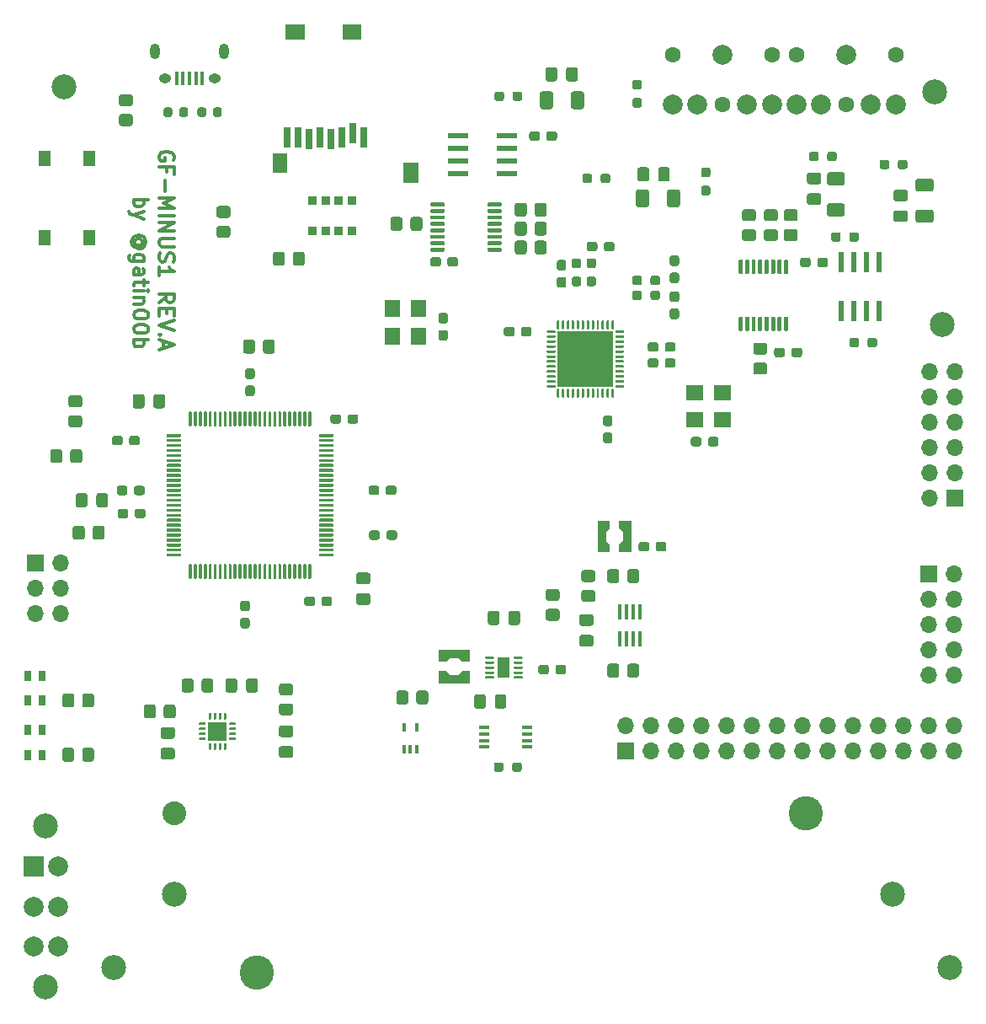
<source format=gts>
%TF.GenerationSoftware,KiCad,Pcbnew,(5.1.10)-1*%
%TF.CreationDate,2021-10-14T15:05:34-04:00*%
%TF.ProjectId,gf-minus1,67662d6d-696e-4757-9331-2e6b69636164,rev?*%
%TF.SameCoordinates,Original*%
%TF.FileFunction,Soldermask,Top*%
%TF.FilePolarity,Negative*%
%FSLAX46Y46*%
G04 Gerber Fmt 4.6, Leading zero omitted, Abs format (unit mm)*
G04 Created by KiCad (PCBNEW (5.1.10)-1) date 2021-10-14 15:05:34*
%MOMM*%
%LPD*%
G01*
G04 APERTURE LIST*
%ADD10C,0.300000*%
%ADD11C,2.500000*%
%ADD12R,1.700000X1.700000*%
%ADD13O,1.700000X1.700000*%
%ADD14R,1.200000X2.000000*%
%ADD15R,0.400000X1.560000*%
%ADD16R,1.900000X1.900000*%
%ADD17R,0.400000X0.900000*%
%ADD18R,1.540000X1.800000*%
%ADD19R,1.100000X0.400000*%
%ADD20R,2.000000X0.600000*%
%ADD21R,0.600000X2.000000*%
%ADD22R,1.800000X1.540000*%
%ADD23R,5.600000X5.600000*%
%ADD24R,2.000000X2.000000*%
%ADD25C,2.000000*%
%ADD26R,1.300000X1.550000*%
%ADD27R,0.900000X0.900000*%
%ADD28C,0.100000*%
%ADD29C,1.600000*%
%ADD30O,1.000000X1.550000*%
%ADD31O,1.250000X0.950000*%
%ADD32R,0.400000X1.350000*%
%ADD33R,0.800000X2.000000*%
%ADD34R,0.800000X1.000000*%
%ADD35C,3.450000*%
%ADD36C,2.390000*%
G04 APERTURE END LIST*
D10*
X68554000Y-64010285D02*
X68625428Y-63867428D01*
X68625428Y-63653142D01*
X68554000Y-63438857D01*
X68411142Y-63295999D01*
X68268285Y-63224571D01*
X67982571Y-63153142D01*
X67768285Y-63153142D01*
X67482571Y-63224571D01*
X67339714Y-63295999D01*
X67196857Y-63438857D01*
X67125428Y-63653142D01*
X67125428Y-63795999D01*
X67196857Y-64010285D01*
X67268285Y-64081714D01*
X67768285Y-64081714D01*
X67768285Y-63795999D01*
X67911142Y-65224571D02*
X67911142Y-64724571D01*
X67125428Y-64724571D02*
X68625428Y-64724571D01*
X68625428Y-65438857D01*
X67696857Y-66010285D02*
X67696857Y-67153142D01*
X67125428Y-67867428D02*
X68625428Y-67867428D01*
X67554000Y-68367428D01*
X68625428Y-68867428D01*
X67125428Y-68867428D01*
X67125428Y-69581714D02*
X68625428Y-69581714D01*
X67125428Y-70296000D02*
X68625428Y-70296000D01*
X67125428Y-71153142D01*
X68625428Y-71153142D01*
X68625428Y-71867428D02*
X67411142Y-71867428D01*
X67268285Y-71938857D01*
X67196857Y-72010285D01*
X67125428Y-72153142D01*
X67125428Y-72438857D01*
X67196857Y-72581714D01*
X67268285Y-72653142D01*
X67411142Y-72724571D01*
X68625428Y-72724571D01*
X67196857Y-73367428D02*
X67125428Y-73581714D01*
X67125428Y-73938857D01*
X67196857Y-74081714D01*
X67268285Y-74153142D01*
X67411142Y-74224571D01*
X67554000Y-74224571D01*
X67696857Y-74153142D01*
X67768285Y-74081714D01*
X67839714Y-73938857D01*
X67911142Y-73653142D01*
X67982571Y-73510285D01*
X68054000Y-73438857D01*
X68196857Y-73367428D01*
X68339714Y-73367428D01*
X68482571Y-73438857D01*
X68554000Y-73510285D01*
X68625428Y-73653142D01*
X68625428Y-74010285D01*
X68554000Y-74224571D01*
X67125428Y-75653142D02*
X67125428Y-74796000D01*
X67125428Y-75224571D02*
X68625428Y-75224571D01*
X68411142Y-75081714D01*
X68268285Y-74938857D01*
X68196857Y-74796000D01*
X67125428Y-78296000D02*
X67839714Y-77796000D01*
X67125428Y-77438857D02*
X68625428Y-77438857D01*
X68625428Y-78010285D01*
X68554000Y-78153142D01*
X68482571Y-78224571D01*
X68339714Y-78296000D01*
X68125428Y-78296000D01*
X67982571Y-78224571D01*
X67911142Y-78153142D01*
X67839714Y-78010285D01*
X67839714Y-77438857D01*
X67911142Y-78938857D02*
X67911142Y-79438857D01*
X67125428Y-79653142D02*
X67125428Y-78938857D01*
X68625428Y-78938857D01*
X68625428Y-79653142D01*
X68625428Y-80081714D02*
X67125428Y-80581714D01*
X68625428Y-81081714D01*
X67268285Y-81581714D02*
X67196857Y-81653142D01*
X67125428Y-81581714D01*
X67196857Y-81510285D01*
X67268285Y-81581714D01*
X67125428Y-81581714D01*
X67554000Y-82224571D02*
X67554000Y-82938857D01*
X67125428Y-82081714D02*
X68625428Y-82581714D01*
X67125428Y-83081714D01*
X64575428Y-67974571D02*
X66075428Y-67974571D01*
X65504000Y-67974571D02*
X65575428Y-68117428D01*
X65575428Y-68403142D01*
X65504000Y-68546000D01*
X65432571Y-68617428D01*
X65289714Y-68688857D01*
X64861142Y-68688857D01*
X64718285Y-68617428D01*
X64646857Y-68546000D01*
X64575428Y-68403142D01*
X64575428Y-68117428D01*
X64646857Y-67974571D01*
X65575428Y-69188857D02*
X64575428Y-69546000D01*
X65575428Y-69903142D02*
X64575428Y-69546000D01*
X64218285Y-69403142D01*
X64146857Y-69331714D01*
X64075428Y-69188857D01*
X65289714Y-72546000D02*
X65361142Y-72474571D01*
X65432571Y-72331714D01*
X65432571Y-72188857D01*
X65361142Y-72046000D01*
X65289714Y-71974571D01*
X65146857Y-71903142D01*
X65004000Y-71903142D01*
X64861142Y-71974571D01*
X64789714Y-72046000D01*
X64718285Y-72188857D01*
X64718285Y-72331714D01*
X64789714Y-72474571D01*
X64861142Y-72546000D01*
X65432571Y-72546000D02*
X64861142Y-72546000D01*
X64789714Y-72617428D01*
X64789714Y-72688857D01*
X64861142Y-72831714D01*
X65004000Y-72903142D01*
X65361142Y-72903142D01*
X65575428Y-72760285D01*
X65718285Y-72546000D01*
X65789714Y-72260285D01*
X65718285Y-71974571D01*
X65575428Y-71760285D01*
X65361142Y-71617428D01*
X65075428Y-71546000D01*
X64789714Y-71617428D01*
X64575428Y-71760285D01*
X64432571Y-71974571D01*
X64361142Y-72260285D01*
X64432571Y-72546000D01*
X64575428Y-72760285D01*
X65575428Y-74188857D02*
X64361142Y-74188857D01*
X64218285Y-74117428D01*
X64146857Y-74046000D01*
X64075428Y-73903142D01*
X64075428Y-73688857D01*
X64146857Y-73546000D01*
X64646857Y-74188857D02*
X64575428Y-74046000D01*
X64575428Y-73760285D01*
X64646857Y-73617428D01*
X64718285Y-73546000D01*
X64861142Y-73474571D01*
X65289714Y-73474571D01*
X65432571Y-73546000D01*
X65504000Y-73617428D01*
X65575428Y-73760285D01*
X65575428Y-74046000D01*
X65504000Y-74188857D01*
X64575428Y-75546000D02*
X65361142Y-75546000D01*
X65504000Y-75474571D01*
X65575428Y-75331714D01*
X65575428Y-75046000D01*
X65504000Y-74903142D01*
X64646857Y-75546000D02*
X64575428Y-75403142D01*
X64575428Y-75046000D01*
X64646857Y-74903142D01*
X64789714Y-74831714D01*
X64932571Y-74831714D01*
X65075428Y-74903142D01*
X65146857Y-75046000D01*
X65146857Y-75403142D01*
X65218285Y-75546000D01*
X65575428Y-76046000D02*
X65575428Y-76617428D01*
X66075428Y-76260285D02*
X64789714Y-76260285D01*
X64646857Y-76331714D01*
X64575428Y-76474571D01*
X64575428Y-76617428D01*
X64575428Y-77117428D02*
X65575428Y-77117428D01*
X66075428Y-77117428D02*
X66004000Y-77046000D01*
X65932571Y-77117428D01*
X66004000Y-77188857D01*
X66075428Y-77117428D01*
X65932571Y-77117428D01*
X65575428Y-77831714D02*
X64575428Y-77831714D01*
X65432571Y-77831714D02*
X65504000Y-77903142D01*
X65575428Y-78046000D01*
X65575428Y-78260285D01*
X65504000Y-78403142D01*
X65361142Y-78474571D01*
X64575428Y-78474571D01*
X66075428Y-79474571D02*
X66075428Y-79617428D01*
X66004000Y-79760285D01*
X65932571Y-79831714D01*
X65789714Y-79903142D01*
X65504000Y-79974571D01*
X65146857Y-79974571D01*
X64861142Y-79903142D01*
X64718285Y-79831714D01*
X64646857Y-79760285D01*
X64575428Y-79617428D01*
X64575428Y-79474571D01*
X64646857Y-79331714D01*
X64718285Y-79260285D01*
X64861142Y-79188857D01*
X65146857Y-79117428D01*
X65504000Y-79117428D01*
X65789714Y-79188857D01*
X65932571Y-79260285D01*
X66004000Y-79331714D01*
X66075428Y-79474571D01*
X66075428Y-80903142D02*
X66075428Y-81046000D01*
X66004000Y-81188857D01*
X65932571Y-81260285D01*
X65789714Y-81331714D01*
X65504000Y-81403142D01*
X65146857Y-81403142D01*
X64861142Y-81331714D01*
X64718285Y-81260285D01*
X64646857Y-81188857D01*
X64575428Y-81046000D01*
X64575428Y-80903142D01*
X64646857Y-80760285D01*
X64718285Y-80688857D01*
X64861142Y-80617428D01*
X65146857Y-80546000D01*
X65504000Y-80546000D01*
X65789714Y-80617428D01*
X65932571Y-80688857D01*
X66004000Y-80760285D01*
X66075428Y-80903142D01*
X64575428Y-82046000D02*
X66075428Y-82046000D01*
X65504000Y-82046000D02*
X65575428Y-82188857D01*
X65575428Y-82474571D01*
X65504000Y-82617428D01*
X65432571Y-82688857D01*
X65289714Y-82760285D01*
X64861142Y-82760285D01*
X64718285Y-82688857D01*
X64646857Y-82617428D01*
X64575428Y-82474571D01*
X64575428Y-82188857D01*
X64646857Y-82046000D01*
D11*
X145904000Y-80539000D03*
X57600000Y-56650000D03*
X145100000Y-57150000D03*
X146600000Y-145150000D03*
X62600000Y-145150000D03*
G36*
G01*
X104350000Y-61832500D02*
X104350000Y-61357500D01*
G75*
G02*
X104587500Y-61120000I237500J0D01*
G01*
X105187500Y-61120000D01*
G75*
G02*
X105425000Y-61357500I0J-237500D01*
G01*
X105425000Y-61832500D01*
G75*
G02*
X105187500Y-62070000I-237500J0D01*
G01*
X104587500Y-62070000D01*
G75*
G02*
X104350000Y-61832500I0J237500D01*
G01*
G37*
G36*
G01*
X106075000Y-61832500D02*
X106075000Y-61357500D01*
G75*
G02*
X106312500Y-61120000I237500J0D01*
G01*
X106912500Y-61120000D01*
G75*
G02*
X107150000Y-61357500I0J-237500D01*
G01*
X107150000Y-61832500D01*
G75*
G02*
X106912500Y-62070000I-237500J0D01*
G01*
X106312500Y-62070000D01*
G75*
G02*
X106075000Y-61832500I0J237500D01*
G01*
G37*
D12*
X114060000Y-123350000D03*
D13*
X114060000Y-120810000D03*
X116600000Y-123350000D03*
X116600000Y-120810000D03*
X119140000Y-123350000D03*
X119140000Y-120810000D03*
X121680000Y-123350000D03*
X121680000Y-120810000D03*
X124220000Y-123350000D03*
X124220000Y-120810000D03*
X126760000Y-123350000D03*
X126760000Y-120810000D03*
X129300000Y-123350000D03*
X129300000Y-120810000D03*
X131840000Y-123350000D03*
X131840000Y-120810000D03*
X134380000Y-123350000D03*
X134380000Y-120810000D03*
X136920000Y-123350000D03*
X136920000Y-120810000D03*
X139460000Y-123350000D03*
X139460000Y-120810000D03*
X142000000Y-123350000D03*
X142000000Y-120810000D03*
X144540000Y-123350000D03*
X144540000Y-120810000D03*
X147080000Y-123350000D03*
X147080000Y-120810000D03*
D12*
X144560000Y-105558000D03*
D13*
X147100000Y-105558000D03*
X144560000Y-108098000D03*
X147100000Y-108098000D03*
X144560000Y-110638000D03*
X147100000Y-110638000D03*
X144560000Y-113178000D03*
X147100000Y-113178000D03*
X144560000Y-115718000D03*
X147100000Y-115718000D03*
G36*
G01*
X99925000Y-114062500D02*
X99925000Y-113937500D01*
G75*
G02*
X99987500Y-113875000I62500J0D01*
G01*
X100737500Y-113875000D01*
G75*
G02*
X100800000Y-113937500I0J-62500D01*
G01*
X100800000Y-114062500D01*
G75*
G02*
X100737500Y-114125000I-62500J0D01*
G01*
X99987500Y-114125000D01*
G75*
G02*
X99925000Y-114062500I0J62500D01*
G01*
G37*
G36*
G01*
X99925000Y-114562500D02*
X99925000Y-114437500D01*
G75*
G02*
X99987500Y-114375000I62500J0D01*
G01*
X100737500Y-114375000D01*
G75*
G02*
X100800000Y-114437500I0J-62500D01*
G01*
X100800000Y-114562500D01*
G75*
G02*
X100737500Y-114625000I-62500J0D01*
G01*
X99987500Y-114625000D01*
G75*
G02*
X99925000Y-114562500I0J62500D01*
G01*
G37*
G36*
G01*
X99925000Y-115062500D02*
X99925000Y-114937500D01*
G75*
G02*
X99987500Y-114875000I62500J0D01*
G01*
X100737500Y-114875000D01*
G75*
G02*
X100800000Y-114937500I0J-62500D01*
G01*
X100800000Y-115062500D01*
G75*
G02*
X100737500Y-115125000I-62500J0D01*
G01*
X99987500Y-115125000D01*
G75*
G02*
X99925000Y-115062500I0J62500D01*
G01*
G37*
G36*
G01*
X99925000Y-115562500D02*
X99925000Y-115437500D01*
G75*
G02*
X99987500Y-115375000I62500J0D01*
G01*
X100737500Y-115375000D01*
G75*
G02*
X100800000Y-115437500I0J-62500D01*
G01*
X100800000Y-115562500D01*
G75*
G02*
X100737500Y-115625000I-62500J0D01*
G01*
X99987500Y-115625000D01*
G75*
G02*
X99925000Y-115562500I0J62500D01*
G01*
G37*
G36*
G01*
X99925000Y-116062500D02*
X99925000Y-115937500D01*
G75*
G02*
X99987500Y-115875000I62500J0D01*
G01*
X100737500Y-115875000D01*
G75*
G02*
X100800000Y-115937500I0J-62500D01*
G01*
X100800000Y-116062500D01*
G75*
G02*
X100737500Y-116125000I-62500J0D01*
G01*
X99987500Y-116125000D01*
G75*
G02*
X99925000Y-116062500I0J62500D01*
G01*
G37*
G36*
G01*
X102800000Y-116062500D02*
X102800000Y-115937500D01*
G75*
G02*
X102862500Y-115875000I62500J0D01*
G01*
X103612500Y-115875000D01*
G75*
G02*
X103675000Y-115937500I0J-62500D01*
G01*
X103675000Y-116062500D01*
G75*
G02*
X103612500Y-116125000I-62500J0D01*
G01*
X102862500Y-116125000D01*
G75*
G02*
X102800000Y-116062500I0J62500D01*
G01*
G37*
G36*
G01*
X102800000Y-115562500D02*
X102800000Y-115437500D01*
G75*
G02*
X102862500Y-115375000I62500J0D01*
G01*
X103612500Y-115375000D01*
G75*
G02*
X103675000Y-115437500I0J-62500D01*
G01*
X103675000Y-115562500D01*
G75*
G02*
X103612500Y-115625000I-62500J0D01*
G01*
X102862500Y-115625000D01*
G75*
G02*
X102800000Y-115562500I0J62500D01*
G01*
G37*
G36*
G01*
X102800000Y-115062500D02*
X102800000Y-114937500D01*
G75*
G02*
X102862500Y-114875000I62500J0D01*
G01*
X103612500Y-114875000D01*
G75*
G02*
X103675000Y-114937500I0J-62500D01*
G01*
X103675000Y-115062500D01*
G75*
G02*
X103612500Y-115125000I-62500J0D01*
G01*
X102862500Y-115125000D01*
G75*
G02*
X102800000Y-115062500I0J62500D01*
G01*
G37*
G36*
G01*
X102800000Y-114562500D02*
X102800000Y-114437500D01*
G75*
G02*
X102862500Y-114375000I62500J0D01*
G01*
X103612500Y-114375000D01*
G75*
G02*
X103675000Y-114437500I0J-62500D01*
G01*
X103675000Y-114562500D01*
G75*
G02*
X103612500Y-114625000I-62500J0D01*
G01*
X102862500Y-114625000D01*
G75*
G02*
X102800000Y-114562500I0J62500D01*
G01*
G37*
G36*
G01*
X102800000Y-114062500D02*
X102800000Y-113937500D01*
G75*
G02*
X102862500Y-113875000I62500J0D01*
G01*
X103612500Y-113875000D01*
G75*
G02*
X103675000Y-113937500I0J-62500D01*
G01*
X103675000Y-114062500D01*
G75*
G02*
X103612500Y-114125000I-62500J0D01*
G01*
X102862500Y-114125000D01*
G75*
G02*
X102800000Y-114062500I0J62500D01*
G01*
G37*
D14*
X101800000Y-115000000D03*
D15*
X113490000Y-112100000D03*
X114140000Y-112100000D03*
X114800000Y-112100000D03*
X115450000Y-112100000D03*
X115450000Y-109400000D03*
X114800000Y-109400000D03*
X114140000Y-109400000D03*
X113490000Y-109400000D03*
G36*
G01*
X71150000Y-120712500D02*
X71150000Y-120587500D01*
G75*
G02*
X71212500Y-120525000I62500J0D01*
G01*
X71762500Y-120525000D01*
G75*
G02*
X71825000Y-120587500I0J-62500D01*
G01*
X71825000Y-120712500D01*
G75*
G02*
X71762500Y-120775000I-62500J0D01*
G01*
X71212500Y-120775000D01*
G75*
G02*
X71150000Y-120712500I0J62500D01*
G01*
G37*
G36*
G01*
X71150000Y-121212500D02*
X71150000Y-121087500D01*
G75*
G02*
X71212500Y-121025000I62500J0D01*
G01*
X71762500Y-121025000D01*
G75*
G02*
X71825000Y-121087500I0J-62500D01*
G01*
X71825000Y-121212500D01*
G75*
G02*
X71762500Y-121275000I-62500J0D01*
G01*
X71212500Y-121275000D01*
G75*
G02*
X71150000Y-121212500I0J62500D01*
G01*
G37*
G36*
G01*
X71150000Y-121712500D02*
X71150000Y-121587500D01*
G75*
G02*
X71212500Y-121525000I62500J0D01*
G01*
X71762500Y-121525000D01*
G75*
G02*
X71825000Y-121587500I0J-62500D01*
G01*
X71825000Y-121712500D01*
G75*
G02*
X71762500Y-121775000I-62500J0D01*
G01*
X71212500Y-121775000D01*
G75*
G02*
X71150000Y-121712500I0J62500D01*
G01*
G37*
G36*
G01*
X71150000Y-122212500D02*
X71150000Y-122087500D01*
G75*
G02*
X71212500Y-122025000I62500J0D01*
G01*
X71762500Y-122025000D01*
G75*
G02*
X71825000Y-122087500I0J-62500D01*
G01*
X71825000Y-122212500D01*
G75*
G02*
X71762500Y-122275000I-62500J0D01*
G01*
X71212500Y-122275000D01*
G75*
G02*
X71150000Y-122212500I0J62500D01*
G01*
G37*
G36*
G01*
X72125000Y-123187500D02*
X72125000Y-122637500D01*
G75*
G02*
X72187500Y-122575000I62500J0D01*
G01*
X72312500Y-122575000D01*
G75*
G02*
X72375000Y-122637500I0J-62500D01*
G01*
X72375000Y-123187500D01*
G75*
G02*
X72312500Y-123250000I-62500J0D01*
G01*
X72187500Y-123250000D01*
G75*
G02*
X72125000Y-123187500I0J62500D01*
G01*
G37*
G36*
G01*
X72625000Y-123187500D02*
X72625000Y-122637500D01*
G75*
G02*
X72687500Y-122575000I62500J0D01*
G01*
X72812500Y-122575000D01*
G75*
G02*
X72875000Y-122637500I0J-62500D01*
G01*
X72875000Y-123187500D01*
G75*
G02*
X72812500Y-123250000I-62500J0D01*
G01*
X72687500Y-123250000D01*
G75*
G02*
X72625000Y-123187500I0J62500D01*
G01*
G37*
G36*
G01*
X73125000Y-123187500D02*
X73125000Y-122637500D01*
G75*
G02*
X73187500Y-122575000I62500J0D01*
G01*
X73312500Y-122575000D01*
G75*
G02*
X73375000Y-122637500I0J-62500D01*
G01*
X73375000Y-123187500D01*
G75*
G02*
X73312500Y-123250000I-62500J0D01*
G01*
X73187500Y-123250000D01*
G75*
G02*
X73125000Y-123187500I0J62500D01*
G01*
G37*
G36*
G01*
X73625000Y-123187500D02*
X73625000Y-122637500D01*
G75*
G02*
X73687500Y-122575000I62500J0D01*
G01*
X73812500Y-122575000D01*
G75*
G02*
X73875000Y-122637500I0J-62500D01*
G01*
X73875000Y-123187500D01*
G75*
G02*
X73812500Y-123250000I-62500J0D01*
G01*
X73687500Y-123250000D01*
G75*
G02*
X73625000Y-123187500I0J62500D01*
G01*
G37*
G36*
G01*
X74175000Y-122212500D02*
X74175000Y-122087500D01*
G75*
G02*
X74237500Y-122025000I62500J0D01*
G01*
X74787500Y-122025000D01*
G75*
G02*
X74850000Y-122087500I0J-62500D01*
G01*
X74850000Y-122212500D01*
G75*
G02*
X74787500Y-122275000I-62500J0D01*
G01*
X74237500Y-122275000D01*
G75*
G02*
X74175000Y-122212500I0J62500D01*
G01*
G37*
G36*
G01*
X74175000Y-121712500D02*
X74175000Y-121587500D01*
G75*
G02*
X74237500Y-121525000I62500J0D01*
G01*
X74787500Y-121525000D01*
G75*
G02*
X74850000Y-121587500I0J-62500D01*
G01*
X74850000Y-121712500D01*
G75*
G02*
X74787500Y-121775000I-62500J0D01*
G01*
X74237500Y-121775000D01*
G75*
G02*
X74175000Y-121712500I0J62500D01*
G01*
G37*
G36*
G01*
X74175000Y-121212500D02*
X74175000Y-121087500D01*
G75*
G02*
X74237500Y-121025000I62500J0D01*
G01*
X74787500Y-121025000D01*
G75*
G02*
X74850000Y-121087500I0J-62500D01*
G01*
X74850000Y-121212500D01*
G75*
G02*
X74787500Y-121275000I-62500J0D01*
G01*
X74237500Y-121275000D01*
G75*
G02*
X74175000Y-121212500I0J62500D01*
G01*
G37*
G36*
G01*
X74175000Y-120712500D02*
X74175000Y-120587500D01*
G75*
G02*
X74237500Y-120525000I62500J0D01*
G01*
X74787500Y-120525000D01*
G75*
G02*
X74850000Y-120587500I0J-62500D01*
G01*
X74850000Y-120712500D01*
G75*
G02*
X74787500Y-120775000I-62500J0D01*
G01*
X74237500Y-120775000D01*
G75*
G02*
X74175000Y-120712500I0J62500D01*
G01*
G37*
G36*
G01*
X73625000Y-120162500D02*
X73625000Y-119612500D01*
G75*
G02*
X73687500Y-119550000I62500J0D01*
G01*
X73812500Y-119550000D01*
G75*
G02*
X73875000Y-119612500I0J-62500D01*
G01*
X73875000Y-120162500D01*
G75*
G02*
X73812500Y-120225000I-62500J0D01*
G01*
X73687500Y-120225000D01*
G75*
G02*
X73625000Y-120162500I0J62500D01*
G01*
G37*
G36*
G01*
X73125000Y-120162500D02*
X73125000Y-119612500D01*
G75*
G02*
X73187500Y-119550000I62500J0D01*
G01*
X73312500Y-119550000D01*
G75*
G02*
X73375000Y-119612500I0J-62500D01*
G01*
X73375000Y-120162500D01*
G75*
G02*
X73312500Y-120225000I-62500J0D01*
G01*
X73187500Y-120225000D01*
G75*
G02*
X73125000Y-120162500I0J62500D01*
G01*
G37*
G36*
G01*
X72625000Y-120162500D02*
X72625000Y-119612500D01*
G75*
G02*
X72687500Y-119550000I62500J0D01*
G01*
X72812500Y-119550000D01*
G75*
G02*
X72875000Y-119612500I0J-62500D01*
G01*
X72875000Y-120162500D01*
G75*
G02*
X72812500Y-120225000I-62500J0D01*
G01*
X72687500Y-120225000D01*
G75*
G02*
X72625000Y-120162500I0J62500D01*
G01*
G37*
G36*
G01*
X72125000Y-120162500D02*
X72125000Y-119612500D01*
G75*
G02*
X72187500Y-119550000I62500J0D01*
G01*
X72312500Y-119550000D01*
G75*
G02*
X72375000Y-119612500I0J-62500D01*
G01*
X72375000Y-120162500D01*
G75*
G02*
X72312500Y-120225000I-62500J0D01*
G01*
X72187500Y-120225000D01*
G75*
G02*
X72125000Y-120162500I0J62500D01*
G01*
G37*
D16*
X73000000Y-121400000D03*
D17*
X91750000Y-121000000D03*
X93050000Y-121000000D03*
X93050000Y-123200000D03*
X91750000Y-123200000D03*
X92400000Y-123200000D03*
D18*
X93240000Y-78900000D03*
X90560000Y-78900000D03*
X90560000Y-81700000D03*
X93240000Y-81700000D03*
D19*
X104150000Y-122975000D03*
X104150000Y-122325000D03*
X104150000Y-121675000D03*
X104150000Y-121025000D03*
X99850000Y-121025000D03*
X99850000Y-121675000D03*
X99850000Y-122325000D03*
X99850000Y-122975000D03*
D20*
X97200000Y-64135000D03*
X102100000Y-61595000D03*
X102100000Y-62865000D03*
X102100000Y-64135000D03*
X102100000Y-65405000D03*
X97200000Y-65405000D03*
X97200000Y-62865000D03*
X97200000Y-61595000D03*
D21*
X138285000Y-79200000D03*
X135745000Y-74300000D03*
X137015000Y-74300000D03*
X138285000Y-74300000D03*
X139555000Y-74300000D03*
X139555000Y-79200000D03*
X137015000Y-79200000D03*
X135745000Y-79200000D03*
G36*
G01*
X130075000Y-74000000D02*
X130275000Y-74000000D01*
G75*
G02*
X130375000Y-74100000I0J-100000D01*
G01*
X130375000Y-75375000D01*
G75*
G02*
X130275000Y-75475000I-100000J0D01*
G01*
X130075000Y-75475000D01*
G75*
G02*
X129975000Y-75375000I0J100000D01*
G01*
X129975000Y-74100000D01*
G75*
G02*
X130075000Y-74000000I100000J0D01*
G01*
G37*
G36*
G01*
X129425000Y-74000000D02*
X129625000Y-74000000D01*
G75*
G02*
X129725000Y-74100000I0J-100000D01*
G01*
X129725000Y-75375000D01*
G75*
G02*
X129625000Y-75475000I-100000J0D01*
G01*
X129425000Y-75475000D01*
G75*
G02*
X129325000Y-75375000I0J100000D01*
G01*
X129325000Y-74100000D01*
G75*
G02*
X129425000Y-74000000I100000J0D01*
G01*
G37*
G36*
G01*
X128775000Y-74000000D02*
X128975000Y-74000000D01*
G75*
G02*
X129075000Y-74100000I0J-100000D01*
G01*
X129075000Y-75375000D01*
G75*
G02*
X128975000Y-75475000I-100000J0D01*
G01*
X128775000Y-75475000D01*
G75*
G02*
X128675000Y-75375000I0J100000D01*
G01*
X128675000Y-74100000D01*
G75*
G02*
X128775000Y-74000000I100000J0D01*
G01*
G37*
G36*
G01*
X128125000Y-74000000D02*
X128325000Y-74000000D01*
G75*
G02*
X128425000Y-74100000I0J-100000D01*
G01*
X128425000Y-75375000D01*
G75*
G02*
X128325000Y-75475000I-100000J0D01*
G01*
X128125000Y-75475000D01*
G75*
G02*
X128025000Y-75375000I0J100000D01*
G01*
X128025000Y-74100000D01*
G75*
G02*
X128125000Y-74000000I100000J0D01*
G01*
G37*
G36*
G01*
X127475000Y-74000000D02*
X127675000Y-74000000D01*
G75*
G02*
X127775000Y-74100000I0J-100000D01*
G01*
X127775000Y-75375000D01*
G75*
G02*
X127675000Y-75475000I-100000J0D01*
G01*
X127475000Y-75475000D01*
G75*
G02*
X127375000Y-75375000I0J100000D01*
G01*
X127375000Y-74100000D01*
G75*
G02*
X127475000Y-74000000I100000J0D01*
G01*
G37*
G36*
G01*
X126825000Y-74000000D02*
X127025000Y-74000000D01*
G75*
G02*
X127125000Y-74100000I0J-100000D01*
G01*
X127125000Y-75375000D01*
G75*
G02*
X127025000Y-75475000I-100000J0D01*
G01*
X126825000Y-75475000D01*
G75*
G02*
X126725000Y-75375000I0J100000D01*
G01*
X126725000Y-74100000D01*
G75*
G02*
X126825000Y-74000000I100000J0D01*
G01*
G37*
G36*
G01*
X126175000Y-74000000D02*
X126375000Y-74000000D01*
G75*
G02*
X126475000Y-74100000I0J-100000D01*
G01*
X126475000Y-75375000D01*
G75*
G02*
X126375000Y-75475000I-100000J0D01*
G01*
X126175000Y-75475000D01*
G75*
G02*
X126075000Y-75375000I0J100000D01*
G01*
X126075000Y-74100000D01*
G75*
G02*
X126175000Y-74000000I100000J0D01*
G01*
G37*
G36*
G01*
X125525000Y-74000000D02*
X125725000Y-74000000D01*
G75*
G02*
X125825000Y-74100000I0J-100000D01*
G01*
X125825000Y-75375000D01*
G75*
G02*
X125725000Y-75475000I-100000J0D01*
G01*
X125525000Y-75475000D01*
G75*
G02*
X125425000Y-75375000I0J100000D01*
G01*
X125425000Y-74100000D01*
G75*
G02*
X125525000Y-74000000I100000J0D01*
G01*
G37*
G36*
G01*
X125525000Y-79725000D02*
X125725000Y-79725000D01*
G75*
G02*
X125825000Y-79825000I0J-100000D01*
G01*
X125825000Y-81100000D01*
G75*
G02*
X125725000Y-81200000I-100000J0D01*
G01*
X125525000Y-81200000D01*
G75*
G02*
X125425000Y-81100000I0J100000D01*
G01*
X125425000Y-79825000D01*
G75*
G02*
X125525000Y-79725000I100000J0D01*
G01*
G37*
G36*
G01*
X126175000Y-79725000D02*
X126375000Y-79725000D01*
G75*
G02*
X126475000Y-79825000I0J-100000D01*
G01*
X126475000Y-81100000D01*
G75*
G02*
X126375000Y-81200000I-100000J0D01*
G01*
X126175000Y-81200000D01*
G75*
G02*
X126075000Y-81100000I0J100000D01*
G01*
X126075000Y-79825000D01*
G75*
G02*
X126175000Y-79725000I100000J0D01*
G01*
G37*
G36*
G01*
X126825000Y-79725000D02*
X127025000Y-79725000D01*
G75*
G02*
X127125000Y-79825000I0J-100000D01*
G01*
X127125000Y-81100000D01*
G75*
G02*
X127025000Y-81200000I-100000J0D01*
G01*
X126825000Y-81200000D01*
G75*
G02*
X126725000Y-81100000I0J100000D01*
G01*
X126725000Y-79825000D01*
G75*
G02*
X126825000Y-79725000I100000J0D01*
G01*
G37*
G36*
G01*
X127475000Y-79725000D02*
X127675000Y-79725000D01*
G75*
G02*
X127775000Y-79825000I0J-100000D01*
G01*
X127775000Y-81100000D01*
G75*
G02*
X127675000Y-81200000I-100000J0D01*
G01*
X127475000Y-81200000D01*
G75*
G02*
X127375000Y-81100000I0J100000D01*
G01*
X127375000Y-79825000D01*
G75*
G02*
X127475000Y-79725000I100000J0D01*
G01*
G37*
G36*
G01*
X128125000Y-79725000D02*
X128325000Y-79725000D01*
G75*
G02*
X128425000Y-79825000I0J-100000D01*
G01*
X128425000Y-81100000D01*
G75*
G02*
X128325000Y-81200000I-100000J0D01*
G01*
X128125000Y-81200000D01*
G75*
G02*
X128025000Y-81100000I0J100000D01*
G01*
X128025000Y-79825000D01*
G75*
G02*
X128125000Y-79725000I100000J0D01*
G01*
G37*
G36*
G01*
X128775000Y-79725000D02*
X128975000Y-79725000D01*
G75*
G02*
X129075000Y-79825000I0J-100000D01*
G01*
X129075000Y-81100000D01*
G75*
G02*
X128975000Y-81200000I-100000J0D01*
G01*
X128775000Y-81200000D01*
G75*
G02*
X128675000Y-81100000I0J100000D01*
G01*
X128675000Y-79825000D01*
G75*
G02*
X128775000Y-79725000I100000J0D01*
G01*
G37*
G36*
G01*
X129425000Y-79725000D02*
X129625000Y-79725000D01*
G75*
G02*
X129725000Y-79825000I0J-100000D01*
G01*
X129725000Y-81100000D01*
G75*
G02*
X129625000Y-81200000I-100000J0D01*
G01*
X129425000Y-81200000D01*
G75*
G02*
X129325000Y-81100000I0J100000D01*
G01*
X129325000Y-79825000D01*
G75*
G02*
X129425000Y-79725000I100000J0D01*
G01*
G37*
G36*
G01*
X130075000Y-79725000D02*
X130275000Y-79725000D01*
G75*
G02*
X130375000Y-79825000I0J-100000D01*
G01*
X130375000Y-81100000D01*
G75*
G02*
X130275000Y-81200000I-100000J0D01*
G01*
X130075000Y-81200000D01*
G75*
G02*
X129975000Y-81100000I0J100000D01*
G01*
X129975000Y-79825000D01*
G75*
G02*
X130075000Y-79725000I100000J0D01*
G01*
G37*
G36*
G01*
X95875000Y-72925000D02*
X95875000Y-73125000D01*
G75*
G02*
X95775000Y-73225000I-100000J0D01*
G01*
X94500000Y-73225000D01*
G75*
G02*
X94400000Y-73125000I0J100000D01*
G01*
X94400000Y-72925000D01*
G75*
G02*
X94500000Y-72825000I100000J0D01*
G01*
X95775000Y-72825000D01*
G75*
G02*
X95875000Y-72925000I0J-100000D01*
G01*
G37*
G36*
G01*
X95875000Y-72275000D02*
X95875000Y-72475000D01*
G75*
G02*
X95775000Y-72575000I-100000J0D01*
G01*
X94500000Y-72575000D01*
G75*
G02*
X94400000Y-72475000I0J100000D01*
G01*
X94400000Y-72275000D01*
G75*
G02*
X94500000Y-72175000I100000J0D01*
G01*
X95775000Y-72175000D01*
G75*
G02*
X95875000Y-72275000I0J-100000D01*
G01*
G37*
G36*
G01*
X95875000Y-71625000D02*
X95875000Y-71825000D01*
G75*
G02*
X95775000Y-71925000I-100000J0D01*
G01*
X94500000Y-71925000D01*
G75*
G02*
X94400000Y-71825000I0J100000D01*
G01*
X94400000Y-71625000D01*
G75*
G02*
X94500000Y-71525000I100000J0D01*
G01*
X95775000Y-71525000D01*
G75*
G02*
X95875000Y-71625000I0J-100000D01*
G01*
G37*
G36*
G01*
X95875000Y-70975000D02*
X95875000Y-71175000D01*
G75*
G02*
X95775000Y-71275000I-100000J0D01*
G01*
X94500000Y-71275000D01*
G75*
G02*
X94400000Y-71175000I0J100000D01*
G01*
X94400000Y-70975000D01*
G75*
G02*
X94500000Y-70875000I100000J0D01*
G01*
X95775000Y-70875000D01*
G75*
G02*
X95875000Y-70975000I0J-100000D01*
G01*
G37*
G36*
G01*
X95875000Y-70325000D02*
X95875000Y-70525000D01*
G75*
G02*
X95775000Y-70625000I-100000J0D01*
G01*
X94500000Y-70625000D01*
G75*
G02*
X94400000Y-70525000I0J100000D01*
G01*
X94400000Y-70325000D01*
G75*
G02*
X94500000Y-70225000I100000J0D01*
G01*
X95775000Y-70225000D01*
G75*
G02*
X95875000Y-70325000I0J-100000D01*
G01*
G37*
G36*
G01*
X95875000Y-69675000D02*
X95875000Y-69875000D01*
G75*
G02*
X95775000Y-69975000I-100000J0D01*
G01*
X94500000Y-69975000D01*
G75*
G02*
X94400000Y-69875000I0J100000D01*
G01*
X94400000Y-69675000D01*
G75*
G02*
X94500000Y-69575000I100000J0D01*
G01*
X95775000Y-69575000D01*
G75*
G02*
X95875000Y-69675000I0J-100000D01*
G01*
G37*
G36*
G01*
X95875000Y-69025000D02*
X95875000Y-69225000D01*
G75*
G02*
X95775000Y-69325000I-100000J0D01*
G01*
X94500000Y-69325000D01*
G75*
G02*
X94400000Y-69225000I0J100000D01*
G01*
X94400000Y-69025000D01*
G75*
G02*
X94500000Y-68925000I100000J0D01*
G01*
X95775000Y-68925000D01*
G75*
G02*
X95875000Y-69025000I0J-100000D01*
G01*
G37*
G36*
G01*
X95875000Y-68375000D02*
X95875000Y-68575000D01*
G75*
G02*
X95775000Y-68675000I-100000J0D01*
G01*
X94500000Y-68675000D01*
G75*
G02*
X94400000Y-68575000I0J100000D01*
G01*
X94400000Y-68375000D01*
G75*
G02*
X94500000Y-68275000I100000J0D01*
G01*
X95775000Y-68275000D01*
G75*
G02*
X95875000Y-68375000I0J-100000D01*
G01*
G37*
G36*
G01*
X101600000Y-68375000D02*
X101600000Y-68575000D01*
G75*
G02*
X101500000Y-68675000I-100000J0D01*
G01*
X100225000Y-68675000D01*
G75*
G02*
X100125000Y-68575000I0J100000D01*
G01*
X100125000Y-68375000D01*
G75*
G02*
X100225000Y-68275000I100000J0D01*
G01*
X101500000Y-68275000D01*
G75*
G02*
X101600000Y-68375000I0J-100000D01*
G01*
G37*
G36*
G01*
X101600000Y-69025000D02*
X101600000Y-69225000D01*
G75*
G02*
X101500000Y-69325000I-100000J0D01*
G01*
X100225000Y-69325000D01*
G75*
G02*
X100125000Y-69225000I0J100000D01*
G01*
X100125000Y-69025000D01*
G75*
G02*
X100225000Y-68925000I100000J0D01*
G01*
X101500000Y-68925000D01*
G75*
G02*
X101600000Y-69025000I0J-100000D01*
G01*
G37*
G36*
G01*
X101600000Y-69675000D02*
X101600000Y-69875000D01*
G75*
G02*
X101500000Y-69975000I-100000J0D01*
G01*
X100225000Y-69975000D01*
G75*
G02*
X100125000Y-69875000I0J100000D01*
G01*
X100125000Y-69675000D01*
G75*
G02*
X100225000Y-69575000I100000J0D01*
G01*
X101500000Y-69575000D01*
G75*
G02*
X101600000Y-69675000I0J-100000D01*
G01*
G37*
G36*
G01*
X101600000Y-70325000D02*
X101600000Y-70525000D01*
G75*
G02*
X101500000Y-70625000I-100000J0D01*
G01*
X100225000Y-70625000D01*
G75*
G02*
X100125000Y-70525000I0J100000D01*
G01*
X100125000Y-70325000D01*
G75*
G02*
X100225000Y-70225000I100000J0D01*
G01*
X101500000Y-70225000D01*
G75*
G02*
X101600000Y-70325000I0J-100000D01*
G01*
G37*
G36*
G01*
X101600000Y-70975000D02*
X101600000Y-71175000D01*
G75*
G02*
X101500000Y-71275000I-100000J0D01*
G01*
X100225000Y-71275000D01*
G75*
G02*
X100125000Y-71175000I0J100000D01*
G01*
X100125000Y-70975000D01*
G75*
G02*
X100225000Y-70875000I100000J0D01*
G01*
X101500000Y-70875000D01*
G75*
G02*
X101600000Y-70975000I0J-100000D01*
G01*
G37*
G36*
G01*
X101600000Y-71625000D02*
X101600000Y-71825000D01*
G75*
G02*
X101500000Y-71925000I-100000J0D01*
G01*
X100225000Y-71925000D01*
G75*
G02*
X100125000Y-71825000I0J100000D01*
G01*
X100125000Y-71625000D01*
G75*
G02*
X100225000Y-71525000I100000J0D01*
G01*
X101500000Y-71525000D01*
G75*
G02*
X101600000Y-71625000I0J-100000D01*
G01*
G37*
G36*
G01*
X101600000Y-72275000D02*
X101600000Y-72475000D01*
G75*
G02*
X101500000Y-72575000I-100000J0D01*
G01*
X100225000Y-72575000D01*
G75*
G02*
X100125000Y-72475000I0J100000D01*
G01*
X100125000Y-72275000D01*
G75*
G02*
X100225000Y-72175000I100000J0D01*
G01*
X101500000Y-72175000D01*
G75*
G02*
X101600000Y-72275000I0J-100000D01*
G01*
G37*
G36*
G01*
X101600000Y-72925000D02*
X101600000Y-73125000D01*
G75*
G02*
X101500000Y-73225000I-100000J0D01*
G01*
X100225000Y-73225000D01*
G75*
G02*
X100125000Y-73125000I0J100000D01*
G01*
X100125000Y-72925000D01*
G75*
G02*
X100225000Y-72825000I100000J0D01*
G01*
X101500000Y-72825000D01*
G75*
G02*
X101600000Y-72925000I0J-100000D01*
G01*
G37*
D22*
X123800000Y-90080000D03*
X123800000Y-87400000D03*
X121000000Y-87400000D03*
X121000000Y-90080000D03*
D23*
X110000000Y-84000000D03*
G36*
G01*
X107125000Y-80937500D02*
X107125000Y-80187500D01*
G75*
G02*
X107187500Y-80125000I62500J0D01*
G01*
X107312500Y-80125000D01*
G75*
G02*
X107375000Y-80187500I0J-62500D01*
G01*
X107375000Y-80937500D01*
G75*
G02*
X107312500Y-81000000I-62500J0D01*
G01*
X107187500Y-81000000D01*
G75*
G02*
X107125000Y-80937500I0J62500D01*
G01*
G37*
G36*
G01*
X107625000Y-80937500D02*
X107625000Y-80187500D01*
G75*
G02*
X107687500Y-80125000I62500J0D01*
G01*
X107812500Y-80125000D01*
G75*
G02*
X107875000Y-80187500I0J-62500D01*
G01*
X107875000Y-80937500D01*
G75*
G02*
X107812500Y-81000000I-62500J0D01*
G01*
X107687500Y-81000000D01*
G75*
G02*
X107625000Y-80937500I0J62500D01*
G01*
G37*
G36*
G01*
X108125000Y-80937500D02*
X108125000Y-80187500D01*
G75*
G02*
X108187500Y-80125000I62500J0D01*
G01*
X108312500Y-80125000D01*
G75*
G02*
X108375000Y-80187500I0J-62500D01*
G01*
X108375000Y-80937500D01*
G75*
G02*
X108312500Y-81000000I-62500J0D01*
G01*
X108187500Y-81000000D01*
G75*
G02*
X108125000Y-80937500I0J62500D01*
G01*
G37*
G36*
G01*
X108625000Y-80937500D02*
X108625000Y-80187500D01*
G75*
G02*
X108687500Y-80125000I62500J0D01*
G01*
X108812500Y-80125000D01*
G75*
G02*
X108875000Y-80187500I0J-62500D01*
G01*
X108875000Y-80937500D01*
G75*
G02*
X108812500Y-81000000I-62500J0D01*
G01*
X108687500Y-81000000D01*
G75*
G02*
X108625000Y-80937500I0J62500D01*
G01*
G37*
G36*
G01*
X109125000Y-80937500D02*
X109125000Y-80187500D01*
G75*
G02*
X109187500Y-80125000I62500J0D01*
G01*
X109312500Y-80125000D01*
G75*
G02*
X109375000Y-80187500I0J-62500D01*
G01*
X109375000Y-80937500D01*
G75*
G02*
X109312500Y-81000000I-62500J0D01*
G01*
X109187500Y-81000000D01*
G75*
G02*
X109125000Y-80937500I0J62500D01*
G01*
G37*
G36*
G01*
X109625000Y-80937500D02*
X109625000Y-80187500D01*
G75*
G02*
X109687500Y-80125000I62500J0D01*
G01*
X109812500Y-80125000D01*
G75*
G02*
X109875000Y-80187500I0J-62500D01*
G01*
X109875000Y-80937500D01*
G75*
G02*
X109812500Y-81000000I-62500J0D01*
G01*
X109687500Y-81000000D01*
G75*
G02*
X109625000Y-80937500I0J62500D01*
G01*
G37*
G36*
G01*
X110125000Y-80937500D02*
X110125000Y-80187500D01*
G75*
G02*
X110187500Y-80125000I62500J0D01*
G01*
X110312500Y-80125000D01*
G75*
G02*
X110375000Y-80187500I0J-62500D01*
G01*
X110375000Y-80937500D01*
G75*
G02*
X110312500Y-81000000I-62500J0D01*
G01*
X110187500Y-81000000D01*
G75*
G02*
X110125000Y-80937500I0J62500D01*
G01*
G37*
G36*
G01*
X110625000Y-80937500D02*
X110625000Y-80187500D01*
G75*
G02*
X110687500Y-80125000I62500J0D01*
G01*
X110812500Y-80125000D01*
G75*
G02*
X110875000Y-80187500I0J-62500D01*
G01*
X110875000Y-80937500D01*
G75*
G02*
X110812500Y-81000000I-62500J0D01*
G01*
X110687500Y-81000000D01*
G75*
G02*
X110625000Y-80937500I0J62500D01*
G01*
G37*
G36*
G01*
X111125000Y-80937500D02*
X111125000Y-80187500D01*
G75*
G02*
X111187500Y-80125000I62500J0D01*
G01*
X111312500Y-80125000D01*
G75*
G02*
X111375000Y-80187500I0J-62500D01*
G01*
X111375000Y-80937500D01*
G75*
G02*
X111312500Y-81000000I-62500J0D01*
G01*
X111187500Y-81000000D01*
G75*
G02*
X111125000Y-80937500I0J62500D01*
G01*
G37*
G36*
G01*
X111625000Y-80937500D02*
X111625000Y-80187500D01*
G75*
G02*
X111687500Y-80125000I62500J0D01*
G01*
X111812500Y-80125000D01*
G75*
G02*
X111875000Y-80187500I0J-62500D01*
G01*
X111875000Y-80937500D01*
G75*
G02*
X111812500Y-81000000I-62500J0D01*
G01*
X111687500Y-81000000D01*
G75*
G02*
X111625000Y-80937500I0J62500D01*
G01*
G37*
G36*
G01*
X112125000Y-80937500D02*
X112125000Y-80187500D01*
G75*
G02*
X112187500Y-80125000I62500J0D01*
G01*
X112312500Y-80125000D01*
G75*
G02*
X112375000Y-80187500I0J-62500D01*
G01*
X112375000Y-80937500D01*
G75*
G02*
X112312500Y-81000000I-62500J0D01*
G01*
X112187500Y-81000000D01*
G75*
G02*
X112125000Y-80937500I0J62500D01*
G01*
G37*
G36*
G01*
X112625000Y-80937500D02*
X112625000Y-80187500D01*
G75*
G02*
X112687500Y-80125000I62500J0D01*
G01*
X112812500Y-80125000D01*
G75*
G02*
X112875000Y-80187500I0J-62500D01*
G01*
X112875000Y-80937500D01*
G75*
G02*
X112812500Y-81000000I-62500J0D01*
G01*
X112687500Y-81000000D01*
G75*
G02*
X112625000Y-80937500I0J62500D01*
G01*
G37*
G36*
G01*
X113000000Y-81312500D02*
X113000000Y-81187500D01*
G75*
G02*
X113062500Y-81125000I62500J0D01*
G01*
X113812500Y-81125000D01*
G75*
G02*
X113875000Y-81187500I0J-62500D01*
G01*
X113875000Y-81312500D01*
G75*
G02*
X113812500Y-81375000I-62500J0D01*
G01*
X113062500Y-81375000D01*
G75*
G02*
X113000000Y-81312500I0J62500D01*
G01*
G37*
G36*
G01*
X113000000Y-81812500D02*
X113000000Y-81687500D01*
G75*
G02*
X113062500Y-81625000I62500J0D01*
G01*
X113812500Y-81625000D01*
G75*
G02*
X113875000Y-81687500I0J-62500D01*
G01*
X113875000Y-81812500D01*
G75*
G02*
X113812500Y-81875000I-62500J0D01*
G01*
X113062500Y-81875000D01*
G75*
G02*
X113000000Y-81812500I0J62500D01*
G01*
G37*
G36*
G01*
X113000000Y-82312500D02*
X113000000Y-82187500D01*
G75*
G02*
X113062500Y-82125000I62500J0D01*
G01*
X113812500Y-82125000D01*
G75*
G02*
X113875000Y-82187500I0J-62500D01*
G01*
X113875000Y-82312500D01*
G75*
G02*
X113812500Y-82375000I-62500J0D01*
G01*
X113062500Y-82375000D01*
G75*
G02*
X113000000Y-82312500I0J62500D01*
G01*
G37*
G36*
G01*
X113000000Y-82812500D02*
X113000000Y-82687500D01*
G75*
G02*
X113062500Y-82625000I62500J0D01*
G01*
X113812500Y-82625000D01*
G75*
G02*
X113875000Y-82687500I0J-62500D01*
G01*
X113875000Y-82812500D01*
G75*
G02*
X113812500Y-82875000I-62500J0D01*
G01*
X113062500Y-82875000D01*
G75*
G02*
X113000000Y-82812500I0J62500D01*
G01*
G37*
G36*
G01*
X113000000Y-83312500D02*
X113000000Y-83187500D01*
G75*
G02*
X113062500Y-83125000I62500J0D01*
G01*
X113812500Y-83125000D01*
G75*
G02*
X113875000Y-83187500I0J-62500D01*
G01*
X113875000Y-83312500D01*
G75*
G02*
X113812500Y-83375000I-62500J0D01*
G01*
X113062500Y-83375000D01*
G75*
G02*
X113000000Y-83312500I0J62500D01*
G01*
G37*
G36*
G01*
X113000000Y-83812500D02*
X113000000Y-83687500D01*
G75*
G02*
X113062500Y-83625000I62500J0D01*
G01*
X113812500Y-83625000D01*
G75*
G02*
X113875000Y-83687500I0J-62500D01*
G01*
X113875000Y-83812500D01*
G75*
G02*
X113812500Y-83875000I-62500J0D01*
G01*
X113062500Y-83875000D01*
G75*
G02*
X113000000Y-83812500I0J62500D01*
G01*
G37*
G36*
G01*
X113000000Y-84312500D02*
X113000000Y-84187500D01*
G75*
G02*
X113062500Y-84125000I62500J0D01*
G01*
X113812500Y-84125000D01*
G75*
G02*
X113875000Y-84187500I0J-62500D01*
G01*
X113875000Y-84312500D01*
G75*
G02*
X113812500Y-84375000I-62500J0D01*
G01*
X113062500Y-84375000D01*
G75*
G02*
X113000000Y-84312500I0J62500D01*
G01*
G37*
G36*
G01*
X113000000Y-84812500D02*
X113000000Y-84687500D01*
G75*
G02*
X113062500Y-84625000I62500J0D01*
G01*
X113812500Y-84625000D01*
G75*
G02*
X113875000Y-84687500I0J-62500D01*
G01*
X113875000Y-84812500D01*
G75*
G02*
X113812500Y-84875000I-62500J0D01*
G01*
X113062500Y-84875000D01*
G75*
G02*
X113000000Y-84812500I0J62500D01*
G01*
G37*
G36*
G01*
X113000000Y-85312500D02*
X113000000Y-85187500D01*
G75*
G02*
X113062500Y-85125000I62500J0D01*
G01*
X113812500Y-85125000D01*
G75*
G02*
X113875000Y-85187500I0J-62500D01*
G01*
X113875000Y-85312500D01*
G75*
G02*
X113812500Y-85375000I-62500J0D01*
G01*
X113062500Y-85375000D01*
G75*
G02*
X113000000Y-85312500I0J62500D01*
G01*
G37*
G36*
G01*
X113000000Y-85812500D02*
X113000000Y-85687500D01*
G75*
G02*
X113062500Y-85625000I62500J0D01*
G01*
X113812500Y-85625000D01*
G75*
G02*
X113875000Y-85687500I0J-62500D01*
G01*
X113875000Y-85812500D01*
G75*
G02*
X113812500Y-85875000I-62500J0D01*
G01*
X113062500Y-85875000D01*
G75*
G02*
X113000000Y-85812500I0J62500D01*
G01*
G37*
G36*
G01*
X113000000Y-86312500D02*
X113000000Y-86187500D01*
G75*
G02*
X113062500Y-86125000I62500J0D01*
G01*
X113812500Y-86125000D01*
G75*
G02*
X113875000Y-86187500I0J-62500D01*
G01*
X113875000Y-86312500D01*
G75*
G02*
X113812500Y-86375000I-62500J0D01*
G01*
X113062500Y-86375000D01*
G75*
G02*
X113000000Y-86312500I0J62500D01*
G01*
G37*
G36*
G01*
X113000000Y-86812500D02*
X113000000Y-86687500D01*
G75*
G02*
X113062500Y-86625000I62500J0D01*
G01*
X113812500Y-86625000D01*
G75*
G02*
X113875000Y-86687500I0J-62500D01*
G01*
X113875000Y-86812500D01*
G75*
G02*
X113812500Y-86875000I-62500J0D01*
G01*
X113062500Y-86875000D01*
G75*
G02*
X113000000Y-86812500I0J62500D01*
G01*
G37*
G36*
G01*
X112625000Y-87812500D02*
X112625000Y-87062500D01*
G75*
G02*
X112687500Y-87000000I62500J0D01*
G01*
X112812500Y-87000000D01*
G75*
G02*
X112875000Y-87062500I0J-62500D01*
G01*
X112875000Y-87812500D01*
G75*
G02*
X112812500Y-87875000I-62500J0D01*
G01*
X112687500Y-87875000D01*
G75*
G02*
X112625000Y-87812500I0J62500D01*
G01*
G37*
G36*
G01*
X112125000Y-87812500D02*
X112125000Y-87062500D01*
G75*
G02*
X112187500Y-87000000I62500J0D01*
G01*
X112312500Y-87000000D01*
G75*
G02*
X112375000Y-87062500I0J-62500D01*
G01*
X112375000Y-87812500D01*
G75*
G02*
X112312500Y-87875000I-62500J0D01*
G01*
X112187500Y-87875000D01*
G75*
G02*
X112125000Y-87812500I0J62500D01*
G01*
G37*
G36*
G01*
X111625000Y-87812500D02*
X111625000Y-87062500D01*
G75*
G02*
X111687500Y-87000000I62500J0D01*
G01*
X111812500Y-87000000D01*
G75*
G02*
X111875000Y-87062500I0J-62500D01*
G01*
X111875000Y-87812500D01*
G75*
G02*
X111812500Y-87875000I-62500J0D01*
G01*
X111687500Y-87875000D01*
G75*
G02*
X111625000Y-87812500I0J62500D01*
G01*
G37*
G36*
G01*
X111125000Y-87812500D02*
X111125000Y-87062500D01*
G75*
G02*
X111187500Y-87000000I62500J0D01*
G01*
X111312500Y-87000000D01*
G75*
G02*
X111375000Y-87062500I0J-62500D01*
G01*
X111375000Y-87812500D01*
G75*
G02*
X111312500Y-87875000I-62500J0D01*
G01*
X111187500Y-87875000D01*
G75*
G02*
X111125000Y-87812500I0J62500D01*
G01*
G37*
G36*
G01*
X110625000Y-87812500D02*
X110625000Y-87062500D01*
G75*
G02*
X110687500Y-87000000I62500J0D01*
G01*
X110812500Y-87000000D01*
G75*
G02*
X110875000Y-87062500I0J-62500D01*
G01*
X110875000Y-87812500D01*
G75*
G02*
X110812500Y-87875000I-62500J0D01*
G01*
X110687500Y-87875000D01*
G75*
G02*
X110625000Y-87812500I0J62500D01*
G01*
G37*
G36*
G01*
X110125000Y-87812500D02*
X110125000Y-87062500D01*
G75*
G02*
X110187500Y-87000000I62500J0D01*
G01*
X110312500Y-87000000D01*
G75*
G02*
X110375000Y-87062500I0J-62500D01*
G01*
X110375000Y-87812500D01*
G75*
G02*
X110312500Y-87875000I-62500J0D01*
G01*
X110187500Y-87875000D01*
G75*
G02*
X110125000Y-87812500I0J62500D01*
G01*
G37*
G36*
G01*
X109625000Y-87812500D02*
X109625000Y-87062500D01*
G75*
G02*
X109687500Y-87000000I62500J0D01*
G01*
X109812500Y-87000000D01*
G75*
G02*
X109875000Y-87062500I0J-62500D01*
G01*
X109875000Y-87812500D01*
G75*
G02*
X109812500Y-87875000I-62500J0D01*
G01*
X109687500Y-87875000D01*
G75*
G02*
X109625000Y-87812500I0J62500D01*
G01*
G37*
G36*
G01*
X109125000Y-87812500D02*
X109125000Y-87062500D01*
G75*
G02*
X109187500Y-87000000I62500J0D01*
G01*
X109312500Y-87000000D01*
G75*
G02*
X109375000Y-87062500I0J-62500D01*
G01*
X109375000Y-87812500D01*
G75*
G02*
X109312500Y-87875000I-62500J0D01*
G01*
X109187500Y-87875000D01*
G75*
G02*
X109125000Y-87812500I0J62500D01*
G01*
G37*
G36*
G01*
X108625000Y-87812500D02*
X108625000Y-87062500D01*
G75*
G02*
X108687500Y-87000000I62500J0D01*
G01*
X108812500Y-87000000D01*
G75*
G02*
X108875000Y-87062500I0J-62500D01*
G01*
X108875000Y-87812500D01*
G75*
G02*
X108812500Y-87875000I-62500J0D01*
G01*
X108687500Y-87875000D01*
G75*
G02*
X108625000Y-87812500I0J62500D01*
G01*
G37*
G36*
G01*
X108125000Y-87812500D02*
X108125000Y-87062500D01*
G75*
G02*
X108187500Y-87000000I62500J0D01*
G01*
X108312500Y-87000000D01*
G75*
G02*
X108375000Y-87062500I0J-62500D01*
G01*
X108375000Y-87812500D01*
G75*
G02*
X108312500Y-87875000I-62500J0D01*
G01*
X108187500Y-87875000D01*
G75*
G02*
X108125000Y-87812500I0J62500D01*
G01*
G37*
G36*
G01*
X107625000Y-87812500D02*
X107625000Y-87062500D01*
G75*
G02*
X107687500Y-87000000I62500J0D01*
G01*
X107812500Y-87000000D01*
G75*
G02*
X107875000Y-87062500I0J-62500D01*
G01*
X107875000Y-87812500D01*
G75*
G02*
X107812500Y-87875000I-62500J0D01*
G01*
X107687500Y-87875000D01*
G75*
G02*
X107625000Y-87812500I0J62500D01*
G01*
G37*
G36*
G01*
X107125000Y-87812500D02*
X107125000Y-87062500D01*
G75*
G02*
X107187500Y-87000000I62500J0D01*
G01*
X107312500Y-87000000D01*
G75*
G02*
X107375000Y-87062500I0J-62500D01*
G01*
X107375000Y-87812500D01*
G75*
G02*
X107312500Y-87875000I-62500J0D01*
G01*
X107187500Y-87875000D01*
G75*
G02*
X107125000Y-87812500I0J62500D01*
G01*
G37*
G36*
G01*
X106125000Y-86812500D02*
X106125000Y-86687500D01*
G75*
G02*
X106187500Y-86625000I62500J0D01*
G01*
X106937500Y-86625000D01*
G75*
G02*
X107000000Y-86687500I0J-62500D01*
G01*
X107000000Y-86812500D01*
G75*
G02*
X106937500Y-86875000I-62500J0D01*
G01*
X106187500Y-86875000D01*
G75*
G02*
X106125000Y-86812500I0J62500D01*
G01*
G37*
G36*
G01*
X106125000Y-86312500D02*
X106125000Y-86187500D01*
G75*
G02*
X106187500Y-86125000I62500J0D01*
G01*
X106937500Y-86125000D01*
G75*
G02*
X107000000Y-86187500I0J-62500D01*
G01*
X107000000Y-86312500D01*
G75*
G02*
X106937500Y-86375000I-62500J0D01*
G01*
X106187500Y-86375000D01*
G75*
G02*
X106125000Y-86312500I0J62500D01*
G01*
G37*
G36*
G01*
X106125000Y-85812500D02*
X106125000Y-85687500D01*
G75*
G02*
X106187500Y-85625000I62500J0D01*
G01*
X106937500Y-85625000D01*
G75*
G02*
X107000000Y-85687500I0J-62500D01*
G01*
X107000000Y-85812500D01*
G75*
G02*
X106937500Y-85875000I-62500J0D01*
G01*
X106187500Y-85875000D01*
G75*
G02*
X106125000Y-85812500I0J62500D01*
G01*
G37*
G36*
G01*
X106125000Y-85312500D02*
X106125000Y-85187500D01*
G75*
G02*
X106187500Y-85125000I62500J0D01*
G01*
X106937500Y-85125000D01*
G75*
G02*
X107000000Y-85187500I0J-62500D01*
G01*
X107000000Y-85312500D01*
G75*
G02*
X106937500Y-85375000I-62500J0D01*
G01*
X106187500Y-85375000D01*
G75*
G02*
X106125000Y-85312500I0J62500D01*
G01*
G37*
G36*
G01*
X106125000Y-84812500D02*
X106125000Y-84687500D01*
G75*
G02*
X106187500Y-84625000I62500J0D01*
G01*
X106937500Y-84625000D01*
G75*
G02*
X107000000Y-84687500I0J-62500D01*
G01*
X107000000Y-84812500D01*
G75*
G02*
X106937500Y-84875000I-62500J0D01*
G01*
X106187500Y-84875000D01*
G75*
G02*
X106125000Y-84812500I0J62500D01*
G01*
G37*
G36*
G01*
X106125000Y-84312500D02*
X106125000Y-84187500D01*
G75*
G02*
X106187500Y-84125000I62500J0D01*
G01*
X106937500Y-84125000D01*
G75*
G02*
X107000000Y-84187500I0J-62500D01*
G01*
X107000000Y-84312500D01*
G75*
G02*
X106937500Y-84375000I-62500J0D01*
G01*
X106187500Y-84375000D01*
G75*
G02*
X106125000Y-84312500I0J62500D01*
G01*
G37*
G36*
G01*
X106125000Y-83812500D02*
X106125000Y-83687500D01*
G75*
G02*
X106187500Y-83625000I62500J0D01*
G01*
X106937500Y-83625000D01*
G75*
G02*
X107000000Y-83687500I0J-62500D01*
G01*
X107000000Y-83812500D01*
G75*
G02*
X106937500Y-83875000I-62500J0D01*
G01*
X106187500Y-83875000D01*
G75*
G02*
X106125000Y-83812500I0J62500D01*
G01*
G37*
G36*
G01*
X106125000Y-83312500D02*
X106125000Y-83187500D01*
G75*
G02*
X106187500Y-83125000I62500J0D01*
G01*
X106937500Y-83125000D01*
G75*
G02*
X107000000Y-83187500I0J-62500D01*
G01*
X107000000Y-83312500D01*
G75*
G02*
X106937500Y-83375000I-62500J0D01*
G01*
X106187500Y-83375000D01*
G75*
G02*
X106125000Y-83312500I0J62500D01*
G01*
G37*
G36*
G01*
X106125000Y-82812500D02*
X106125000Y-82687500D01*
G75*
G02*
X106187500Y-82625000I62500J0D01*
G01*
X106937500Y-82625000D01*
G75*
G02*
X107000000Y-82687500I0J-62500D01*
G01*
X107000000Y-82812500D01*
G75*
G02*
X106937500Y-82875000I-62500J0D01*
G01*
X106187500Y-82875000D01*
G75*
G02*
X106125000Y-82812500I0J62500D01*
G01*
G37*
G36*
G01*
X106125000Y-82312500D02*
X106125000Y-82187500D01*
G75*
G02*
X106187500Y-82125000I62500J0D01*
G01*
X106937500Y-82125000D01*
G75*
G02*
X107000000Y-82187500I0J-62500D01*
G01*
X107000000Y-82312500D01*
G75*
G02*
X106937500Y-82375000I-62500J0D01*
G01*
X106187500Y-82375000D01*
G75*
G02*
X106125000Y-82312500I0J62500D01*
G01*
G37*
G36*
G01*
X106125000Y-81812500D02*
X106125000Y-81687500D01*
G75*
G02*
X106187500Y-81625000I62500J0D01*
G01*
X106937500Y-81625000D01*
G75*
G02*
X107000000Y-81687500I0J-62500D01*
G01*
X107000000Y-81812500D01*
G75*
G02*
X106937500Y-81875000I-62500J0D01*
G01*
X106187500Y-81875000D01*
G75*
G02*
X106125000Y-81812500I0J62500D01*
G01*
G37*
G36*
G01*
X106125000Y-81312500D02*
X106125000Y-81187500D01*
G75*
G02*
X106187500Y-81125000I62500J0D01*
G01*
X106937500Y-81125000D01*
G75*
G02*
X107000000Y-81187500I0J-62500D01*
G01*
X107000000Y-81312500D01*
G75*
G02*
X106937500Y-81375000I-62500J0D01*
G01*
X106187500Y-81375000D01*
G75*
G02*
X106125000Y-81312500I0J62500D01*
G01*
G37*
G36*
G01*
X69275000Y-103837500D02*
X67950000Y-103837500D01*
G75*
G02*
X67875000Y-103762500I0J75000D01*
G01*
X67875000Y-103612500D01*
G75*
G02*
X67950000Y-103537500I75000J0D01*
G01*
X69275000Y-103537500D01*
G75*
G02*
X69350000Y-103612500I0J-75000D01*
G01*
X69350000Y-103762500D01*
G75*
G02*
X69275000Y-103837500I-75000J0D01*
G01*
G37*
G36*
G01*
X69275000Y-103337500D02*
X67950000Y-103337500D01*
G75*
G02*
X67875000Y-103262500I0J75000D01*
G01*
X67875000Y-103112500D01*
G75*
G02*
X67950000Y-103037500I75000J0D01*
G01*
X69275000Y-103037500D01*
G75*
G02*
X69350000Y-103112500I0J-75000D01*
G01*
X69350000Y-103262500D01*
G75*
G02*
X69275000Y-103337500I-75000J0D01*
G01*
G37*
G36*
G01*
X69275000Y-102837500D02*
X67950000Y-102837500D01*
G75*
G02*
X67875000Y-102762500I0J75000D01*
G01*
X67875000Y-102612500D01*
G75*
G02*
X67950000Y-102537500I75000J0D01*
G01*
X69275000Y-102537500D01*
G75*
G02*
X69350000Y-102612500I0J-75000D01*
G01*
X69350000Y-102762500D01*
G75*
G02*
X69275000Y-102837500I-75000J0D01*
G01*
G37*
G36*
G01*
X69275000Y-102337500D02*
X67950000Y-102337500D01*
G75*
G02*
X67875000Y-102262500I0J75000D01*
G01*
X67875000Y-102112500D01*
G75*
G02*
X67950000Y-102037500I75000J0D01*
G01*
X69275000Y-102037500D01*
G75*
G02*
X69350000Y-102112500I0J-75000D01*
G01*
X69350000Y-102262500D01*
G75*
G02*
X69275000Y-102337500I-75000J0D01*
G01*
G37*
G36*
G01*
X69275000Y-101837500D02*
X67950000Y-101837500D01*
G75*
G02*
X67875000Y-101762500I0J75000D01*
G01*
X67875000Y-101612500D01*
G75*
G02*
X67950000Y-101537500I75000J0D01*
G01*
X69275000Y-101537500D01*
G75*
G02*
X69350000Y-101612500I0J-75000D01*
G01*
X69350000Y-101762500D01*
G75*
G02*
X69275000Y-101837500I-75000J0D01*
G01*
G37*
G36*
G01*
X69275000Y-101337500D02*
X67950000Y-101337500D01*
G75*
G02*
X67875000Y-101262500I0J75000D01*
G01*
X67875000Y-101112500D01*
G75*
G02*
X67950000Y-101037500I75000J0D01*
G01*
X69275000Y-101037500D01*
G75*
G02*
X69350000Y-101112500I0J-75000D01*
G01*
X69350000Y-101262500D01*
G75*
G02*
X69275000Y-101337500I-75000J0D01*
G01*
G37*
G36*
G01*
X69275000Y-100837500D02*
X67950000Y-100837500D01*
G75*
G02*
X67875000Y-100762500I0J75000D01*
G01*
X67875000Y-100612500D01*
G75*
G02*
X67950000Y-100537500I75000J0D01*
G01*
X69275000Y-100537500D01*
G75*
G02*
X69350000Y-100612500I0J-75000D01*
G01*
X69350000Y-100762500D01*
G75*
G02*
X69275000Y-100837500I-75000J0D01*
G01*
G37*
G36*
G01*
X69275000Y-100337500D02*
X67950000Y-100337500D01*
G75*
G02*
X67875000Y-100262500I0J75000D01*
G01*
X67875000Y-100112500D01*
G75*
G02*
X67950000Y-100037500I75000J0D01*
G01*
X69275000Y-100037500D01*
G75*
G02*
X69350000Y-100112500I0J-75000D01*
G01*
X69350000Y-100262500D01*
G75*
G02*
X69275000Y-100337500I-75000J0D01*
G01*
G37*
G36*
G01*
X69275000Y-99837500D02*
X67950000Y-99837500D01*
G75*
G02*
X67875000Y-99762500I0J75000D01*
G01*
X67875000Y-99612500D01*
G75*
G02*
X67950000Y-99537500I75000J0D01*
G01*
X69275000Y-99537500D01*
G75*
G02*
X69350000Y-99612500I0J-75000D01*
G01*
X69350000Y-99762500D01*
G75*
G02*
X69275000Y-99837500I-75000J0D01*
G01*
G37*
G36*
G01*
X69275000Y-99337500D02*
X67950000Y-99337500D01*
G75*
G02*
X67875000Y-99262500I0J75000D01*
G01*
X67875000Y-99112500D01*
G75*
G02*
X67950000Y-99037500I75000J0D01*
G01*
X69275000Y-99037500D01*
G75*
G02*
X69350000Y-99112500I0J-75000D01*
G01*
X69350000Y-99262500D01*
G75*
G02*
X69275000Y-99337500I-75000J0D01*
G01*
G37*
G36*
G01*
X69275000Y-98837500D02*
X67950000Y-98837500D01*
G75*
G02*
X67875000Y-98762500I0J75000D01*
G01*
X67875000Y-98612500D01*
G75*
G02*
X67950000Y-98537500I75000J0D01*
G01*
X69275000Y-98537500D01*
G75*
G02*
X69350000Y-98612500I0J-75000D01*
G01*
X69350000Y-98762500D01*
G75*
G02*
X69275000Y-98837500I-75000J0D01*
G01*
G37*
G36*
G01*
X69275000Y-98337500D02*
X67950000Y-98337500D01*
G75*
G02*
X67875000Y-98262500I0J75000D01*
G01*
X67875000Y-98112500D01*
G75*
G02*
X67950000Y-98037500I75000J0D01*
G01*
X69275000Y-98037500D01*
G75*
G02*
X69350000Y-98112500I0J-75000D01*
G01*
X69350000Y-98262500D01*
G75*
G02*
X69275000Y-98337500I-75000J0D01*
G01*
G37*
G36*
G01*
X69275000Y-97837500D02*
X67950000Y-97837500D01*
G75*
G02*
X67875000Y-97762500I0J75000D01*
G01*
X67875000Y-97612500D01*
G75*
G02*
X67950000Y-97537500I75000J0D01*
G01*
X69275000Y-97537500D01*
G75*
G02*
X69350000Y-97612500I0J-75000D01*
G01*
X69350000Y-97762500D01*
G75*
G02*
X69275000Y-97837500I-75000J0D01*
G01*
G37*
G36*
G01*
X69275000Y-97337500D02*
X67950000Y-97337500D01*
G75*
G02*
X67875000Y-97262500I0J75000D01*
G01*
X67875000Y-97112500D01*
G75*
G02*
X67950000Y-97037500I75000J0D01*
G01*
X69275000Y-97037500D01*
G75*
G02*
X69350000Y-97112500I0J-75000D01*
G01*
X69350000Y-97262500D01*
G75*
G02*
X69275000Y-97337500I-75000J0D01*
G01*
G37*
G36*
G01*
X69275000Y-96837500D02*
X67950000Y-96837500D01*
G75*
G02*
X67875000Y-96762500I0J75000D01*
G01*
X67875000Y-96612500D01*
G75*
G02*
X67950000Y-96537500I75000J0D01*
G01*
X69275000Y-96537500D01*
G75*
G02*
X69350000Y-96612500I0J-75000D01*
G01*
X69350000Y-96762500D01*
G75*
G02*
X69275000Y-96837500I-75000J0D01*
G01*
G37*
G36*
G01*
X69275000Y-96337500D02*
X67950000Y-96337500D01*
G75*
G02*
X67875000Y-96262500I0J75000D01*
G01*
X67875000Y-96112500D01*
G75*
G02*
X67950000Y-96037500I75000J0D01*
G01*
X69275000Y-96037500D01*
G75*
G02*
X69350000Y-96112500I0J-75000D01*
G01*
X69350000Y-96262500D01*
G75*
G02*
X69275000Y-96337500I-75000J0D01*
G01*
G37*
G36*
G01*
X69275000Y-95837500D02*
X67950000Y-95837500D01*
G75*
G02*
X67875000Y-95762500I0J75000D01*
G01*
X67875000Y-95612500D01*
G75*
G02*
X67950000Y-95537500I75000J0D01*
G01*
X69275000Y-95537500D01*
G75*
G02*
X69350000Y-95612500I0J-75000D01*
G01*
X69350000Y-95762500D01*
G75*
G02*
X69275000Y-95837500I-75000J0D01*
G01*
G37*
G36*
G01*
X69275000Y-95337500D02*
X67950000Y-95337500D01*
G75*
G02*
X67875000Y-95262500I0J75000D01*
G01*
X67875000Y-95112500D01*
G75*
G02*
X67950000Y-95037500I75000J0D01*
G01*
X69275000Y-95037500D01*
G75*
G02*
X69350000Y-95112500I0J-75000D01*
G01*
X69350000Y-95262500D01*
G75*
G02*
X69275000Y-95337500I-75000J0D01*
G01*
G37*
G36*
G01*
X69275000Y-94837500D02*
X67950000Y-94837500D01*
G75*
G02*
X67875000Y-94762500I0J75000D01*
G01*
X67875000Y-94612500D01*
G75*
G02*
X67950000Y-94537500I75000J0D01*
G01*
X69275000Y-94537500D01*
G75*
G02*
X69350000Y-94612500I0J-75000D01*
G01*
X69350000Y-94762500D01*
G75*
G02*
X69275000Y-94837500I-75000J0D01*
G01*
G37*
G36*
G01*
X69275000Y-94337500D02*
X67950000Y-94337500D01*
G75*
G02*
X67875000Y-94262500I0J75000D01*
G01*
X67875000Y-94112500D01*
G75*
G02*
X67950000Y-94037500I75000J0D01*
G01*
X69275000Y-94037500D01*
G75*
G02*
X69350000Y-94112500I0J-75000D01*
G01*
X69350000Y-94262500D01*
G75*
G02*
X69275000Y-94337500I-75000J0D01*
G01*
G37*
G36*
G01*
X69275000Y-93837500D02*
X67950000Y-93837500D01*
G75*
G02*
X67875000Y-93762500I0J75000D01*
G01*
X67875000Y-93612500D01*
G75*
G02*
X67950000Y-93537500I75000J0D01*
G01*
X69275000Y-93537500D01*
G75*
G02*
X69350000Y-93612500I0J-75000D01*
G01*
X69350000Y-93762500D01*
G75*
G02*
X69275000Y-93837500I-75000J0D01*
G01*
G37*
G36*
G01*
X69275000Y-93337500D02*
X67950000Y-93337500D01*
G75*
G02*
X67875000Y-93262500I0J75000D01*
G01*
X67875000Y-93112500D01*
G75*
G02*
X67950000Y-93037500I75000J0D01*
G01*
X69275000Y-93037500D01*
G75*
G02*
X69350000Y-93112500I0J-75000D01*
G01*
X69350000Y-93262500D01*
G75*
G02*
X69275000Y-93337500I-75000J0D01*
G01*
G37*
G36*
G01*
X69275000Y-92837500D02*
X67950000Y-92837500D01*
G75*
G02*
X67875000Y-92762500I0J75000D01*
G01*
X67875000Y-92612500D01*
G75*
G02*
X67950000Y-92537500I75000J0D01*
G01*
X69275000Y-92537500D01*
G75*
G02*
X69350000Y-92612500I0J-75000D01*
G01*
X69350000Y-92762500D01*
G75*
G02*
X69275000Y-92837500I-75000J0D01*
G01*
G37*
G36*
G01*
X69275000Y-92337500D02*
X67950000Y-92337500D01*
G75*
G02*
X67875000Y-92262500I0J75000D01*
G01*
X67875000Y-92112500D01*
G75*
G02*
X67950000Y-92037500I75000J0D01*
G01*
X69275000Y-92037500D01*
G75*
G02*
X69350000Y-92112500I0J-75000D01*
G01*
X69350000Y-92262500D01*
G75*
G02*
X69275000Y-92337500I-75000J0D01*
G01*
G37*
G36*
G01*
X69275000Y-91837500D02*
X67950000Y-91837500D01*
G75*
G02*
X67875000Y-91762500I0J75000D01*
G01*
X67875000Y-91612500D01*
G75*
G02*
X67950000Y-91537500I75000J0D01*
G01*
X69275000Y-91537500D01*
G75*
G02*
X69350000Y-91612500I0J-75000D01*
G01*
X69350000Y-91762500D01*
G75*
G02*
X69275000Y-91837500I-75000J0D01*
G01*
G37*
G36*
G01*
X70350000Y-90762500D02*
X70200000Y-90762500D01*
G75*
G02*
X70125000Y-90687500I0J75000D01*
G01*
X70125000Y-89362500D01*
G75*
G02*
X70200000Y-89287500I75000J0D01*
G01*
X70350000Y-89287500D01*
G75*
G02*
X70425000Y-89362500I0J-75000D01*
G01*
X70425000Y-90687500D01*
G75*
G02*
X70350000Y-90762500I-75000J0D01*
G01*
G37*
G36*
G01*
X70850000Y-90762500D02*
X70700000Y-90762500D01*
G75*
G02*
X70625000Y-90687500I0J75000D01*
G01*
X70625000Y-89362500D01*
G75*
G02*
X70700000Y-89287500I75000J0D01*
G01*
X70850000Y-89287500D01*
G75*
G02*
X70925000Y-89362500I0J-75000D01*
G01*
X70925000Y-90687500D01*
G75*
G02*
X70850000Y-90762500I-75000J0D01*
G01*
G37*
G36*
G01*
X71350000Y-90762500D02*
X71200000Y-90762500D01*
G75*
G02*
X71125000Y-90687500I0J75000D01*
G01*
X71125000Y-89362500D01*
G75*
G02*
X71200000Y-89287500I75000J0D01*
G01*
X71350000Y-89287500D01*
G75*
G02*
X71425000Y-89362500I0J-75000D01*
G01*
X71425000Y-90687500D01*
G75*
G02*
X71350000Y-90762500I-75000J0D01*
G01*
G37*
G36*
G01*
X71850000Y-90762500D02*
X71700000Y-90762500D01*
G75*
G02*
X71625000Y-90687500I0J75000D01*
G01*
X71625000Y-89362500D01*
G75*
G02*
X71700000Y-89287500I75000J0D01*
G01*
X71850000Y-89287500D01*
G75*
G02*
X71925000Y-89362500I0J-75000D01*
G01*
X71925000Y-90687500D01*
G75*
G02*
X71850000Y-90762500I-75000J0D01*
G01*
G37*
G36*
G01*
X72350000Y-90762500D02*
X72200000Y-90762500D01*
G75*
G02*
X72125000Y-90687500I0J75000D01*
G01*
X72125000Y-89362500D01*
G75*
G02*
X72200000Y-89287500I75000J0D01*
G01*
X72350000Y-89287500D01*
G75*
G02*
X72425000Y-89362500I0J-75000D01*
G01*
X72425000Y-90687500D01*
G75*
G02*
X72350000Y-90762500I-75000J0D01*
G01*
G37*
G36*
G01*
X72850000Y-90762500D02*
X72700000Y-90762500D01*
G75*
G02*
X72625000Y-90687500I0J75000D01*
G01*
X72625000Y-89362500D01*
G75*
G02*
X72700000Y-89287500I75000J0D01*
G01*
X72850000Y-89287500D01*
G75*
G02*
X72925000Y-89362500I0J-75000D01*
G01*
X72925000Y-90687500D01*
G75*
G02*
X72850000Y-90762500I-75000J0D01*
G01*
G37*
G36*
G01*
X73350000Y-90762500D02*
X73200000Y-90762500D01*
G75*
G02*
X73125000Y-90687500I0J75000D01*
G01*
X73125000Y-89362500D01*
G75*
G02*
X73200000Y-89287500I75000J0D01*
G01*
X73350000Y-89287500D01*
G75*
G02*
X73425000Y-89362500I0J-75000D01*
G01*
X73425000Y-90687500D01*
G75*
G02*
X73350000Y-90762500I-75000J0D01*
G01*
G37*
G36*
G01*
X73850000Y-90762500D02*
X73700000Y-90762500D01*
G75*
G02*
X73625000Y-90687500I0J75000D01*
G01*
X73625000Y-89362500D01*
G75*
G02*
X73700000Y-89287500I75000J0D01*
G01*
X73850000Y-89287500D01*
G75*
G02*
X73925000Y-89362500I0J-75000D01*
G01*
X73925000Y-90687500D01*
G75*
G02*
X73850000Y-90762500I-75000J0D01*
G01*
G37*
G36*
G01*
X74350000Y-90762500D02*
X74200000Y-90762500D01*
G75*
G02*
X74125000Y-90687500I0J75000D01*
G01*
X74125000Y-89362500D01*
G75*
G02*
X74200000Y-89287500I75000J0D01*
G01*
X74350000Y-89287500D01*
G75*
G02*
X74425000Y-89362500I0J-75000D01*
G01*
X74425000Y-90687500D01*
G75*
G02*
X74350000Y-90762500I-75000J0D01*
G01*
G37*
G36*
G01*
X74850000Y-90762500D02*
X74700000Y-90762500D01*
G75*
G02*
X74625000Y-90687500I0J75000D01*
G01*
X74625000Y-89362500D01*
G75*
G02*
X74700000Y-89287500I75000J0D01*
G01*
X74850000Y-89287500D01*
G75*
G02*
X74925000Y-89362500I0J-75000D01*
G01*
X74925000Y-90687500D01*
G75*
G02*
X74850000Y-90762500I-75000J0D01*
G01*
G37*
G36*
G01*
X75350000Y-90762500D02*
X75200000Y-90762500D01*
G75*
G02*
X75125000Y-90687500I0J75000D01*
G01*
X75125000Y-89362500D01*
G75*
G02*
X75200000Y-89287500I75000J0D01*
G01*
X75350000Y-89287500D01*
G75*
G02*
X75425000Y-89362500I0J-75000D01*
G01*
X75425000Y-90687500D01*
G75*
G02*
X75350000Y-90762500I-75000J0D01*
G01*
G37*
G36*
G01*
X75850000Y-90762500D02*
X75700000Y-90762500D01*
G75*
G02*
X75625000Y-90687500I0J75000D01*
G01*
X75625000Y-89362500D01*
G75*
G02*
X75700000Y-89287500I75000J0D01*
G01*
X75850000Y-89287500D01*
G75*
G02*
X75925000Y-89362500I0J-75000D01*
G01*
X75925000Y-90687500D01*
G75*
G02*
X75850000Y-90762500I-75000J0D01*
G01*
G37*
G36*
G01*
X76350000Y-90762500D02*
X76200000Y-90762500D01*
G75*
G02*
X76125000Y-90687500I0J75000D01*
G01*
X76125000Y-89362500D01*
G75*
G02*
X76200000Y-89287500I75000J0D01*
G01*
X76350000Y-89287500D01*
G75*
G02*
X76425000Y-89362500I0J-75000D01*
G01*
X76425000Y-90687500D01*
G75*
G02*
X76350000Y-90762500I-75000J0D01*
G01*
G37*
G36*
G01*
X76850000Y-90762500D02*
X76700000Y-90762500D01*
G75*
G02*
X76625000Y-90687500I0J75000D01*
G01*
X76625000Y-89362500D01*
G75*
G02*
X76700000Y-89287500I75000J0D01*
G01*
X76850000Y-89287500D01*
G75*
G02*
X76925000Y-89362500I0J-75000D01*
G01*
X76925000Y-90687500D01*
G75*
G02*
X76850000Y-90762500I-75000J0D01*
G01*
G37*
G36*
G01*
X77350000Y-90762500D02*
X77200000Y-90762500D01*
G75*
G02*
X77125000Y-90687500I0J75000D01*
G01*
X77125000Y-89362500D01*
G75*
G02*
X77200000Y-89287500I75000J0D01*
G01*
X77350000Y-89287500D01*
G75*
G02*
X77425000Y-89362500I0J-75000D01*
G01*
X77425000Y-90687500D01*
G75*
G02*
X77350000Y-90762500I-75000J0D01*
G01*
G37*
G36*
G01*
X77850000Y-90762500D02*
X77700000Y-90762500D01*
G75*
G02*
X77625000Y-90687500I0J75000D01*
G01*
X77625000Y-89362500D01*
G75*
G02*
X77700000Y-89287500I75000J0D01*
G01*
X77850000Y-89287500D01*
G75*
G02*
X77925000Y-89362500I0J-75000D01*
G01*
X77925000Y-90687500D01*
G75*
G02*
X77850000Y-90762500I-75000J0D01*
G01*
G37*
G36*
G01*
X78350000Y-90762500D02*
X78200000Y-90762500D01*
G75*
G02*
X78125000Y-90687500I0J75000D01*
G01*
X78125000Y-89362500D01*
G75*
G02*
X78200000Y-89287500I75000J0D01*
G01*
X78350000Y-89287500D01*
G75*
G02*
X78425000Y-89362500I0J-75000D01*
G01*
X78425000Y-90687500D01*
G75*
G02*
X78350000Y-90762500I-75000J0D01*
G01*
G37*
G36*
G01*
X78850000Y-90762500D02*
X78700000Y-90762500D01*
G75*
G02*
X78625000Y-90687500I0J75000D01*
G01*
X78625000Y-89362500D01*
G75*
G02*
X78700000Y-89287500I75000J0D01*
G01*
X78850000Y-89287500D01*
G75*
G02*
X78925000Y-89362500I0J-75000D01*
G01*
X78925000Y-90687500D01*
G75*
G02*
X78850000Y-90762500I-75000J0D01*
G01*
G37*
G36*
G01*
X79350000Y-90762500D02*
X79200000Y-90762500D01*
G75*
G02*
X79125000Y-90687500I0J75000D01*
G01*
X79125000Y-89362500D01*
G75*
G02*
X79200000Y-89287500I75000J0D01*
G01*
X79350000Y-89287500D01*
G75*
G02*
X79425000Y-89362500I0J-75000D01*
G01*
X79425000Y-90687500D01*
G75*
G02*
X79350000Y-90762500I-75000J0D01*
G01*
G37*
G36*
G01*
X79850000Y-90762500D02*
X79700000Y-90762500D01*
G75*
G02*
X79625000Y-90687500I0J75000D01*
G01*
X79625000Y-89362500D01*
G75*
G02*
X79700000Y-89287500I75000J0D01*
G01*
X79850000Y-89287500D01*
G75*
G02*
X79925000Y-89362500I0J-75000D01*
G01*
X79925000Y-90687500D01*
G75*
G02*
X79850000Y-90762500I-75000J0D01*
G01*
G37*
G36*
G01*
X80350000Y-90762500D02*
X80200000Y-90762500D01*
G75*
G02*
X80125000Y-90687500I0J75000D01*
G01*
X80125000Y-89362500D01*
G75*
G02*
X80200000Y-89287500I75000J0D01*
G01*
X80350000Y-89287500D01*
G75*
G02*
X80425000Y-89362500I0J-75000D01*
G01*
X80425000Y-90687500D01*
G75*
G02*
X80350000Y-90762500I-75000J0D01*
G01*
G37*
G36*
G01*
X80850000Y-90762500D02*
X80700000Y-90762500D01*
G75*
G02*
X80625000Y-90687500I0J75000D01*
G01*
X80625000Y-89362500D01*
G75*
G02*
X80700000Y-89287500I75000J0D01*
G01*
X80850000Y-89287500D01*
G75*
G02*
X80925000Y-89362500I0J-75000D01*
G01*
X80925000Y-90687500D01*
G75*
G02*
X80850000Y-90762500I-75000J0D01*
G01*
G37*
G36*
G01*
X81350000Y-90762500D02*
X81200000Y-90762500D01*
G75*
G02*
X81125000Y-90687500I0J75000D01*
G01*
X81125000Y-89362500D01*
G75*
G02*
X81200000Y-89287500I75000J0D01*
G01*
X81350000Y-89287500D01*
G75*
G02*
X81425000Y-89362500I0J-75000D01*
G01*
X81425000Y-90687500D01*
G75*
G02*
X81350000Y-90762500I-75000J0D01*
G01*
G37*
G36*
G01*
X81850000Y-90762500D02*
X81700000Y-90762500D01*
G75*
G02*
X81625000Y-90687500I0J75000D01*
G01*
X81625000Y-89362500D01*
G75*
G02*
X81700000Y-89287500I75000J0D01*
G01*
X81850000Y-89287500D01*
G75*
G02*
X81925000Y-89362500I0J-75000D01*
G01*
X81925000Y-90687500D01*
G75*
G02*
X81850000Y-90762500I-75000J0D01*
G01*
G37*
G36*
G01*
X82350000Y-90762500D02*
X82200000Y-90762500D01*
G75*
G02*
X82125000Y-90687500I0J75000D01*
G01*
X82125000Y-89362500D01*
G75*
G02*
X82200000Y-89287500I75000J0D01*
G01*
X82350000Y-89287500D01*
G75*
G02*
X82425000Y-89362500I0J-75000D01*
G01*
X82425000Y-90687500D01*
G75*
G02*
X82350000Y-90762500I-75000J0D01*
G01*
G37*
G36*
G01*
X84600000Y-91837500D02*
X83275000Y-91837500D01*
G75*
G02*
X83200000Y-91762500I0J75000D01*
G01*
X83200000Y-91612500D01*
G75*
G02*
X83275000Y-91537500I75000J0D01*
G01*
X84600000Y-91537500D01*
G75*
G02*
X84675000Y-91612500I0J-75000D01*
G01*
X84675000Y-91762500D01*
G75*
G02*
X84600000Y-91837500I-75000J0D01*
G01*
G37*
G36*
G01*
X84600000Y-92337500D02*
X83275000Y-92337500D01*
G75*
G02*
X83200000Y-92262500I0J75000D01*
G01*
X83200000Y-92112500D01*
G75*
G02*
X83275000Y-92037500I75000J0D01*
G01*
X84600000Y-92037500D01*
G75*
G02*
X84675000Y-92112500I0J-75000D01*
G01*
X84675000Y-92262500D01*
G75*
G02*
X84600000Y-92337500I-75000J0D01*
G01*
G37*
G36*
G01*
X84600000Y-92837500D02*
X83275000Y-92837500D01*
G75*
G02*
X83200000Y-92762500I0J75000D01*
G01*
X83200000Y-92612500D01*
G75*
G02*
X83275000Y-92537500I75000J0D01*
G01*
X84600000Y-92537500D01*
G75*
G02*
X84675000Y-92612500I0J-75000D01*
G01*
X84675000Y-92762500D01*
G75*
G02*
X84600000Y-92837500I-75000J0D01*
G01*
G37*
G36*
G01*
X84600000Y-93337500D02*
X83275000Y-93337500D01*
G75*
G02*
X83200000Y-93262500I0J75000D01*
G01*
X83200000Y-93112500D01*
G75*
G02*
X83275000Y-93037500I75000J0D01*
G01*
X84600000Y-93037500D01*
G75*
G02*
X84675000Y-93112500I0J-75000D01*
G01*
X84675000Y-93262500D01*
G75*
G02*
X84600000Y-93337500I-75000J0D01*
G01*
G37*
G36*
G01*
X84600000Y-93837500D02*
X83275000Y-93837500D01*
G75*
G02*
X83200000Y-93762500I0J75000D01*
G01*
X83200000Y-93612500D01*
G75*
G02*
X83275000Y-93537500I75000J0D01*
G01*
X84600000Y-93537500D01*
G75*
G02*
X84675000Y-93612500I0J-75000D01*
G01*
X84675000Y-93762500D01*
G75*
G02*
X84600000Y-93837500I-75000J0D01*
G01*
G37*
G36*
G01*
X84600000Y-94337500D02*
X83275000Y-94337500D01*
G75*
G02*
X83200000Y-94262500I0J75000D01*
G01*
X83200000Y-94112500D01*
G75*
G02*
X83275000Y-94037500I75000J0D01*
G01*
X84600000Y-94037500D01*
G75*
G02*
X84675000Y-94112500I0J-75000D01*
G01*
X84675000Y-94262500D01*
G75*
G02*
X84600000Y-94337500I-75000J0D01*
G01*
G37*
G36*
G01*
X84600000Y-94837500D02*
X83275000Y-94837500D01*
G75*
G02*
X83200000Y-94762500I0J75000D01*
G01*
X83200000Y-94612500D01*
G75*
G02*
X83275000Y-94537500I75000J0D01*
G01*
X84600000Y-94537500D01*
G75*
G02*
X84675000Y-94612500I0J-75000D01*
G01*
X84675000Y-94762500D01*
G75*
G02*
X84600000Y-94837500I-75000J0D01*
G01*
G37*
G36*
G01*
X84600000Y-95337500D02*
X83275000Y-95337500D01*
G75*
G02*
X83200000Y-95262500I0J75000D01*
G01*
X83200000Y-95112500D01*
G75*
G02*
X83275000Y-95037500I75000J0D01*
G01*
X84600000Y-95037500D01*
G75*
G02*
X84675000Y-95112500I0J-75000D01*
G01*
X84675000Y-95262500D01*
G75*
G02*
X84600000Y-95337500I-75000J0D01*
G01*
G37*
G36*
G01*
X84600000Y-95837500D02*
X83275000Y-95837500D01*
G75*
G02*
X83200000Y-95762500I0J75000D01*
G01*
X83200000Y-95612500D01*
G75*
G02*
X83275000Y-95537500I75000J0D01*
G01*
X84600000Y-95537500D01*
G75*
G02*
X84675000Y-95612500I0J-75000D01*
G01*
X84675000Y-95762500D01*
G75*
G02*
X84600000Y-95837500I-75000J0D01*
G01*
G37*
G36*
G01*
X84600000Y-96337500D02*
X83275000Y-96337500D01*
G75*
G02*
X83200000Y-96262500I0J75000D01*
G01*
X83200000Y-96112500D01*
G75*
G02*
X83275000Y-96037500I75000J0D01*
G01*
X84600000Y-96037500D01*
G75*
G02*
X84675000Y-96112500I0J-75000D01*
G01*
X84675000Y-96262500D01*
G75*
G02*
X84600000Y-96337500I-75000J0D01*
G01*
G37*
G36*
G01*
X84600000Y-96837500D02*
X83275000Y-96837500D01*
G75*
G02*
X83200000Y-96762500I0J75000D01*
G01*
X83200000Y-96612500D01*
G75*
G02*
X83275000Y-96537500I75000J0D01*
G01*
X84600000Y-96537500D01*
G75*
G02*
X84675000Y-96612500I0J-75000D01*
G01*
X84675000Y-96762500D01*
G75*
G02*
X84600000Y-96837500I-75000J0D01*
G01*
G37*
G36*
G01*
X84600000Y-97337500D02*
X83275000Y-97337500D01*
G75*
G02*
X83200000Y-97262500I0J75000D01*
G01*
X83200000Y-97112500D01*
G75*
G02*
X83275000Y-97037500I75000J0D01*
G01*
X84600000Y-97037500D01*
G75*
G02*
X84675000Y-97112500I0J-75000D01*
G01*
X84675000Y-97262500D01*
G75*
G02*
X84600000Y-97337500I-75000J0D01*
G01*
G37*
G36*
G01*
X84600000Y-97837500D02*
X83275000Y-97837500D01*
G75*
G02*
X83200000Y-97762500I0J75000D01*
G01*
X83200000Y-97612500D01*
G75*
G02*
X83275000Y-97537500I75000J0D01*
G01*
X84600000Y-97537500D01*
G75*
G02*
X84675000Y-97612500I0J-75000D01*
G01*
X84675000Y-97762500D01*
G75*
G02*
X84600000Y-97837500I-75000J0D01*
G01*
G37*
G36*
G01*
X84600000Y-98337500D02*
X83275000Y-98337500D01*
G75*
G02*
X83200000Y-98262500I0J75000D01*
G01*
X83200000Y-98112500D01*
G75*
G02*
X83275000Y-98037500I75000J0D01*
G01*
X84600000Y-98037500D01*
G75*
G02*
X84675000Y-98112500I0J-75000D01*
G01*
X84675000Y-98262500D01*
G75*
G02*
X84600000Y-98337500I-75000J0D01*
G01*
G37*
G36*
G01*
X84600000Y-98837500D02*
X83275000Y-98837500D01*
G75*
G02*
X83200000Y-98762500I0J75000D01*
G01*
X83200000Y-98612500D01*
G75*
G02*
X83275000Y-98537500I75000J0D01*
G01*
X84600000Y-98537500D01*
G75*
G02*
X84675000Y-98612500I0J-75000D01*
G01*
X84675000Y-98762500D01*
G75*
G02*
X84600000Y-98837500I-75000J0D01*
G01*
G37*
G36*
G01*
X84600000Y-99337500D02*
X83275000Y-99337500D01*
G75*
G02*
X83200000Y-99262500I0J75000D01*
G01*
X83200000Y-99112500D01*
G75*
G02*
X83275000Y-99037500I75000J0D01*
G01*
X84600000Y-99037500D01*
G75*
G02*
X84675000Y-99112500I0J-75000D01*
G01*
X84675000Y-99262500D01*
G75*
G02*
X84600000Y-99337500I-75000J0D01*
G01*
G37*
G36*
G01*
X84600000Y-99837500D02*
X83275000Y-99837500D01*
G75*
G02*
X83200000Y-99762500I0J75000D01*
G01*
X83200000Y-99612500D01*
G75*
G02*
X83275000Y-99537500I75000J0D01*
G01*
X84600000Y-99537500D01*
G75*
G02*
X84675000Y-99612500I0J-75000D01*
G01*
X84675000Y-99762500D01*
G75*
G02*
X84600000Y-99837500I-75000J0D01*
G01*
G37*
G36*
G01*
X84600000Y-100337500D02*
X83275000Y-100337500D01*
G75*
G02*
X83200000Y-100262500I0J75000D01*
G01*
X83200000Y-100112500D01*
G75*
G02*
X83275000Y-100037500I75000J0D01*
G01*
X84600000Y-100037500D01*
G75*
G02*
X84675000Y-100112500I0J-75000D01*
G01*
X84675000Y-100262500D01*
G75*
G02*
X84600000Y-100337500I-75000J0D01*
G01*
G37*
G36*
G01*
X84600000Y-100837500D02*
X83275000Y-100837500D01*
G75*
G02*
X83200000Y-100762500I0J75000D01*
G01*
X83200000Y-100612500D01*
G75*
G02*
X83275000Y-100537500I75000J0D01*
G01*
X84600000Y-100537500D01*
G75*
G02*
X84675000Y-100612500I0J-75000D01*
G01*
X84675000Y-100762500D01*
G75*
G02*
X84600000Y-100837500I-75000J0D01*
G01*
G37*
G36*
G01*
X84600000Y-101337500D02*
X83275000Y-101337500D01*
G75*
G02*
X83200000Y-101262500I0J75000D01*
G01*
X83200000Y-101112500D01*
G75*
G02*
X83275000Y-101037500I75000J0D01*
G01*
X84600000Y-101037500D01*
G75*
G02*
X84675000Y-101112500I0J-75000D01*
G01*
X84675000Y-101262500D01*
G75*
G02*
X84600000Y-101337500I-75000J0D01*
G01*
G37*
G36*
G01*
X84600000Y-101837500D02*
X83275000Y-101837500D01*
G75*
G02*
X83200000Y-101762500I0J75000D01*
G01*
X83200000Y-101612500D01*
G75*
G02*
X83275000Y-101537500I75000J0D01*
G01*
X84600000Y-101537500D01*
G75*
G02*
X84675000Y-101612500I0J-75000D01*
G01*
X84675000Y-101762500D01*
G75*
G02*
X84600000Y-101837500I-75000J0D01*
G01*
G37*
G36*
G01*
X84600000Y-102337500D02*
X83275000Y-102337500D01*
G75*
G02*
X83200000Y-102262500I0J75000D01*
G01*
X83200000Y-102112500D01*
G75*
G02*
X83275000Y-102037500I75000J0D01*
G01*
X84600000Y-102037500D01*
G75*
G02*
X84675000Y-102112500I0J-75000D01*
G01*
X84675000Y-102262500D01*
G75*
G02*
X84600000Y-102337500I-75000J0D01*
G01*
G37*
G36*
G01*
X84600000Y-102837500D02*
X83275000Y-102837500D01*
G75*
G02*
X83200000Y-102762500I0J75000D01*
G01*
X83200000Y-102612500D01*
G75*
G02*
X83275000Y-102537500I75000J0D01*
G01*
X84600000Y-102537500D01*
G75*
G02*
X84675000Y-102612500I0J-75000D01*
G01*
X84675000Y-102762500D01*
G75*
G02*
X84600000Y-102837500I-75000J0D01*
G01*
G37*
G36*
G01*
X84600000Y-103337500D02*
X83275000Y-103337500D01*
G75*
G02*
X83200000Y-103262500I0J75000D01*
G01*
X83200000Y-103112500D01*
G75*
G02*
X83275000Y-103037500I75000J0D01*
G01*
X84600000Y-103037500D01*
G75*
G02*
X84675000Y-103112500I0J-75000D01*
G01*
X84675000Y-103262500D01*
G75*
G02*
X84600000Y-103337500I-75000J0D01*
G01*
G37*
G36*
G01*
X84600000Y-103837500D02*
X83275000Y-103837500D01*
G75*
G02*
X83200000Y-103762500I0J75000D01*
G01*
X83200000Y-103612500D01*
G75*
G02*
X83275000Y-103537500I75000J0D01*
G01*
X84600000Y-103537500D01*
G75*
G02*
X84675000Y-103612500I0J-75000D01*
G01*
X84675000Y-103762500D01*
G75*
G02*
X84600000Y-103837500I-75000J0D01*
G01*
G37*
G36*
G01*
X82350000Y-106087500D02*
X82200000Y-106087500D01*
G75*
G02*
X82125000Y-106012500I0J75000D01*
G01*
X82125000Y-104687500D01*
G75*
G02*
X82200000Y-104612500I75000J0D01*
G01*
X82350000Y-104612500D01*
G75*
G02*
X82425000Y-104687500I0J-75000D01*
G01*
X82425000Y-106012500D01*
G75*
G02*
X82350000Y-106087500I-75000J0D01*
G01*
G37*
G36*
G01*
X81850000Y-106087500D02*
X81700000Y-106087500D01*
G75*
G02*
X81625000Y-106012500I0J75000D01*
G01*
X81625000Y-104687500D01*
G75*
G02*
X81700000Y-104612500I75000J0D01*
G01*
X81850000Y-104612500D01*
G75*
G02*
X81925000Y-104687500I0J-75000D01*
G01*
X81925000Y-106012500D01*
G75*
G02*
X81850000Y-106087500I-75000J0D01*
G01*
G37*
G36*
G01*
X81350000Y-106087500D02*
X81200000Y-106087500D01*
G75*
G02*
X81125000Y-106012500I0J75000D01*
G01*
X81125000Y-104687500D01*
G75*
G02*
X81200000Y-104612500I75000J0D01*
G01*
X81350000Y-104612500D01*
G75*
G02*
X81425000Y-104687500I0J-75000D01*
G01*
X81425000Y-106012500D01*
G75*
G02*
X81350000Y-106087500I-75000J0D01*
G01*
G37*
G36*
G01*
X80850000Y-106087500D02*
X80700000Y-106087500D01*
G75*
G02*
X80625000Y-106012500I0J75000D01*
G01*
X80625000Y-104687500D01*
G75*
G02*
X80700000Y-104612500I75000J0D01*
G01*
X80850000Y-104612500D01*
G75*
G02*
X80925000Y-104687500I0J-75000D01*
G01*
X80925000Y-106012500D01*
G75*
G02*
X80850000Y-106087500I-75000J0D01*
G01*
G37*
G36*
G01*
X80350000Y-106087500D02*
X80200000Y-106087500D01*
G75*
G02*
X80125000Y-106012500I0J75000D01*
G01*
X80125000Y-104687500D01*
G75*
G02*
X80200000Y-104612500I75000J0D01*
G01*
X80350000Y-104612500D01*
G75*
G02*
X80425000Y-104687500I0J-75000D01*
G01*
X80425000Y-106012500D01*
G75*
G02*
X80350000Y-106087500I-75000J0D01*
G01*
G37*
G36*
G01*
X79850000Y-106087500D02*
X79700000Y-106087500D01*
G75*
G02*
X79625000Y-106012500I0J75000D01*
G01*
X79625000Y-104687500D01*
G75*
G02*
X79700000Y-104612500I75000J0D01*
G01*
X79850000Y-104612500D01*
G75*
G02*
X79925000Y-104687500I0J-75000D01*
G01*
X79925000Y-106012500D01*
G75*
G02*
X79850000Y-106087500I-75000J0D01*
G01*
G37*
G36*
G01*
X79350000Y-106087500D02*
X79200000Y-106087500D01*
G75*
G02*
X79125000Y-106012500I0J75000D01*
G01*
X79125000Y-104687500D01*
G75*
G02*
X79200000Y-104612500I75000J0D01*
G01*
X79350000Y-104612500D01*
G75*
G02*
X79425000Y-104687500I0J-75000D01*
G01*
X79425000Y-106012500D01*
G75*
G02*
X79350000Y-106087500I-75000J0D01*
G01*
G37*
G36*
G01*
X78850000Y-106087500D02*
X78700000Y-106087500D01*
G75*
G02*
X78625000Y-106012500I0J75000D01*
G01*
X78625000Y-104687500D01*
G75*
G02*
X78700000Y-104612500I75000J0D01*
G01*
X78850000Y-104612500D01*
G75*
G02*
X78925000Y-104687500I0J-75000D01*
G01*
X78925000Y-106012500D01*
G75*
G02*
X78850000Y-106087500I-75000J0D01*
G01*
G37*
G36*
G01*
X78350000Y-106087500D02*
X78200000Y-106087500D01*
G75*
G02*
X78125000Y-106012500I0J75000D01*
G01*
X78125000Y-104687500D01*
G75*
G02*
X78200000Y-104612500I75000J0D01*
G01*
X78350000Y-104612500D01*
G75*
G02*
X78425000Y-104687500I0J-75000D01*
G01*
X78425000Y-106012500D01*
G75*
G02*
X78350000Y-106087500I-75000J0D01*
G01*
G37*
G36*
G01*
X77850000Y-106087500D02*
X77700000Y-106087500D01*
G75*
G02*
X77625000Y-106012500I0J75000D01*
G01*
X77625000Y-104687500D01*
G75*
G02*
X77700000Y-104612500I75000J0D01*
G01*
X77850000Y-104612500D01*
G75*
G02*
X77925000Y-104687500I0J-75000D01*
G01*
X77925000Y-106012500D01*
G75*
G02*
X77850000Y-106087500I-75000J0D01*
G01*
G37*
G36*
G01*
X77350000Y-106087500D02*
X77200000Y-106087500D01*
G75*
G02*
X77125000Y-106012500I0J75000D01*
G01*
X77125000Y-104687500D01*
G75*
G02*
X77200000Y-104612500I75000J0D01*
G01*
X77350000Y-104612500D01*
G75*
G02*
X77425000Y-104687500I0J-75000D01*
G01*
X77425000Y-106012500D01*
G75*
G02*
X77350000Y-106087500I-75000J0D01*
G01*
G37*
G36*
G01*
X76850000Y-106087500D02*
X76700000Y-106087500D01*
G75*
G02*
X76625000Y-106012500I0J75000D01*
G01*
X76625000Y-104687500D01*
G75*
G02*
X76700000Y-104612500I75000J0D01*
G01*
X76850000Y-104612500D01*
G75*
G02*
X76925000Y-104687500I0J-75000D01*
G01*
X76925000Y-106012500D01*
G75*
G02*
X76850000Y-106087500I-75000J0D01*
G01*
G37*
G36*
G01*
X76350000Y-106087500D02*
X76200000Y-106087500D01*
G75*
G02*
X76125000Y-106012500I0J75000D01*
G01*
X76125000Y-104687500D01*
G75*
G02*
X76200000Y-104612500I75000J0D01*
G01*
X76350000Y-104612500D01*
G75*
G02*
X76425000Y-104687500I0J-75000D01*
G01*
X76425000Y-106012500D01*
G75*
G02*
X76350000Y-106087500I-75000J0D01*
G01*
G37*
G36*
G01*
X75850000Y-106087500D02*
X75700000Y-106087500D01*
G75*
G02*
X75625000Y-106012500I0J75000D01*
G01*
X75625000Y-104687500D01*
G75*
G02*
X75700000Y-104612500I75000J0D01*
G01*
X75850000Y-104612500D01*
G75*
G02*
X75925000Y-104687500I0J-75000D01*
G01*
X75925000Y-106012500D01*
G75*
G02*
X75850000Y-106087500I-75000J0D01*
G01*
G37*
G36*
G01*
X75350000Y-106087500D02*
X75200000Y-106087500D01*
G75*
G02*
X75125000Y-106012500I0J75000D01*
G01*
X75125000Y-104687500D01*
G75*
G02*
X75200000Y-104612500I75000J0D01*
G01*
X75350000Y-104612500D01*
G75*
G02*
X75425000Y-104687500I0J-75000D01*
G01*
X75425000Y-106012500D01*
G75*
G02*
X75350000Y-106087500I-75000J0D01*
G01*
G37*
G36*
G01*
X74850000Y-106087500D02*
X74700000Y-106087500D01*
G75*
G02*
X74625000Y-106012500I0J75000D01*
G01*
X74625000Y-104687500D01*
G75*
G02*
X74700000Y-104612500I75000J0D01*
G01*
X74850000Y-104612500D01*
G75*
G02*
X74925000Y-104687500I0J-75000D01*
G01*
X74925000Y-106012500D01*
G75*
G02*
X74850000Y-106087500I-75000J0D01*
G01*
G37*
G36*
G01*
X74350000Y-106087500D02*
X74200000Y-106087500D01*
G75*
G02*
X74125000Y-106012500I0J75000D01*
G01*
X74125000Y-104687500D01*
G75*
G02*
X74200000Y-104612500I75000J0D01*
G01*
X74350000Y-104612500D01*
G75*
G02*
X74425000Y-104687500I0J-75000D01*
G01*
X74425000Y-106012500D01*
G75*
G02*
X74350000Y-106087500I-75000J0D01*
G01*
G37*
G36*
G01*
X73850000Y-106087500D02*
X73700000Y-106087500D01*
G75*
G02*
X73625000Y-106012500I0J75000D01*
G01*
X73625000Y-104687500D01*
G75*
G02*
X73700000Y-104612500I75000J0D01*
G01*
X73850000Y-104612500D01*
G75*
G02*
X73925000Y-104687500I0J-75000D01*
G01*
X73925000Y-106012500D01*
G75*
G02*
X73850000Y-106087500I-75000J0D01*
G01*
G37*
G36*
G01*
X73350000Y-106087500D02*
X73200000Y-106087500D01*
G75*
G02*
X73125000Y-106012500I0J75000D01*
G01*
X73125000Y-104687500D01*
G75*
G02*
X73200000Y-104612500I75000J0D01*
G01*
X73350000Y-104612500D01*
G75*
G02*
X73425000Y-104687500I0J-75000D01*
G01*
X73425000Y-106012500D01*
G75*
G02*
X73350000Y-106087500I-75000J0D01*
G01*
G37*
G36*
G01*
X72850000Y-106087500D02*
X72700000Y-106087500D01*
G75*
G02*
X72625000Y-106012500I0J75000D01*
G01*
X72625000Y-104687500D01*
G75*
G02*
X72700000Y-104612500I75000J0D01*
G01*
X72850000Y-104612500D01*
G75*
G02*
X72925000Y-104687500I0J-75000D01*
G01*
X72925000Y-106012500D01*
G75*
G02*
X72850000Y-106087500I-75000J0D01*
G01*
G37*
G36*
G01*
X72350000Y-106087500D02*
X72200000Y-106087500D01*
G75*
G02*
X72125000Y-106012500I0J75000D01*
G01*
X72125000Y-104687500D01*
G75*
G02*
X72200000Y-104612500I75000J0D01*
G01*
X72350000Y-104612500D01*
G75*
G02*
X72425000Y-104687500I0J-75000D01*
G01*
X72425000Y-106012500D01*
G75*
G02*
X72350000Y-106087500I-75000J0D01*
G01*
G37*
G36*
G01*
X71850000Y-106087500D02*
X71700000Y-106087500D01*
G75*
G02*
X71625000Y-106012500I0J75000D01*
G01*
X71625000Y-104687500D01*
G75*
G02*
X71700000Y-104612500I75000J0D01*
G01*
X71850000Y-104612500D01*
G75*
G02*
X71925000Y-104687500I0J-75000D01*
G01*
X71925000Y-106012500D01*
G75*
G02*
X71850000Y-106087500I-75000J0D01*
G01*
G37*
G36*
G01*
X71350000Y-106087500D02*
X71200000Y-106087500D01*
G75*
G02*
X71125000Y-106012500I0J75000D01*
G01*
X71125000Y-104687500D01*
G75*
G02*
X71200000Y-104612500I75000J0D01*
G01*
X71350000Y-104612500D01*
G75*
G02*
X71425000Y-104687500I0J-75000D01*
G01*
X71425000Y-106012500D01*
G75*
G02*
X71350000Y-106087500I-75000J0D01*
G01*
G37*
G36*
G01*
X70850000Y-106087500D02*
X70700000Y-106087500D01*
G75*
G02*
X70625000Y-106012500I0J75000D01*
G01*
X70625000Y-104687500D01*
G75*
G02*
X70700000Y-104612500I75000J0D01*
G01*
X70850000Y-104612500D01*
G75*
G02*
X70925000Y-104687500I0J-75000D01*
G01*
X70925000Y-106012500D01*
G75*
G02*
X70850000Y-106087500I-75000J0D01*
G01*
G37*
G36*
G01*
X70350000Y-106087500D02*
X70200000Y-106087500D01*
G75*
G02*
X70125000Y-106012500I0J75000D01*
G01*
X70125000Y-104687500D01*
G75*
G02*
X70200000Y-104612500I75000J0D01*
G01*
X70350000Y-104612500D01*
G75*
G02*
X70425000Y-104687500I0J-75000D01*
G01*
X70425000Y-106012500D01*
G75*
G02*
X70350000Y-106087500I-75000J0D01*
G01*
G37*
D11*
X55750000Y-147100000D03*
X55750000Y-130900000D03*
D24*
X54500000Y-135000000D03*
D25*
X54500000Y-139000000D03*
X54500000Y-143000000D03*
X57000000Y-135000000D03*
X57000000Y-139000000D03*
X57000000Y-143000000D03*
D26*
X55600000Y-63825000D03*
X60100000Y-63825000D03*
X60100000Y-71775000D03*
X55600000Y-71775000D03*
G36*
G01*
X115400000Y-105349999D02*
X115400000Y-106250001D01*
G75*
G02*
X115150001Y-106500000I-249999J0D01*
G01*
X114449999Y-106500000D01*
G75*
G02*
X114200000Y-106250001I0J249999D01*
G01*
X114200000Y-105349999D01*
G75*
G02*
X114449999Y-105100000I249999J0D01*
G01*
X115150001Y-105100000D01*
G75*
G02*
X115400000Y-105349999I0J-249999D01*
G01*
G37*
G36*
G01*
X113400000Y-105349999D02*
X113400000Y-106250001D01*
G75*
G02*
X113150001Y-106500000I-249999J0D01*
G01*
X112449999Y-106500000D01*
G75*
G02*
X112200000Y-106250001I0J249999D01*
G01*
X112200000Y-105349999D01*
G75*
G02*
X112449999Y-105100000I249999J0D01*
G01*
X113150001Y-105100000D01*
G75*
G02*
X113400000Y-105349999I0J-249999D01*
G01*
G37*
G36*
G01*
X107150001Y-110300000D02*
X106249999Y-110300000D01*
G75*
G02*
X106000000Y-110050001I0J249999D01*
G01*
X106000000Y-109349999D01*
G75*
G02*
X106249999Y-109100000I249999J0D01*
G01*
X107150001Y-109100000D01*
G75*
G02*
X107400000Y-109349999I0J-249999D01*
G01*
X107400000Y-110050001D01*
G75*
G02*
X107150001Y-110300000I-249999J0D01*
G01*
G37*
G36*
G01*
X107150001Y-108300000D02*
X106249999Y-108300000D01*
G75*
G02*
X106000000Y-108050001I0J249999D01*
G01*
X106000000Y-107349999D01*
G75*
G02*
X106249999Y-107100000I249999J0D01*
G01*
X107150001Y-107100000D01*
G75*
G02*
X107400000Y-107349999I0J-249999D01*
G01*
X107400000Y-108050001D01*
G75*
G02*
X107150001Y-108300000I-249999J0D01*
G01*
G37*
G36*
G01*
X103600000Y-124762500D02*
X103600000Y-125237500D01*
G75*
G02*
X103362500Y-125475000I-237500J0D01*
G01*
X102862500Y-125475000D01*
G75*
G02*
X102625000Y-125237500I0J237500D01*
G01*
X102625000Y-124762500D01*
G75*
G02*
X102862500Y-124525000I237500J0D01*
G01*
X103362500Y-124525000D01*
G75*
G02*
X103600000Y-124762500I0J-237500D01*
G01*
G37*
G36*
G01*
X101775000Y-124762500D02*
X101775000Y-125237500D01*
G75*
G02*
X101537500Y-125475000I-237500J0D01*
G01*
X101037500Y-125475000D01*
G75*
G02*
X100800000Y-125237500I0J237500D01*
G01*
X100800000Y-124762500D01*
G75*
G02*
X101037500Y-124525000I237500J0D01*
G01*
X101537500Y-124525000D01*
G75*
G02*
X101775000Y-124762500I0J-237500D01*
G01*
G37*
G36*
G01*
X109849999Y-105200000D02*
X110750001Y-105200000D01*
G75*
G02*
X111000000Y-105449999I0J-249999D01*
G01*
X111000000Y-106150001D01*
G75*
G02*
X110750001Y-106400000I-249999J0D01*
G01*
X109849999Y-106400000D01*
G75*
G02*
X109600000Y-106150001I0J249999D01*
G01*
X109600000Y-105449999D01*
G75*
G02*
X109849999Y-105200000I249999J0D01*
G01*
G37*
G36*
G01*
X109849999Y-107200000D02*
X110750001Y-107200000D01*
G75*
G02*
X111000000Y-107449999I0J-249999D01*
G01*
X111000000Y-108150001D01*
G75*
G02*
X110750001Y-108400000I-249999J0D01*
G01*
X109849999Y-108400000D01*
G75*
G02*
X109600000Y-108150001I0J249999D01*
G01*
X109600000Y-107449999D01*
G75*
G02*
X109849999Y-107200000I249999J0D01*
G01*
G37*
G36*
G01*
X115400000Y-114849999D02*
X115400000Y-115750001D01*
G75*
G02*
X115150001Y-116000000I-249999J0D01*
G01*
X114449999Y-116000000D01*
G75*
G02*
X114200000Y-115750001I0J249999D01*
G01*
X114200000Y-114849999D01*
G75*
G02*
X114449999Y-114600000I249999J0D01*
G01*
X115150001Y-114600000D01*
G75*
G02*
X115400000Y-114849999I0J-249999D01*
G01*
G37*
G36*
G01*
X113400000Y-114849999D02*
X113400000Y-115750001D01*
G75*
G02*
X113150001Y-116000000I-249999J0D01*
G01*
X112449999Y-116000000D01*
G75*
G02*
X112200000Y-115750001I0J249999D01*
G01*
X112200000Y-114849999D01*
G75*
G02*
X112449999Y-114600000I249999J0D01*
G01*
X113150001Y-114600000D01*
G75*
G02*
X113400000Y-114849999I0J-249999D01*
G01*
G37*
G36*
G01*
X68800000Y-118949999D02*
X68800000Y-119850001D01*
G75*
G02*
X68550001Y-120100000I-249999J0D01*
G01*
X67849999Y-120100000D01*
G75*
G02*
X67600000Y-119850001I0J249999D01*
G01*
X67600000Y-118949999D01*
G75*
G02*
X67849999Y-118700000I249999J0D01*
G01*
X68550001Y-118700000D01*
G75*
G02*
X68800000Y-118949999I0J-249999D01*
G01*
G37*
G36*
G01*
X66800000Y-118949999D02*
X66800000Y-119850001D01*
G75*
G02*
X66550001Y-120100000I-249999J0D01*
G01*
X65849999Y-120100000D01*
G75*
G02*
X65600000Y-119850001I0J249999D01*
G01*
X65600000Y-118949999D01*
G75*
G02*
X65849999Y-118700000I249999J0D01*
G01*
X66550001Y-118700000D01*
G75*
G02*
X66800000Y-118949999I0J-249999D01*
G01*
G37*
G36*
G01*
X69400000Y-117250001D02*
X69400000Y-116349999D01*
G75*
G02*
X69649999Y-116100000I249999J0D01*
G01*
X70350001Y-116100000D01*
G75*
G02*
X70600000Y-116349999I0J-249999D01*
G01*
X70600000Y-117250001D01*
G75*
G02*
X70350001Y-117500000I-249999J0D01*
G01*
X69649999Y-117500000D01*
G75*
G02*
X69400000Y-117250001I0J249999D01*
G01*
G37*
G36*
G01*
X71400000Y-117250001D02*
X71400000Y-116349999D01*
G75*
G02*
X71649999Y-116100000I249999J0D01*
G01*
X72350001Y-116100000D01*
G75*
G02*
X72600000Y-116349999I0J-249999D01*
G01*
X72600000Y-117250001D01*
G75*
G02*
X72350001Y-117500000I-249999J0D01*
G01*
X71649999Y-117500000D01*
G75*
G02*
X71400000Y-117250001I0J249999D01*
G01*
G37*
G36*
G01*
X79449999Y-116600000D02*
X80350001Y-116600000D01*
G75*
G02*
X80600000Y-116849999I0J-249999D01*
G01*
X80600000Y-117550001D01*
G75*
G02*
X80350001Y-117800000I-249999J0D01*
G01*
X79449999Y-117800000D01*
G75*
G02*
X79200000Y-117550001I0J249999D01*
G01*
X79200000Y-116849999D01*
G75*
G02*
X79449999Y-116600000I249999J0D01*
G01*
G37*
G36*
G01*
X79449999Y-118600000D02*
X80350001Y-118600000D01*
G75*
G02*
X80600000Y-118849999I0J-249999D01*
G01*
X80600000Y-119550001D01*
G75*
G02*
X80350001Y-119800000I-249999J0D01*
G01*
X79449999Y-119800000D01*
G75*
G02*
X79200000Y-119550001I0J249999D01*
G01*
X79200000Y-118849999D01*
G75*
G02*
X79449999Y-118600000I249999J0D01*
G01*
G37*
G36*
G01*
X60600000Y-123299999D02*
X60600000Y-124200001D01*
G75*
G02*
X60350001Y-124450000I-249999J0D01*
G01*
X59649999Y-124450000D01*
G75*
G02*
X59400000Y-124200001I0J249999D01*
G01*
X59400000Y-123299999D01*
G75*
G02*
X59649999Y-123050000I249999J0D01*
G01*
X60350001Y-123050000D01*
G75*
G02*
X60600000Y-123299999I0J-249999D01*
G01*
G37*
G36*
G01*
X58600000Y-123299999D02*
X58600000Y-124200001D01*
G75*
G02*
X58350001Y-124450000I-249999J0D01*
G01*
X57649999Y-124450000D01*
G75*
G02*
X57400000Y-124200001I0J249999D01*
G01*
X57400000Y-123299999D01*
G75*
G02*
X57649999Y-123050000I249999J0D01*
G01*
X58350001Y-123050000D01*
G75*
G02*
X58600000Y-123299999I0J-249999D01*
G01*
G37*
G36*
G01*
X60600000Y-117849999D02*
X60600000Y-118750001D01*
G75*
G02*
X60350001Y-119000000I-249999J0D01*
G01*
X59649999Y-119000000D01*
G75*
G02*
X59400000Y-118750001I0J249999D01*
G01*
X59400000Y-117849999D01*
G75*
G02*
X59649999Y-117600000I249999J0D01*
G01*
X60350001Y-117600000D01*
G75*
G02*
X60600000Y-117849999I0J-249999D01*
G01*
G37*
G36*
G01*
X58600000Y-117849999D02*
X58600000Y-118750001D01*
G75*
G02*
X58350001Y-119000000I-249999J0D01*
G01*
X57649999Y-119000000D01*
G75*
G02*
X57400000Y-118750001I0J249999D01*
G01*
X57400000Y-117849999D01*
G75*
G02*
X57649999Y-117600000I249999J0D01*
G01*
X58350001Y-117600000D01*
G75*
G02*
X58600000Y-117849999I0J-249999D01*
G01*
G37*
G36*
G01*
X94200000Y-117549999D02*
X94200000Y-118450001D01*
G75*
G02*
X93950001Y-118700000I-249999J0D01*
G01*
X93249999Y-118700000D01*
G75*
G02*
X93000000Y-118450001I0J249999D01*
G01*
X93000000Y-117549999D01*
G75*
G02*
X93249999Y-117300000I249999J0D01*
G01*
X93950001Y-117300000D01*
G75*
G02*
X94200000Y-117549999I0J-249999D01*
G01*
G37*
G36*
G01*
X92200000Y-117549999D02*
X92200000Y-118450001D01*
G75*
G02*
X91950001Y-118700000I-249999J0D01*
G01*
X91249999Y-118700000D01*
G75*
G02*
X91000000Y-118450001I0J249999D01*
G01*
X91000000Y-117549999D01*
G75*
G02*
X91249999Y-117300000I249999J0D01*
G01*
X91950001Y-117300000D01*
G75*
G02*
X92200000Y-117549999I0J-249999D01*
G01*
G37*
G36*
G01*
X122337500Y-67562500D02*
X121862500Y-67562500D01*
G75*
G02*
X121625000Y-67325000I0J237500D01*
G01*
X121625000Y-66825000D01*
G75*
G02*
X121862500Y-66587500I237500J0D01*
G01*
X122337500Y-66587500D01*
G75*
G02*
X122575000Y-66825000I0J-237500D01*
G01*
X122575000Y-67325000D01*
G75*
G02*
X122337500Y-67562500I-237500J0D01*
G01*
G37*
G36*
G01*
X122337500Y-65737500D02*
X121862500Y-65737500D01*
G75*
G02*
X121625000Y-65500000I0J237500D01*
G01*
X121625000Y-65000000D01*
G75*
G02*
X121862500Y-64762500I237500J0D01*
G01*
X122337500Y-64762500D01*
G75*
G02*
X122575000Y-65000000I0J-237500D01*
G01*
X122575000Y-65500000D01*
G75*
G02*
X122337500Y-65737500I-237500J0D01*
G01*
G37*
G36*
G01*
X115437500Y-58750000D02*
X114962500Y-58750000D01*
G75*
G02*
X114725000Y-58512500I0J237500D01*
G01*
X114725000Y-58012500D01*
G75*
G02*
X114962500Y-57775000I237500J0D01*
G01*
X115437500Y-57775000D01*
G75*
G02*
X115675000Y-58012500I0J-237500D01*
G01*
X115675000Y-58512500D01*
G75*
G02*
X115437500Y-58750000I-237500J0D01*
G01*
G37*
G36*
G01*
X115437500Y-56925000D02*
X114962500Y-56925000D01*
G75*
G02*
X114725000Y-56687500I0J237500D01*
G01*
X114725000Y-56187500D01*
G75*
G02*
X114962500Y-55950000I237500J0D01*
G01*
X115437500Y-55950000D01*
G75*
G02*
X115675000Y-56187500I0J-237500D01*
G01*
X115675000Y-56687500D01*
G75*
G02*
X115437500Y-56925000I-237500J0D01*
G01*
G37*
G36*
G01*
X109700000Y-66087500D02*
X109700000Y-65612500D01*
G75*
G02*
X109937500Y-65375000I237500J0D01*
G01*
X110437500Y-65375000D01*
G75*
G02*
X110675000Y-65612500I0J-237500D01*
G01*
X110675000Y-66087500D01*
G75*
G02*
X110437500Y-66325000I-237500J0D01*
G01*
X109937500Y-66325000D01*
G75*
G02*
X109700000Y-66087500I0J237500D01*
G01*
G37*
G36*
G01*
X111525000Y-66087500D02*
X111525000Y-65612500D01*
G75*
G02*
X111762500Y-65375000I237500J0D01*
G01*
X112262500Y-65375000D01*
G75*
G02*
X112500000Y-65612500I0J-237500D01*
G01*
X112500000Y-66087500D01*
G75*
G02*
X112262500Y-66325000I-237500J0D01*
G01*
X111762500Y-66325000D01*
G75*
G02*
X111525000Y-66087500I0J237500D01*
G01*
G37*
G36*
G01*
X100850000Y-57837500D02*
X100850000Y-57362500D01*
G75*
G02*
X101087500Y-57125000I237500J0D01*
G01*
X101587500Y-57125000D01*
G75*
G02*
X101825000Y-57362500I0J-237500D01*
G01*
X101825000Y-57837500D01*
G75*
G02*
X101587500Y-58075000I-237500J0D01*
G01*
X101087500Y-58075000D01*
G75*
G02*
X100850000Y-57837500I0J237500D01*
G01*
G37*
G36*
G01*
X102675000Y-57837500D02*
X102675000Y-57362500D01*
G75*
G02*
X102912500Y-57125000I237500J0D01*
G01*
X103412500Y-57125000D01*
G75*
G02*
X103650000Y-57362500I0J-237500D01*
G01*
X103650000Y-57837500D01*
G75*
G02*
X103412500Y-58075000I-237500J0D01*
G01*
X102912500Y-58075000D01*
G75*
G02*
X102675000Y-57837500I0J237500D01*
G01*
G37*
G36*
G01*
X132487500Y-63887500D02*
X132487500Y-63412500D01*
G75*
G02*
X132725000Y-63175000I237500J0D01*
G01*
X133225000Y-63175000D01*
G75*
G02*
X133462500Y-63412500I0J-237500D01*
G01*
X133462500Y-63887500D01*
G75*
G02*
X133225000Y-64125000I-237500J0D01*
G01*
X132725000Y-64125000D01*
G75*
G02*
X132487500Y-63887500I0J237500D01*
G01*
G37*
G36*
G01*
X134312500Y-63887500D02*
X134312500Y-63412500D01*
G75*
G02*
X134550000Y-63175000I237500J0D01*
G01*
X135050000Y-63175000D01*
G75*
G02*
X135287500Y-63412500I0J-237500D01*
G01*
X135287500Y-63887500D01*
G75*
G02*
X135050000Y-64125000I-237500J0D01*
G01*
X134550000Y-64125000D01*
G75*
G02*
X134312500Y-63887500I0J237500D01*
G01*
G37*
G36*
G01*
X142387500Y-64212500D02*
X142387500Y-64687500D01*
G75*
G02*
X142150000Y-64925000I-237500J0D01*
G01*
X141650000Y-64925000D01*
G75*
G02*
X141412500Y-64687500I0J237500D01*
G01*
X141412500Y-64212500D01*
G75*
G02*
X141650000Y-63975000I237500J0D01*
G01*
X142150000Y-63975000D01*
G75*
G02*
X142387500Y-64212500I0J-237500D01*
G01*
G37*
G36*
G01*
X140562500Y-64212500D02*
X140562500Y-64687500D01*
G75*
G02*
X140325000Y-64925000I-237500J0D01*
G01*
X139825000Y-64925000D01*
G75*
G02*
X139587500Y-64687500I0J237500D01*
G01*
X139587500Y-64212500D01*
G75*
G02*
X139825000Y-63975000I237500J0D01*
G01*
X140325000Y-63975000D01*
G75*
G02*
X140562500Y-64212500I0J-237500D01*
G01*
G37*
G36*
G01*
X137502500Y-71512500D02*
X137502500Y-71987500D01*
G75*
G02*
X137265000Y-72225000I-237500J0D01*
G01*
X136765000Y-72225000D01*
G75*
G02*
X136527500Y-71987500I0J237500D01*
G01*
X136527500Y-71512500D01*
G75*
G02*
X136765000Y-71275000I237500J0D01*
G01*
X137265000Y-71275000D01*
G75*
G02*
X137502500Y-71512500I0J-237500D01*
G01*
G37*
G36*
G01*
X135677500Y-71512500D02*
X135677500Y-71987500D01*
G75*
G02*
X135440000Y-72225000I-237500J0D01*
G01*
X134940000Y-72225000D01*
G75*
G02*
X134702500Y-71987500I0J237500D01*
G01*
X134702500Y-71512500D01*
G75*
G02*
X134940000Y-71275000I237500J0D01*
G01*
X135440000Y-71275000D01*
G75*
G02*
X135677500Y-71512500I0J-237500D01*
G01*
G37*
G36*
G01*
X136527500Y-82587500D02*
X136527500Y-82112500D01*
G75*
G02*
X136765000Y-81875000I237500J0D01*
G01*
X137265000Y-81875000D01*
G75*
G02*
X137502500Y-82112500I0J-237500D01*
G01*
X137502500Y-82587500D01*
G75*
G02*
X137265000Y-82825000I-237500J0D01*
G01*
X136765000Y-82825000D01*
G75*
G02*
X136527500Y-82587500I0J237500D01*
G01*
G37*
G36*
G01*
X138352500Y-82587500D02*
X138352500Y-82112500D01*
G75*
G02*
X138590000Y-81875000I237500J0D01*
G01*
X139090000Y-81875000D01*
G75*
G02*
X139327500Y-82112500I0J-237500D01*
G01*
X139327500Y-82587500D01*
G75*
G02*
X139090000Y-82825000I-237500J0D01*
G01*
X138590000Y-82825000D01*
G75*
G02*
X138352500Y-82587500I0J237500D01*
G01*
G37*
G36*
G01*
X131100001Y-72150000D02*
X130199999Y-72150000D01*
G75*
G02*
X129950000Y-71900001I0J249999D01*
G01*
X129950000Y-71199999D01*
G75*
G02*
X130199999Y-70950000I249999J0D01*
G01*
X131100001Y-70950000D01*
G75*
G02*
X131350000Y-71199999I0J-249999D01*
G01*
X131350000Y-71900001D01*
G75*
G02*
X131100001Y-72150000I-249999J0D01*
G01*
G37*
G36*
G01*
X131100001Y-70150000D02*
X130199999Y-70150000D01*
G75*
G02*
X129950000Y-69900001I0J249999D01*
G01*
X129950000Y-69199999D01*
G75*
G02*
X130199999Y-68950000I249999J0D01*
G01*
X131100001Y-68950000D01*
G75*
G02*
X131350000Y-69199999I0J-249999D01*
G01*
X131350000Y-69900001D01*
G75*
G02*
X131100001Y-70150000I-249999J0D01*
G01*
G37*
G36*
G01*
X129100001Y-72150000D02*
X128199999Y-72150000D01*
G75*
G02*
X127950000Y-71900001I0J249999D01*
G01*
X127950000Y-71199999D01*
G75*
G02*
X128199999Y-70950000I249999J0D01*
G01*
X129100001Y-70950000D01*
G75*
G02*
X129350000Y-71199999I0J-249999D01*
G01*
X129350000Y-71900001D01*
G75*
G02*
X129100001Y-72150000I-249999J0D01*
G01*
G37*
G36*
G01*
X129100001Y-70150000D02*
X128199999Y-70150000D01*
G75*
G02*
X127950000Y-69900001I0J249999D01*
G01*
X127950000Y-69199999D01*
G75*
G02*
X128199999Y-68950000I249999J0D01*
G01*
X129100001Y-68950000D01*
G75*
G02*
X129350000Y-69199999I0J-249999D01*
G01*
X129350000Y-69900001D01*
G75*
G02*
X129100001Y-70150000I-249999J0D01*
G01*
G37*
G36*
G01*
X127124999Y-82350000D02*
X128025001Y-82350000D01*
G75*
G02*
X128275000Y-82599999I0J-249999D01*
G01*
X128275000Y-83300001D01*
G75*
G02*
X128025001Y-83550000I-249999J0D01*
G01*
X127124999Y-83550000D01*
G75*
G02*
X126875000Y-83300001I0J249999D01*
G01*
X126875000Y-82599999D01*
G75*
G02*
X127124999Y-82350000I249999J0D01*
G01*
G37*
G36*
G01*
X127124999Y-84350000D02*
X128025001Y-84350000D01*
G75*
G02*
X128275000Y-84599999I0J-249999D01*
G01*
X128275000Y-85300001D01*
G75*
G02*
X128025001Y-85550000I-249999J0D01*
G01*
X127124999Y-85550000D01*
G75*
G02*
X126875000Y-85300001I0J249999D01*
G01*
X126875000Y-84599999D01*
G75*
G02*
X127124999Y-84350000I249999J0D01*
G01*
G37*
G36*
G01*
X126900001Y-72150000D02*
X125999999Y-72150000D01*
G75*
G02*
X125750000Y-71900001I0J249999D01*
G01*
X125750000Y-71199999D01*
G75*
G02*
X125999999Y-70950000I249999J0D01*
G01*
X126900001Y-70950000D01*
G75*
G02*
X127150000Y-71199999I0J-249999D01*
G01*
X127150000Y-71900001D01*
G75*
G02*
X126900001Y-72150000I-249999J0D01*
G01*
G37*
G36*
G01*
X126900001Y-70150000D02*
X125999999Y-70150000D01*
G75*
G02*
X125750000Y-69900001I0J249999D01*
G01*
X125750000Y-69199999D01*
G75*
G02*
X125999999Y-68950000I249999J0D01*
G01*
X126900001Y-68950000D01*
G75*
G02*
X127150000Y-69199999I0J-249999D01*
G01*
X127150000Y-69900001D01*
G75*
G02*
X126900001Y-70150000I-249999J0D01*
G01*
G37*
G36*
G01*
X110837500Y-76687500D02*
X110362500Y-76687500D01*
G75*
G02*
X110125000Y-76450000I0J237500D01*
G01*
X110125000Y-75950000D01*
G75*
G02*
X110362500Y-75712500I237500J0D01*
G01*
X110837500Y-75712500D01*
G75*
G02*
X111075000Y-75950000I0J-237500D01*
G01*
X111075000Y-76450000D01*
G75*
G02*
X110837500Y-76687500I-237500J0D01*
G01*
G37*
G36*
G01*
X110837500Y-74862500D02*
X110362500Y-74862500D01*
G75*
G02*
X110125000Y-74625000I0J237500D01*
G01*
X110125000Y-74125000D01*
G75*
G02*
X110362500Y-73887500I237500J0D01*
G01*
X110837500Y-73887500D01*
G75*
G02*
X111075000Y-74125000I0J-237500D01*
G01*
X111075000Y-74625000D01*
G75*
G02*
X110837500Y-74862500I-237500J0D01*
G01*
G37*
G36*
G01*
X114712500Y-77837500D02*
X114712500Y-77362500D01*
G75*
G02*
X114950000Y-77125000I237500J0D01*
G01*
X115450000Y-77125000D01*
G75*
G02*
X115687500Y-77362500I0J-237500D01*
G01*
X115687500Y-77837500D01*
G75*
G02*
X115450000Y-78075000I-237500J0D01*
G01*
X114950000Y-78075000D01*
G75*
G02*
X114712500Y-77837500I0J237500D01*
G01*
G37*
G36*
G01*
X116537500Y-77837500D02*
X116537500Y-77362500D01*
G75*
G02*
X116775000Y-77125000I237500J0D01*
G01*
X117275000Y-77125000D01*
G75*
G02*
X117512500Y-77362500I0J-237500D01*
G01*
X117512500Y-77837500D01*
G75*
G02*
X117275000Y-78075000I-237500J0D01*
G01*
X116775000Y-78075000D01*
G75*
G02*
X116537500Y-77837500I0J237500D01*
G01*
G37*
G36*
G01*
X109337500Y-76687500D02*
X108862500Y-76687500D01*
G75*
G02*
X108625000Y-76450000I0J237500D01*
G01*
X108625000Y-75950000D01*
G75*
G02*
X108862500Y-75712500I237500J0D01*
G01*
X109337500Y-75712500D01*
G75*
G02*
X109575000Y-75950000I0J-237500D01*
G01*
X109575000Y-76450000D01*
G75*
G02*
X109337500Y-76687500I-237500J0D01*
G01*
G37*
G36*
G01*
X109337500Y-74862500D02*
X108862500Y-74862500D01*
G75*
G02*
X108625000Y-74625000I0J237500D01*
G01*
X108625000Y-74125000D01*
G75*
G02*
X108862500Y-73887500I237500J0D01*
G01*
X109337500Y-73887500D01*
G75*
G02*
X109575000Y-74125000I0J-237500D01*
G01*
X109575000Y-74625000D01*
G75*
G02*
X109337500Y-74862500I-237500J0D01*
G01*
G37*
G36*
G01*
X114712500Y-76337500D02*
X114712500Y-75862500D01*
G75*
G02*
X114950000Y-75625000I237500J0D01*
G01*
X115450000Y-75625000D01*
G75*
G02*
X115687500Y-75862500I0J-237500D01*
G01*
X115687500Y-76337500D01*
G75*
G02*
X115450000Y-76575000I-237500J0D01*
G01*
X114950000Y-76575000D01*
G75*
G02*
X114712500Y-76337500I0J237500D01*
G01*
G37*
G36*
G01*
X116537500Y-76337500D02*
X116537500Y-75862500D01*
G75*
G02*
X116775000Y-75625000I237500J0D01*
G01*
X117275000Y-75625000D01*
G75*
G02*
X117512500Y-75862500I0J-237500D01*
G01*
X117512500Y-76337500D01*
G75*
G02*
X117275000Y-76575000I-237500J0D01*
G01*
X116775000Y-76575000D01*
G75*
G02*
X116537500Y-76337500I0J237500D01*
G01*
G37*
G36*
G01*
X104900000Y-73250001D02*
X104900000Y-72349999D01*
G75*
G02*
X105149999Y-72100000I249999J0D01*
G01*
X105850001Y-72100000D01*
G75*
G02*
X106100000Y-72349999I0J-249999D01*
G01*
X106100000Y-73250001D01*
G75*
G02*
X105850001Y-73500000I-249999J0D01*
G01*
X105149999Y-73500000D01*
G75*
G02*
X104900000Y-73250001I0J249999D01*
G01*
G37*
G36*
G01*
X102900000Y-73250001D02*
X102900000Y-72349999D01*
G75*
G02*
X103149999Y-72100000I249999J0D01*
G01*
X103850001Y-72100000D01*
G75*
G02*
X104100000Y-72349999I0J-249999D01*
G01*
X104100000Y-73250001D01*
G75*
G02*
X103850001Y-73500000I-249999J0D01*
G01*
X103149999Y-73500000D01*
G75*
G02*
X102900000Y-73250001I0J249999D01*
G01*
G37*
G36*
G01*
X104900000Y-71350001D02*
X104900000Y-70449999D01*
G75*
G02*
X105149999Y-70200000I249999J0D01*
G01*
X105850001Y-70200000D01*
G75*
G02*
X106100000Y-70449999I0J-249999D01*
G01*
X106100000Y-71350001D01*
G75*
G02*
X105850001Y-71600000I-249999J0D01*
G01*
X105149999Y-71600000D01*
G75*
G02*
X104900000Y-71350001I0J249999D01*
G01*
G37*
G36*
G01*
X102900000Y-71350001D02*
X102900000Y-70449999D01*
G75*
G02*
X103149999Y-70200000I249999J0D01*
G01*
X103850001Y-70200000D01*
G75*
G02*
X104100000Y-70449999I0J-249999D01*
G01*
X104100000Y-71350001D01*
G75*
G02*
X103850001Y-71600000I-249999J0D01*
G01*
X103149999Y-71600000D01*
G75*
G02*
X102900000Y-71350001I0J249999D01*
G01*
G37*
G36*
G01*
X91600000Y-69974999D02*
X91600000Y-70875001D01*
G75*
G02*
X91350001Y-71125000I-249999J0D01*
G01*
X90649999Y-71125000D01*
G75*
G02*
X90400000Y-70875001I0J249999D01*
G01*
X90400000Y-69974999D01*
G75*
G02*
X90649999Y-69725000I249999J0D01*
G01*
X91350001Y-69725000D01*
G75*
G02*
X91600000Y-69974999I0J-249999D01*
G01*
G37*
G36*
G01*
X93600000Y-69974999D02*
X93600000Y-70875001D01*
G75*
G02*
X93350001Y-71125000I-249999J0D01*
G01*
X92649999Y-71125000D01*
G75*
G02*
X92400000Y-70875001I0J249999D01*
G01*
X92400000Y-69974999D01*
G75*
G02*
X92649999Y-69725000I249999J0D01*
G01*
X93350001Y-69725000D01*
G75*
G02*
X93600000Y-69974999I0J-249999D01*
G01*
G37*
G36*
G01*
X104900000Y-69450001D02*
X104900000Y-68549999D01*
G75*
G02*
X105149999Y-68300000I249999J0D01*
G01*
X105850001Y-68300000D01*
G75*
G02*
X106100000Y-68549999I0J-249999D01*
G01*
X106100000Y-69450001D01*
G75*
G02*
X105850001Y-69700000I-249999J0D01*
G01*
X105149999Y-69700000D01*
G75*
G02*
X104900000Y-69450001I0J249999D01*
G01*
G37*
G36*
G01*
X102900000Y-69450001D02*
X102900000Y-68549999D01*
G75*
G02*
X103149999Y-68300000I249999J0D01*
G01*
X103850001Y-68300000D01*
G75*
G02*
X104100000Y-68549999I0J-249999D01*
G01*
X104100000Y-69450001D01*
G75*
G02*
X103850001Y-69700000I-249999J0D01*
G01*
X103149999Y-69700000D01*
G75*
G02*
X102900000Y-69450001I0J249999D01*
G01*
G37*
G36*
G01*
X81775000Y-73474999D02*
X81775000Y-74375001D01*
G75*
G02*
X81525001Y-74625000I-249999J0D01*
G01*
X80824999Y-74625000D01*
G75*
G02*
X80575000Y-74375001I0J249999D01*
G01*
X80575000Y-73474999D01*
G75*
G02*
X80824999Y-73225000I249999J0D01*
G01*
X81525001Y-73225000D01*
G75*
G02*
X81775000Y-73474999I0J-249999D01*
G01*
G37*
G36*
G01*
X79775000Y-73474999D02*
X79775000Y-74375001D01*
G75*
G02*
X79525001Y-74625000I-249999J0D01*
G01*
X78824999Y-74625000D01*
G75*
G02*
X78575000Y-74375001I0J249999D01*
G01*
X78575000Y-73474999D01*
G75*
G02*
X78824999Y-73225000I249999J0D01*
G01*
X79525001Y-73225000D01*
G75*
G02*
X79775000Y-73474999I0J-249999D01*
G01*
G37*
G36*
G01*
X78775000Y-82299999D02*
X78775000Y-83200001D01*
G75*
G02*
X78525001Y-83450000I-249999J0D01*
G01*
X77824999Y-83450000D01*
G75*
G02*
X77575000Y-83200001I0J249999D01*
G01*
X77575000Y-82299999D01*
G75*
G02*
X77824999Y-82050000I249999J0D01*
G01*
X78525001Y-82050000D01*
G75*
G02*
X78775000Y-82299999I0J-249999D01*
G01*
G37*
G36*
G01*
X76775000Y-82299999D02*
X76775000Y-83200001D01*
G75*
G02*
X76525001Y-83450000I-249999J0D01*
G01*
X75824999Y-83450000D01*
G75*
G02*
X75575000Y-83200001I0J249999D01*
G01*
X75575000Y-82299999D01*
G75*
G02*
X75824999Y-82050000I249999J0D01*
G01*
X76525001Y-82050000D01*
G75*
G02*
X76775000Y-82299999I0J-249999D01*
G01*
G37*
G36*
G01*
X73149999Y-68625000D02*
X74050001Y-68625000D01*
G75*
G02*
X74300000Y-68874999I0J-249999D01*
G01*
X74300000Y-69575001D01*
G75*
G02*
X74050001Y-69825000I-249999J0D01*
G01*
X73149999Y-69825000D01*
G75*
G02*
X72900000Y-69575001I0J249999D01*
G01*
X72900000Y-68874999D01*
G75*
G02*
X73149999Y-68625000I249999J0D01*
G01*
G37*
G36*
G01*
X73149999Y-70625000D02*
X74050001Y-70625000D01*
G75*
G02*
X74300000Y-70874999I0J-249999D01*
G01*
X74300000Y-71575001D01*
G75*
G02*
X74050001Y-71825000I-249999J0D01*
G01*
X73149999Y-71825000D01*
G75*
G02*
X72900000Y-71575001I0J249999D01*
G01*
X72900000Y-70874999D01*
G75*
G02*
X73149999Y-70625000I249999J0D01*
G01*
G37*
D27*
X86530000Y-68100000D03*
X82530000Y-68100000D03*
X85190000Y-68100000D03*
X83870000Y-68100000D03*
X85190000Y-71100000D03*
X86530000Y-71100000D03*
X82530000Y-71100000D03*
X83870000Y-71100000D03*
G36*
G01*
X58450000Y-101900001D02*
X58450000Y-100999999D01*
G75*
G02*
X58699999Y-100750000I249999J0D01*
G01*
X59400001Y-100750000D01*
G75*
G02*
X59650000Y-100999999I0J-249999D01*
G01*
X59650000Y-101900001D01*
G75*
G02*
X59400001Y-102150000I-249999J0D01*
G01*
X58699999Y-102150000D01*
G75*
G02*
X58450000Y-101900001I0J249999D01*
G01*
G37*
G36*
G01*
X60450000Y-101900001D02*
X60450000Y-100999999D01*
G75*
G02*
X60699999Y-100750000I249999J0D01*
G01*
X61400001Y-100750000D01*
G75*
G02*
X61650000Y-100999999I0J-249999D01*
G01*
X61650000Y-101900001D01*
G75*
G02*
X61400001Y-102150000I-249999J0D01*
G01*
X60699999Y-102150000D01*
G75*
G02*
X60450000Y-101900001I0J249999D01*
G01*
G37*
G36*
G01*
X63349999Y-57400000D02*
X64250001Y-57400000D01*
G75*
G02*
X64500000Y-57649999I0J-249999D01*
G01*
X64500000Y-58350001D01*
G75*
G02*
X64250001Y-58600000I-249999J0D01*
G01*
X63349999Y-58600000D01*
G75*
G02*
X63100000Y-58350001I0J249999D01*
G01*
X63100000Y-57649999D01*
G75*
G02*
X63349999Y-57400000I249999J0D01*
G01*
G37*
G36*
G01*
X63349999Y-59400000D02*
X64250001Y-59400000D01*
G75*
G02*
X64500000Y-59649999I0J-249999D01*
G01*
X64500000Y-60350001D01*
G75*
G02*
X64250001Y-60600000I-249999J0D01*
G01*
X63349999Y-60600000D01*
G75*
G02*
X63100000Y-60350001I0J249999D01*
G01*
X63100000Y-59649999D01*
G75*
G02*
X63349999Y-59400000I249999J0D01*
G01*
G37*
G36*
G01*
X56200000Y-94200001D02*
X56200000Y-93299999D01*
G75*
G02*
X56449999Y-93050000I249999J0D01*
G01*
X57150001Y-93050000D01*
G75*
G02*
X57400000Y-93299999I0J-249999D01*
G01*
X57400000Y-94200001D01*
G75*
G02*
X57150001Y-94450000I-249999J0D01*
G01*
X56449999Y-94450000D01*
G75*
G02*
X56200000Y-94200001I0J249999D01*
G01*
G37*
G36*
G01*
X58200000Y-94200001D02*
X58200000Y-93299999D01*
G75*
G02*
X58449999Y-93050000I249999J0D01*
G01*
X59150001Y-93050000D01*
G75*
G02*
X59400000Y-93299999I0J-249999D01*
G01*
X59400000Y-94200001D01*
G75*
G02*
X59150001Y-94450000I-249999J0D01*
G01*
X58449999Y-94450000D01*
G75*
G02*
X58200000Y-94200001I0J249999D01*
G01*
G37*
G36*
G01*
X58249999Y-87650000D02*
X59150001Y-87650000D01*
G75*
G02*
X59400000Y-87899999I0J-249999D01*
G01*
X59400000Y-88600001D01*
G75*
G02*
X59150001Y-88850000I-249999J0D01*
G01*
X58249999Y-88850000D01*
G75*
G02*
X58000000Y-88600001I0J249999D01*
G01*
X58000000Y-87899999D01*
G75*
G02*
X58249999Y-87650000I249999J0D01*
G01*
G37*
G36*
G01*
X58249999Y-89650000D02*
X59150001Y-89650000D01*
G75*
G02*
X59400000Y-89899999I0J-249999D01*
G01*
X59400000Y-90600001D01*
G75*
G02*
X59150001Y-90850000I-249999J0D01*
G01*
X58249999Y-90850000D01*
G75*
G02*
X58000000Y-90600001I0J249999D01*
G01*
X58000000Y-89899999D01*
G75*
G02*
X58249999Y-89650000I249999J0D01*
G01*
G37*
D28*
G36*
X98373039Y-114371755D02*
G01*
X98370194Y-114381134D01*
X98365573Y-114389779D01*
X98359355Y-114397355D01*
X98351779Y-114403573D01*
X98343134Y-114408194D01*
X98333755Y-114411039D01*
X98324000Y-114412000D01*
X97625500Y-114412000D01*
X97615745Y-114411039D01*
X97606366Y-114408194D01*
X97597721Y-114403573D01*
X97587089Y-114394009D01*
X97284582Y-114031000D01*
X96315419Y-114031000D01*
X96012911Y-114394009D01*
X96005928Y-114400888D01*
X95997738Y-114406272D01*
X95988654Y-114409955D01*
X95974500Y-114412000D01*
X95276000Y-114412000D01*
X95266245Y-114411039D01*
X95256866Y-114408194D01*
X95248221Y-114403573D01*
X95240645Y-114397355D01*
X95234427Y-114389779D01*
X95229806Y-114381134D01*
X95226961Y-114371755D01*
X95226000Y-114362000D01*
X95226000Y-113219000D01*
X95226961Y-113209245D01*
X95229806Y-113199866D01*
X95234427Y-113191221D01*
X95240645Y-113183645D01*
X95248221Y-113177427D01*
X95256866Y-113172806D01*
X95266245Y-113169961D01*
X95276000Y-113169000D01*
X98324000Y-113169000D01*
X98333755Y-113169961D01*
X98343134Y-113172806D01*
X98351779Y-113177427D01*
X98359355Y-113183645D01*
X98365573Y-113191221D01*
X98370194Y-113199866D01*
X98373039Y-113209245D01*
X98374000Y-113219000D01*
X98374000Y-114362000D01*
X98373039Y-114371755D01*
G37*
G36*
X95226961Y-115368245D02*
G01*
X95229806Y-115358866D01*
X95234427Y-115350221D01*
X95240645Y-115342645D01*
X95248221Y-115336427D01*
X95256866Y-115331806D01*
X95266245Y-115328961D01*
X95276000Y-115328000D01*
X95974500Y-115328000D01*
X95984255Y-115328961D01*
X95993634Y-115331806D01*
X96002279Y-115336427D01*
X96012911Y-115345991D01*
X96315418Y-115709000D01*
X97284581Y-115709000D01*
X97587089Y-115345991D01*
X97594072Y-115339112D01*
X97602262Y-115333728D01*
X97611346Y-115330045D01*
X97625500Y-115328000D01*
X98324000Y-115328000D01*
X98333755Y-115328961D01*
X98343134Y-115331806D01*
X98351779Y-115336427D01*
X98359355Y-115342645D01*
X98365573Y-115350221D01*
X98370194Y-115358866D01*
X98373039Y-115368245D01*
X98374000Y-115378000D01*
X98374000Y-116521000D01*
X98373039Y-116530755D01*
X98370194Y-116540134D01*
X98365573Y-116548779D01*
X98359355Y-116556355D01*
X98351779Y-116562573D01*
X98343134Y-116567194D01*
X98333755Y-116570039D01*
X98324000Y-116571000D01*
X95276000Y-116571000D01*
X95266245Y-116570039D01*
X95256866Y-116567194D01*
X95248221Y-116562573D01*
X95240645Y-116556355D01*
X95234427Y-116548779D01*
X95229806Y-116540134D01*
X95226961Y-116530755D01*
X95226000Y-116521000D01*
X95226000Y-115378000D01*
X95226961Y-115368245D01*
G37*
G36*
X112431755Y-100226961D02*
G01*
X112441134Y-100229806D01*
X112449779Y-100234427D01*
X112457355Y-100240645D01*
X112463573Y-100248221D01*
X112468194Y-100256866D01*
X112471039Y-100266245D01*
X112472000Y-100276000D01*
X112472000Y-100974500D01*
X112471039Y-100984255D01*
X112468194Y-100993634D01*
X112463573Y-101002279D01*
X112454009Y-101012911D01*
X112091000Y-101315418D01*
X112091000Y-102284581D01*
X112454009Y-102587089D01*
X112460888Y-102594072D01*
X112466272Y-102602262D01*
X112469955Y-102611346D01*
X112472000Y-102625500D01*
X112472000Y-103324000D01*
X112471039Y-103333755D01*
X112468194Y-103343134D01*
X112463573Y-103351779D01*
X112457355Y-103359355D01*
X112449779Y-103365573D01*
X112441134Y-103370194D01*
X112431755Y-103373039D01*
X112422000Y-103374000D01*
X111279000Y-103374000D01*
X111269245Y-103373039D01*
X111259866Y-103370194D01*
X111251221Y-103365573D01*
X111243645Y-103359355D01*
X111237427Y-103351779D01*
X111232806Y-103343134D01*
X111229961Y-103333755D01*
X111229000Y-103324000D01*
X111229000Y-100276000D01*
X111229961Y-100266245D01*
X111232806Y-100256866D01*
X111237427Y-100248221D01*
X111243645Y-100240645D01*
X111251221Y-100234427D01*
X111259866Y-100229806D01*
X111269245Y-100226961D01*
X111279000Y-100226000D01*
X112422000Y-100226000D01*
X112431755Y-100226961D01*
G37*
G36*
X113428245Y-103373039D02*
G01*
X113418866Y-103370194D01*
X113410221Y-103365573D01*
X113402645Y-103359355D01*
X113396427Y-103351779D01*
X113391806Y-103343134D01*
X113388961Y-103333755D01*
X113388000Y-103324000D01*
X113388000Y-102625500D01*
X113388961Y-102615745D01*
X113391806Y-102606366D01*
X113396427Y-102597721D01*
X113405991Y-102587089D01*
X113769000Y-102284582D01*
X113769000Y-101315419D01*
X113405991Y-101012911D01*
X113399112Y-101005928D01*
X113393728Y-100997738D01*
X113390045Y-100988654D01*
X113388000Y-100974500D01*
X113388000Y-100276000D01*
X113388961Y-100266245D01*
X113391806Y-100256866D01*
X113396427Y-100248221D01*
X113402645Y-100240645D01*
X113410221Y-100234427D01*
X113418866Y-100229806D01*
X113428245Y-100226961D01*
X113438000Y-100226000D01*
X114581000Y-100226000D01*
X114590755Y-100226961D01*
X114600134Y-100229806D01*
X114608779Y-100234427D01*
X114616355Y-100240645D01*
X114622573Y-100248221D01*
X114627194Y-100256866D01*
X114630039Y-100266245D01*
X114631000Y-100276000D01*
X114631000Y-103324000D01*
X114630039Y-103333755D01*
X114627194Y-103343134D01*
X114622573Y-103351779D01*
X114616355Y-103359355D01*
X114608779Y-103365573D01*
X114600134Y-103370194D01*
X114590755Y-103373039D01*
X114581000Y-103374000D01*
X113438000Y-103374000D01*
X113428245Y-103373039D01*
G37*
D29*
X123750000Y-58450000D03*
X128750000Y-53450000D03*
X118750000Y-53450000D03*
D25*
X118750000Y-58450000D03*
X121250000Y-58450000D03*
X126250000Y-58450000D03*
X128750000Y-58450000D03*
X123750000Y-53450000D03*
D29*
X136200000Y-58450000D03*
X141200000Y-53450000D03*
X131200000Y-53450000D03*
D25*
X131200000Y-58450000D03*
X133700000Y-58450000D03*
X138700000Y-58450000D03*
X141200000Y-58450000D03*
X136200000Y-53450000D03*
D12*
X54660000Y-104460000D03*
D13*
X57200000Y-104460000D03*
X54660000Y-107000000D03*
X57200000Y-107000000D03*
X54660000Y-109540000D03*
X57200000Y-109540000D03*
X144570000Y-85238000D03*
X147110000Y-85238000D03*
X144570000Y-87778000D03*
X147110000Y-87778000D03*
X144570000Y-90318000D03*
X147110000Y-90318000D03*
X144570000Y-92858000D03*
X147110000Y-92858000D03*
X144570000Y-95398000D03*
X147110000Y-95398000D03*
X144570000Y-97938000D03*
D12*
X147110000Y-97938000D03*
D30*
X66700000Y-53100000D03*
X73700000Y-53100000D03*
D31*
X72700000Y-55800000D03*
X67700000Y-55800000D03*
D32*
X71500000Y-55800000D03*
X70850000Y-55800000D03*
X68900000Y-55800000D03*
X69550000Y-55800000D03*
X70200000Y-55800000D03*
D28*
G36*
X87419755Y-50400961D02*
G01*
X87429134Y-50403806D01*
X87437779Y-50408427D01*
X87445355Y-50414645D01*
X87451573Y-50422221D01*
X87456194Y-50430866D01*
X87459039Y-50440245D01*
X87460000Y-50450000D01*
X87460000Y-51850000D01*
X87459039Y-51859755D01*
X87456194Y-51869134D01*
X87451573Y-51877779D01*
X87445355Y-51885355D01*
X87437779Y-51891573D01*
X87429134Y-51896194D01*
X87419755Y-51899039D01*
X87410000Y-51900000D01*
X85610000Y-51900000D01*
X85600245Y-51899039D01*
X85590866Y-51896194D01*
X85582221Y-51891573D01*
X85574645Y-51885355D01*
X85568427Y-51877779D01*
X85563806Y-51869134D01*
X85560961Y-51859755D01*
X85560000Y-51850000D01*
X85560000Y-50450000D01*
X85560961Y-50440245D01*
X85563806Y-50430866D01*
X85568427Y-50422221D01*
X85574645Y-50414645D01*
X85582221Y-50408427D01*
X85590866Y-50403806D01*
X85600245Y-50400961D01*
X85610000Y-50400000D01*
X87410000Y-50400000D01*
X87419755Y-50400961D01*
G37*
G36*
X81719755Y-50400961D02*
G01*
X81729134Y-50403806D01*
X81737779Y-50408427D01*
X81745355Y-50414645D01*
X81751573Y-50422221D01*
X81756194Y-50430866D01*
X81759039Y-50440245D01*
X81760000Y-50450000D01*
X81760000Y-51850000D01*
X81759039Y-51859755D01*
X81756194Y-51869134D01*
X81751573Y-51877779D01*
X81745355Y-51885355D01*
X81737779Y-51891573D01*
X81729134Y-51896194D01*
X81719755Y-51899039D01*
X81710000Y-51900000D01*
X79910000Y-51900000D01*
X79900245Y-51899039D01*
X79890866Y-51896194D01*
X79882221Y-51891573D01*
X79874645Y-51885355D01*
X79868427Y-51877779D01*
X79863806Y-51869134D01*
X79860961Y-51859755D01*
X79860000Y-51850000D01*
X79860000Y-50450000D01*
X79860961Y-50440245D01*
X79863806Y-50430866D01*
X79868427Y-50422221D01*
X79874645Y-50414645D01*
X79882221Y-50408427D01*
X79890866Y-50403806D01*
X79900245Y-50400961D01*
X79910000Y-50400000D01*
X81710000Y-50400000D01*
X81719755Y-50400961D01*
G37*
G36*
X80009755Y-63300961D02*
G01*
X80019134Y-63303806D01*
X80027779Y-63308427D01*
X80035355Y-63314645D01*
X80041573Y-63322221D01*
X80046194Y-63330866D01*
X80049039Y-63340245D01*
X80050000Y-63350000D01*
X80050000Y-65250000D01*
X80049039Y-65259755D01*
X80046194Y-65269134D01*
X80041573Y-65277779D01*
X80035355Y-65285355D01*
X80027779Y-65291573D01*
X80019134Y-65296194D01*
X80009755Y-65299039D01*
X80000000Y-65300000D01*
X78600000Y-65300000D01*
X78590245Y-65299039D01*
X78580866Y-65296194D01*
X78572221Y-65291573D01*
X78564645Y-65285355D01*
X78558427Y-65277779D01*
X78553806Y-65269134D01*
X78550961Y-65259755D01*
X78550000Y-65250000D01*
X78550000Y-63350000D01*
X78550961Y-63340245D01*
X78553806Y-63330866D01*
X78558427Y-63322221D01*
X78564645Y-63314645D01*
X78572221Y-63308427D01*
X78580866Y-63303806D01*
X78590245Y-63300961D01*
X78600000Y-63300000D01*
X80000000Y-63300000D01*
X80009755Y-63300961D01*
G37*
G36*
X93159755Y-64300961D02*
G01*
X93169134Y-64303806D01*
X93177779Y-64308427D01*
X93185355Y-64314645D01*
X93191573Y-64322221D01*
X93196194Y-64330866D01*
X93199039Y-64340245D01*
X93200000Y-64350000D01*
X93200000Y-66250000D01*
X93199039Y-66259755D01*
X93196194Y-66269134D01*
X93191573Y-66277779D01*
X93185355Y-66285355D01*
X93177779Y-66291573D01*
X93169134Y-66296194D01*
X93159755Y-66299039D01*
X93150000Y-66300000D01*
X91750000Y-66300000D01*
X91740245Y-66299039D01*
X91730866Y-66296194D01*
X91722221Y-66291573D01*
X91714645Y-66285355D01*
X91708427Y-66277779D01*
X91703806Y-66269134D01*
X91700961Y-66259755D01*
X91700000Y-66250000D01*
X91700000Y-64350000D01*
X91700961Y-64340245D01*
X91703806Y-64330866D01*
X91708427Y-64322221D01*
X91714645Y-64314645D01*
X91722221Y-64308427D01*
X91730866Y-64303806D01*
X91740245Y-64300961D01*
X91750000Y-64300000D01*
X93150000Y-64300000D01*
X93159755Y-64300961D01*
G37*
D33*
X87700000Y-61700000D03*
X86600000Y-61300000D03*
X85500000Y-61700000D03*
X84400000Y-61900000D03*
X83300000Y-61700000D03*
X82200000Y-61900000D03*
X81100000Y-61700000D03*
X80000000Y-61700000D03*
D34*
X53970000Y-123750000D03*
X53970000Y-121250000D03*
X55370000Y-121250000D03*
X55370000Y-123750000D03*
X53970000Y-118300000D03*
X53970000Y-115800000D03*
X55370000Y-115800000D03*
X55370000Y-118300000D03*
G36*
G01*
X68462500Y-58943750D02*
X68462500Y-59456250D01*
G75*
G02*
X68243750Y-59675000I-218750J0D01*
G01*
X67806250Y-59675000D01*
G75*
G02*
X67587500Y-59456250I0J218750D01*
G01*
X67587500Y-58943750D01*
G75*
G02*
X67806250Y-58725000I218750J0D01*
G01*
X68243750Y-58725000D01*
G75*
G02*
X68462500Y-58943750I0J-218750D01*
G01*
G37*
G36*
G01*
X70037500Y-58943750D02*
X70037500Y-59456250D01*
G75*
G02*
X69818750Y-59675000I-218750J0D01*
G01*
X69381250Y-59675000D01*
G75*
G02*
X69162500Y-59456250I0J218750D01*
G01*
X69162500Y-58943750D01*
G75*
G02*
X69381250Y-58725000I218750J0D01*
G01*
X69818750Y-58725000D01*
G75*
G02*
X70037500Y-58943750I0J-218750D01*
G01*
G37*
G36*
G01*
X72562500Y-59456250D02*
X72562500Y-58943750D01*
G75*
G02*
X72781250Y-58725000I218750J0D01*
G01*
X73218750Y-58725000D01*
G75*
G02*
X73437500Y-58943750I0J-218750D01*
G01*
X73437500Y-59456250D01*
G75*
G02*
X73218750Y-59675000I-218750J0D01*
G01*
X72781250Y-59675000D01*
G75*
G02*
X72562500Y-59456250I0J218750D01*
G01*
G37*
G36*
G01*
X70987500Y-59456250D02*
X70987500Y-58943750D01*
G75*
G02*
X71206250Y-58725000I218750J0D01*
G01*
X71643750Y-58725000D01*
G75*
G02*
X71862500Y-58943750I0J-218750D01*
G01*
X71862500Y-59456250D01*
G75*
G02*
X71643750Y-59675000I-218750J0D01*
G01*
X71206250Y-59675000D01*
G75*
G02*
X70987500Y-59456250I0J218750D01*
G01*
G37*
G36*
G01*
X105262500Y-115437500D02*
X105262500Y-114962500D01*
G75*
G02*
X105500000Y-114725000I237500J0D01*
G01*
X106100000Y-114725000D01*
G75*
G02*
X106337500Y-114962500I0J-237500D01*
G01*
X106337500Y-115437500D01*
G75*
G02*
X106100000Y-115675000I-237500J0D01*
G01*
X105500000Y-115675000D01*
G75*
G02*
X105262500Y-115437500I0J237500D01*
G01*
G37*
G36*
G01*
X106987500Y-115437500D02*
X106987500Y-114962500D01*
G75*
G02*
X107225000Y-114725000I237500J0D01*
G01*
X107825000Y-114725000D01*
G75*
G02*
X108062500Y-114962500I0J-237500D01*
G01*
X108062500Y-115437500D01*
G75*
G02*
X107825000Y-115675000I-237500J0D01*
G01*
X107225000Y-115675000D01*
G75*
G02*
X106987500Y-115437500I0J237500D01*
G01*
G37*
G36*
G01*
X100175000Y-110475000D02*
X100175000Y-109525000D01*
G75*
G02*
X100425000Y-109275000I250000J0D01*
G01*
X101100000Y-109275000D01*
G75*
G02*
X101350000Y-109525000I0J-250000D01*
G01*
X101350000Y-110475000D01*
G75*
G02*
X101100000Y-110725000I-250000J0D01*
G01*
X100425000Y-110725000D01*
G75*
G02*
X100175000Y-110475000I0J250000D01*
G01*
G37*
G36*
G01*
X102250000Y-110475000D02*
X102250000Y-109525000D01*
G75*
G02*
X102500000Y-109275000I250000J0D01*
G01*
X103175000Y-109275000D01*
G75*
G02*
X103425000Y-109525000I0J-250000D01*
G01*
X103425000Y-110475000D01*
G75*
G02*
X103175000Y-110725000I-250000J0D01*
G01*
X102500000Y-110725000D01*
G75*
G02*
X102250000Y-110475000I0J250000D01*
G01*
G37*
G36*
G01*
X98812500Y-118875000D02*
X98812500Y-117925000D01*
G75*
G02*
X99062500Y-117675000I250000J0D01*
G01*
X99737500Y-117675000D01*
G75*
G02*
X99987500Y-117925000I0J-250000D01*
G01*
X99987500Y-118875000D01*
G75*
G02*
X99737500Y-119125000I-250000J0D01*
G01*
X99062500Y-119125000D01*
G75*
G02*
X98812500Y-118875000I0J250000D01*
G01*
G37*
G36*
G01*
X100887500Y-118875000D02*
X100887500Y-117925000D01*
G75*
G02*
X101137500Y-117675000I250000J0D01*
G01*
X101812500Y-117675000D01*
G75*
G02*
X102062500Y-117925000I0J-250000D01*
G01*
X102062500Y-118875000D01*
G75*
G02*
X101812500Y-119125000I-250000J0D01*
G01*
X101137500Y-119125000D01*
G75*
G02*
X100887500Y-118875000I0J250000D01*
G01*
G37*
G36*
G01*
X110575000Y-112887500D02*
X109625000Y-112887500D01*
G75*
G02*
X109375000Y-112637500I0J250000D01*
G01*
X109375000Y-111962500D01*
G75*
G02*
X109625000Y-111712500I250000J0D01*
G01*
X110575000Y-111712500D01*
G75*
G02*
X110825000Y-111962500I0J-250000D01*
G01*
X110825000Y-112637500D01*
G75*
G02*
X110575000Y-112887500I-250000J0D01*
G01*
G37*
G36*
G01*
X110575000Y-110812500D02*
X109625000Y-110812500D01*
G75*
G02*
X109375000Y-110562500I0J250000D01*
G01*
X109375000Y-109887500D01*
G75*
G02*
X109625000Y-109637500I250000J0D01*
G01*
X110575000Y-109637500D01*
G75*
G02*
X110825000Y-109887500I0J-250000D01*
G01*
X110825000Y-110562500D01*
G75*
G02*
X110575000Y-110812500I-250000J0D01*
G01*
G37*
G36*
G01*
X118150000Y-102612500D02*
X118150000Y-103087500D01*
G75*
G02*
X117912500Y-103325000I-237500J0D01*
G01*
X117312500Y-103325000D01*
G75*
G02*
X117075000Y-103087500I0J237500D01*
G01*
X117075000Y-102612500D01*
G75*
G02*
X117312500Y-102375000I237500J0D01*
G01*
X117912500Y-102375000D01*
G75*
G02*
X118150000Y-102612500I0J-237500D01*
G01*
G37*
G36*
G01*
X116425000Y-102612500D02*
X116425000Y-103087500D01*
G75*
G02*
X116187500Y-103325000I-237500J0D01*
G01*
X115587500Y-103325000D01*
G75*
G02*
X115350000Y-103087500I0J237500D01*
G01*
X115350000Y-102612500D01*
G75*
G02*
X115587500Y-102375000I237500J0D01*
G01*
X116187500Y-102375000D01*
G75*
G02*
X116425000Y-102612500I0J-237500D01*
G01*
G37*
G36*
G01*
X67525000Y-120975000D02*
X68475000Y-120975000D01*
G75*
G02*
X68725000Y-121225000I0J-250000D01*
G01*
X68725000Y-121900000D01*
G75*
G02*
X68475000Y-122150000I-250000J0D01*
G01*
X67525000Y-122150000D01*
G75*
G02*
X67275000Y-121900000I0J250000D01*
G01*
X67275000Y-121225000D01*
G75*
G02*
X67525000Y-120975000I250000J0D01*
G01*
G37*
G36*
G01*
X67525000Y-123050000D02*
X68475000Y-123050000D01*
G75*
G02*
X68725000Y-123300000I0J-250000D01*
G01*
X68725000Y-123975000D01*
G75*
G02*
X68475000Y-124225000I-250000J0D01*
G01*
X67525000Y-124225000D01*
G75*
G02*
X67275000Y-123975000I0J250000D01*
G01*
X67275000Y-123300000D01*
G75*
G02*
X67525000Y-123050000I250000J0D01*
G01*
G37*
G36*
G01*
X80375000Y-124062500D02*
X79425000Y-124062500D01*
G75*
G02*
X79175000Y-123812500I0J250000D01*
G01*
X79175000Y-123137500D01*
G75*
G02*
X79425000Y-122887500I250000J0D01*
G01*
X80375000Y-122887500D01*
G75*
G02*
X80625000Y-123137500I0J-250000D01*
G01*
X80625000Y-123812500D01*
G75*
G02*
X80375000Y-124062500I-250000J0D01*
G01*
G37*
G36*
G01*
X80375000Y-121987500D02*
X79425000Y-121987500D01*
G75*
G02*
X79175000Y-121737500I0J250000D01*
G01*
X79175000Y-121062500D01*
G75*
G02*
X79425000Y-120812500I250000J0D01*
G01*
X80375000Y-120812500D01*
G75*
G02*
X80625000Y-121062500I0J-250000D01*
G01*
X80625000Y-121737500D01*
G75*
G02*
X80375000Y-121987500I-250000J0D01*
G01*
G37*
G36*
G01*
X73812500Y-117275000D02*
X73812500Y-116325000D01*
G75*
G02*
X74062500Y-116075000I250000J0D01*
G01*
X74737500Y-116075000D01*
G75*
G02*
X74987500Y-116325000I0J-250000D01*
G01*
X74987500Y-117275000D01*
G75*
G02*
X74737500Y-117525000I-250000J0D01*
G01*
X74062500Y-117525000D01*
G75*
G02*
X73812500Y-117275000I0J250000D01*
G01*
G37*
G36*
G01*
X75887500Y-117275000D02*
X75887500Y-116325000D01*
G75*
G02*
X76137500Y-116075000I250000J0D01*
G01*
X76812500Y-116075000D01*
G75*
G02*
X77062500Y-116325000I0J-250000D01*
G01*
X77062500Y-117275000D01*
G75*
G02*
X76812500Y-117525000I-250000J0D01*
G01*
X76137500Y-117525000D01*
G75*
G02*
X75887500Y-117275000I0J250000D01*
G01*
G37*
G36*
G01*
X134387500Y-74062500D02*
X134387500Y-74537500D01*
G75*
G02*
X134150000Y-74775000I-237500J0D01*
G01*
X133550000Y-74775000D01*
G75*
G02*
X133312500Y-74537500I0J237500D01*
G01*
X133312500Y-74062500D01*
G75*
G02*
X133550000Y-73825000I237500J0D01*
G01*
X134150000Y-73825000D01*
G75*
G02*
X134387500Y-74062500I0J-237500D01*
G01*
G37*
G36*
G01*
X132662500Y-74062500D02*
X132662500Y-74537500D01*
G75*
G02*
X132425000Y-74775000I-237500J0D01*
G01*
X131825000Y-74775000D01*
G75*
G02*
X131587500Y-74537500I0J237500D01*
G01*
X131587500Y-74062500D01*
G75*
G02*
X131825000Y-73825000I237500J0D01*
G01*
X132425000Y-73825000D01*
G75*
G02*
X132662500Y-74062500I0J-237500D01*
G01*
G37*
G36*
G01*
X110137500Y-72937500D02*
X110137500Y-72462500D01*
G75*
G02*
X110375000Y-72225000I237500J0D01*
G01*
X110975000Y-72225000D01*
G75*
G02*
X111212500Y-72462500I0J-237500D01*
G01*
X111212500Y-72937500D01*
G75*
G02*
X110975000Y-73175000I-237500J0D01*
G01*
X110375000Y-73175000D01*
G75*
G02*
X110137500Y-72937500I0J237500D01*
G01*
G37*
G36*
G01*
X111862500Y-72937500D02*
X111862500Y-72462500D01*
G75*
G02*
X112100000Y-72225000I237500J0D01*
G01*
X112700000Y-72225000D01*
G75*
G02*
X112937500Y-72462500I0J-237500D01*
G01*
X112937500Y-72937500D01*
G75*
G02*
X112700000Y-73175000I-237500J0D01*
G01*
X112100000Y-73175000D01*
G75*
G02*
X111862500Y-72937500I0J237500D01*
G01*
G37*
G36*
G01*
X118712500Y-77200000D02*
X119187500Y-77200000D01*
G75*
G02*
X119425000Y-77437500I0J-237500D01*
G01*
X119425000Y-78037500D01*
G75*
G02*
X119187500Y-78275000I-237500J0D01*
G01*
X118712500Y-78275000D01*
G75*
G02*
X118475000Y-78037500I0J237500D01*
G01*
X118475000Y-77437500D01*
G75*
G02*
X118712500Y-77200000I237500J0D01*
G01*
G37*
G36*
G01*
X118712500Y-78925000D02*
X119187500Y-78925000D01*
G75*
G02*
X119425000Y-79162500I0J-237500D01*
G01*
X119425000Y-79762500D01*
G75*
G02*
X119187500Y-80000000I-237500J0D01*
G01*
X118712500Y-80000000D01*
G75*
G02*
X118475000Y-79762500I0J237500D01*
G01*
X118475000Y-79162500D01*
G75*
G02*
X118712500Y-78925000I237500J0D01*
G01*
G37*
G36*
G01*
X107362500Y-74037500D02*
X107837500Y-74037500D01*
G75*
G02*
X108075000Y-74275000I0J-237500D01*
G01*
X108075000Y-74875000D01*
G75*
G02*
X107837500Y-75112500I-237500J0D01*
G01*
X107362500Y-75112500D01*
G75*
G02*
X107125000Y-74875000I0J237500D01*
G01*
X107125000Y-74275000D01*
G75*
G02*
X107362500Y-74037500I237500J0D01*
G01*
G37*
G36*
G01*
X107362500Y-75762500D02*
X107837500Y-75762500D01*
G75*
G02*
X108075000Y-76000000I0J-237500D01*
G01*
X108075000Y-76600000D01*
G75*
G02*
X107837500Y-76837500I-237500J0D01*
G01*
X107362500Y-76837500D01*
G75*
G02*
X107125000Y-76600000I0J237500D01*
G01*
X107125000Y-76000000D01*
G75*
G02*
X107362500Y-75762500I237500J0D01*
G01*
G37*
G36*
G01*
X119187500Y-76387500D02*
X118712500Y-76387500D01*
G75*
G02*
X118475000Y-76150000I0J237500D01*
G01*
X118475000Y-75550000D01*
G75*
G02*
X118712500Y-75312500I237500J0D01*
G01*
X119187500Y-75312500D01*
G75*
G02*
X119425000Y-75550000I0J-237500D01*
G01*
X119425000Y-76150000D01*
G75*
G02*
X119187500Y-76387500I-237500J0D01*
G01*
G37*
G36*
G01*
X119187500Y-74662500D02*
X118712500Y-74662500D01*
G75*
G02*
X118475000Y-74425000I0J237500D01*
G01*
X118475000Y-73825000D01*
G75*
G02*
X118712500Y-73587500I237500J0D01*
G01*
X119187500Y-73587500D01*
G75*
G02*
X119425000Y-73825000I0J-237500D01*
G01*
X119425000Y-74425000D01*
G75*
G02*
X119187500Y-74662500I-237500J0D01*
G01*
G37*
G36*
G01*
X119525000Y-67199999D02*
X119525000Y-68500001D01*
G75*
G02*
X119275001Y-68750000I-249999J0D01*
G01*
X118449999Y-68750000D01*
G75*
G02*
X118200000Y-68500001I0J249999D01*
G01*
X118200000Y-67199999D01*
G75*
G02*
X118449999Y-66950000I249999J0D01*
G01*
X119275001Y-66950000D01*
G75*
G02*
X119525000Y-67199999I0J-249999D01*
G01*
G37*
G36*
G01*
X116400000Y-67199999D02*
X116400000Y-68500001D01*
G75*
G02*
X116150001Y-68750000I-249999J0D01*
G01*
X115324999Y-68750000D01*
G75*
G02*
X115075000Y-68500001I0J249999D01*
G01*
X115075000Y-67199999D01*
G75*
G02*
X115324999Y-66950000I249999J0D01*
G01*
X116150001Y-66950000D01*
G75*
G02*
X116400000Y-67199999I0J-249999D01*
G01*
G37*
G36*
G01*
X109875000Y-57349999D02*
X109875000Y-58650001D01*
G75*
G02*
X109625001Y-58900000I-249999J0D01*
G01*
X108799999Y-58900000D01*
G75*
G02*
X108550000Y-58650001I0J249999D01*
G01*
X108550000Y-57349999D01*
G75*
G02*
X108799999Y-57100000I249999J0D01*
G01*
X109625001Y-57100000D01*
G75*
G02*
X109875000Y-57349999I0J-249999D01*
G01*
G37*
G36*
G01*
X106750000Y-57349999D02*
X106750000Y-58650001D01*
G75*
G02*
X106500001Y-58900000I-249999J0D01*
G01*
X105674999Y-58900000D01*
G75*
G02*
X105425000Y-58650001I0J249999D01*
G01*
X105425000Y-57349999D01*
G75*
G02*
X105674999Y-57100000I249999J0D01*
G01*
X106500001Y-57100000D01*
G75*
G02*
X106750000Y-57349999I0J-249999D01*
G01*
G37*
G36*
G01*
X118487500Y-64975000D02*
X118487500Y-65925000D01*
G75*
G02*
X118237500Y-66175000I-250000J0D01*
G01*
X117562500Y-66175000D01*
G75*
G02*
X117312500Y-65925000I0J250000D01*
G01*
X117312500Y-64975000D01*
G75*
G02*
X117562500Y-64725000I250000J0D01*
G01*
X118237500Y-64725000D01*
G75*
G02*
X118487500Y-64975000I0J-250000D01*
G01*
G37*
G36*
G01*
X116412500Y-64975000D02*
X116412500Y-65925000D01*
G75*
G02*
X116162500Y-66175000I-250000J0D01*
G01*
X115487500Y-66175000D01*
G75*
G02*
X115237500Y-65925000I0J250000D01*
G01*
X115237500Y-64975000D01*
G75*
G02*
X115487500Y-64725000I250000J0D01*
G01*
X116162500Y-64725000D01*
G75*
G02*
X116412500Y-64975000I0J-250000D01*
G01*
G37*
G36*
G01*
X109237500Y-54925000D02*
X109237500Y-55875000D01*
G75*
G02*
X108987500Y-56125000I-250000J0D01*
G01*
X108312500Y-56125000D01*
G75*
G02*
X108062500Y-55875000I0J250000D01*
G01*
X108062500Y-54925000D01*
G75*
G02*
X108312500Y-54675000I250000J0D01*
G01*
X108987500Y-54675000D01*
G75*
G02*
X109237500Y-54925000I0J-250000D01*
G01*
G37*
G36*
G01*
X107162500Y-54925000D02*
X107162500Y-55875000D01*
G75*
G02*
X106912500Y-56125000I-250000J0D01*
G01*
X106237500Y-56125000D01*
G75*
G02*
X105987500Y-55875000I0J250000D01*
G01*
X105987500Y-54925000D01*
G75*
G02*
X106237500Y-54675000I250000J0D01*
G01*
X106912500Y-54675000D01*
G75*
G02*
X107162500Y-54925000I0J-250000D01*
G01*
G37*
G36*
G01*
X134549999Y-65225000D02*
X135850001Y-65225000D01*
G75*
G02*
X136100000Y-65474999I0J-249999D01*
G01*
X136100000Y-66300001D01*
G75*
G02*
X135850001Y-66550000I-249999J0D01*
G01*
X134549999Y-66550000D01*
G75*
G02*
X134300000Y-66300001I0J249999D01*
G01*
X134300000Y-65474999D01*
G75*
G02*
X134549999Y-65225000I249999J0D01*
G01*
G37*
G36*
G01*
X134549999Y-68350000D02*
X135850001Y-68350000D01*
G75*
G02*
X136100000Y-68599999I0J-249999D01*
G01*
X136100000Y-69425001D01*
G75*
G02*
X135850001Y-69675000I-249999J0D01*
G01*
X134549999Y-69675000D01*
G75*
G02*
X134300000Y-69425001I0J249999D01*
G01*
X134300000Y-68599999D01*
G75*
G02*
X134549999Y-68350000I249999J0D01*
G01*
G37*
G36*
G01*
X143449999Y-65862500D02*
X144750001Y-65862500D01*
G75*
G02*
X145000000Y-66112499I0J-249999D01*
G01*
X145000000Y-66937501D01*
G75*
G02*
X144750001Y-67187500I-249999J0D01*
G01*
X143449999Y-67187500D01*
G75*
G02*
X143200000Y-66937501I0J249999D01*
G01*
X143200000Y-66112499D01*
G75*
G02*
X143449999Y-65862500I249999J0D01*
G01*
G37*
G36*
G01*
X143449999Y-68987500D02*
X144750001Y-68987500D01*
G75*
G02*
X145000000Y-69237499I0J-249999D01*
G01*
X145000000Y-70062501D01*
G75*
G02*
X144750001Y-70312500I-249999J0D01*
G01*
X143449999Y-70312500D01*
G75*
G02*
X143200000Y-70062501I0J249999D01*
G01*
X143200000Y-69237499D01*
G75*
G02*
X143449999Y-68987500I249999J0D01*
G01*
G37*
G36*
G01*
X141225000Y-66987500D02*
X142175000Y-66987500D01*
G75*
G02*
X142425000Y-67237500I0J-250000D01*
G01*
X142425000Y-67912500D01*
G75*
G02*
X142175000Y-68162500I-250000J0D01*
G01*
X141225000Y-68162500D01*
G75*
G02*
X140975000Y-67912500I0J250000D01*
G01*
X140975000Y-67237500D01*
G75*
G02*
X141225000Y-66987500I250000J0D01*
G01*
G37*
G36*
G01*
X141225000Y-69062500D02*
X142175000Y-69062500D01*
G75*
G02*
X142425000Y-69312500I0J-250000D01*
G01*
X142425000Y-69987500D01*
G75*
G02*
X142175000Y-70237500I-250000J0D01*
G01*
X141225000Y-70237500D01*
G75*
G02*
X140975000Y-69987500I0J250000D01*
G01*
X140975000Y-69312500D01*
G75*
G02*
X141225000Y-69062500I250000J0D01*
G01*
G37*
G36*
G01*
X132525000Y-65262500D02*
X133475000Y-65262500D01*
G75*
G02*
X133725000Y-65512500I0J-250000D01*
G01*
X133725000Y-66187500D01*
G75*
G02*
X133475000Y-66437500I-250000J0D01*
G01*
X132525000Y-66437500D01*
G75*
G02*
X132275000Y-66187500I0J250000D01*
G01*
X132275000Y-65512500D01*
G75*
G02*
X132525000Y-65262500I250000J0D01*
G01*
G37*
G36*
G01*
X132525000Y-67337500D02*
X133475000Y-67337500D01*
G75*
G02*
X133725000Y-67587500I0J-250000D01*
G01*
X133725000Y-68262500D01*
G75*
G02*
X133475000Y-68512500I-250000J0D01*
G01*
X132525000Y-68512500D01*
G75*
G02*
X132275000Y-68262500I0J250000D01*
G01*
X132275000Y-67587500D01*
G75*
G02*
X132525000Y-67337500I250000J0D01*
G01*
G37*
G36*
G01*
X95462500Y-79357500D02*
X95937500Y-79357500D01*
G75*
G02*
X96175000Y-79595000I0J-237500D01*
G01*
X96175000Y-80195000D01*
G75*
G02*
X95937500Y-80432500I-237500J0D01*
G01*
X95462500Y-80432500D01*
G75*
G02*
X95225000Y-80195000I0J237500D01*
G01*
X95225000Y-79595000D01*
G75*
G02*
X95462500Y-79357500I237500J0D01*
G01*
G37*
G36*
G01*
X95462500Y-81082500D02*
X95937500Y-81082500D01*
G75*
G02*
X96175000Y-81320000I0J-237500D01*
G01*
X96175000Y-81920000D01*
G75*
G02*
X95937500Y-82157500I-237500J0D01*
G01*
X95462500Y-82157500D01*
G75*
G02*
X95225000Y-81920000I0J237500D01*
G01*
X95225000Y-81320000D01*
G75*
G02*
X95462500Y-81082500I237500J0D01*
G01*
G37*
G36*
G01*
X123400000Y-92062500D02*
X123400000Y-92537500D01*
G75*
G02*
X123162500Y-92775000I-237500J0D01*
G01*
X122562500Y-92775000D01*
G75*
G02*
X122325000Y-92537500I0J237500D01*
G01*
X122325000Y-92062500D01*
G75*
G02*
X122562500Y-91825000I237500J0D01*
G01*
X123162500Y-91825000D01*
G75*
G02*
X123400000Y-92062500I0J-237500D01*
G01*
G37*
G36*
G01*
X121675000Y-92062500D02*
X121675000Y-92537500D01*
G75*
G02*
X121437500Y-92775000I-237500J0D01*
G01*
X120837500Y-92775000D01*
G75*
G02*
X120600000Y-92537500I0J237500D01*
G01*
X120600000Y-92062500D01*
G75*
G02*
X120837500Y-91825000I237500J0D01*
G01*
X121437500Y-91825000D01*
G75*
G02*
X121675000Y-92062500I0J-237500D01*
G01*
G37*
G36*
G01*
X62400000Y-92425000D02*
X62400000Y-91950000D01*
G75*
G02*
X62637500Y-91712500I237500J0D01*
G01*
X63237500Y-91712500D01*
G75*
G02*
X63475000Y-91950000I0J-237500D01*
G01*
X63475000Y-92425000D01*
G75*
G02*
X63237500Y-92662500I-237500J0D01*
G01*
X62637500Y-92662500D01*
G75*
G02*
X62400000Y-92425000I0J237500D01*
G01*
G37*
G36*
G01*
X64125000Y-92425000D02*
X64125000Y-91950000D01*
G75*
G02*
X64362500Y-91712500I237500J0D01*
G01*
X64962500Y-91712500D01*
G75*
G02*
X65200000Y-91950000I0J-237500D01*
G01*
X65200000Y-92425000D01*
G75*
G02*
X64962500Y-92662500I-237500J0D01*
G01*
X64362500Y-92662500D01*
G75*
G02*
X64125000Y-92425000I0J237500D01*
G01*
G37*
G36*
G01*
X95475000Y-73992500D02*
X95475000Y-74467500D01*
G75*
G02*
X95237500Y-74705000I-237500J0D01*
G01*
X94637500Y-74705000D01*
G75*
G02*
X94400000Y-74467500I0J237500D01*
G01*
X94400000Y-73992500D01*
G75*
G02*
X94637500Y-73755000I237500J0D01*
G01*
X95237500Y-73755000D01*
G75*
G02*
X95475000Y-73992500I0J-237500D01*
G01*
G37*
G36*
G01*
X97200000Y-73992500D02*
X97200000Y-74467500D01*
G75*
G02*
X96962500Y-74705000I-237500J0D01*
G01*
X96362500Y-74705000D01*
G75*
G02*
X96125000Y-74467500I0J237500D01*
G01*
X96125000Y-73992500D01*
G75*
G02*
X96362500Y-73755000I237500J0D01*
G01*
X96962500Y-73755000D01*
G75*
G02*
X97200000Y-73992500I0J-237500D01*
G01*
G37*
G36*
G01*
X128987500Y-83587500D02*
X128987500Y-83112500D01*
G75*
G02*
X129225000Y-82875000I237500J0D01*
G01*
X129825000Y-82875000D01*
G75*
G02*
X130062500Y-83112500I0J-237500D01*
G01*
X130062500Y-83587500D01*
G75*
G02*
X129825000Y-83825000I-237500J0D01*
G01*
X129225000Y-83825000D01*
G75*
G02*
X128987500Y-83587500I0J237500D01*
G01*
G37*
G36*
G01*
X130712500Y-83587500D02*
X130712500Y-83112500D01*
G75*
G02*
X130950000Y-82875000I237500J0D01*
G01*
X131550000Y-82875000D01*
G75*
G02*
X131787500Y-83112500I0J-237500D01*
G01*
X131787500Y-83587500D01*
G75*
G02*
X131550000Y-83825000I-237500J0D01*
G01*
X130950000Y-83825000D01*
G75*
G02*
X130712500Y-83587500I0J237500D01*
G01*
G37*
G36*
G01*
X104600000Y-81012500D02*
X104600000Y-81487500D01*
G75*
G02*
X104362500Y-81725000I-237500J0D01*
G01*
X103762500Y-81725000D01*
G75*
G02*
X103525000Y-81487500I0J237500D01*
G01*
X103525000Y-81012500D01*
G75*
G02*
X103762500Y-80775000I237500J0D01*
G01*
X104362500Y-80775000D01*
G75*
G02*
X104600000Y-81012500I0J-237500D01*
G01*
G37*
G36*
G01*
X102875000Y-81012500D02*
X102875000Y-81487500D01*
G75*
G02*
X102637500Y-81725000I-237500J0D01*
G01*
X102037500Y-81725000D01*
G75*
G02*
X101800000Y-81487500I0J237500D01*
G01*
X101800000Y-81012500D01*
G75*
G02*
X102037500Y-80775000I237500J0D01*
G01*
X102637500Y-80775000D01*
G75*
G02*
X102875000Y-81012500I0J-237500D01*
G01*
G37*
G36*
G01*
X91062500Y-101450000D02*
X91062500Y-101925000D01*
G75*
G02*
X90825000Y-102162500I-237500J0D01*
G01*
X90225000Y-102162500D01*
G75*
G02*
X89987500Y-101925000I0J237500D01*
G01*
X89987500Y-101450000D01*
G75*
G02*
X90225000Y-101212500I237500J0D01*
G01*
X90825000Y-101212500D01*
G75*
G02*
X91062500Y-101450000I0J-237500D01*
G01*
G37*
G36*
G01*
X89337500Y-101450000D02*
X89337500Y-101925000D01*
G75*
G02*
X89100000Y-102162500I-237500J0D01*
G01*
X88500000Y-102162500D01*
G75*
G02*
X88262500Y-101925000I0J237500D01*
G01*
X88262500Y-101450000D01*
G75*
G02*
X88500000Y-101212500I237500J0D01*
G01*
X89100000Y-101212500D01*
G75*
G02*
X89337500Y-101450000I0J-237500D01*
G01*
G37*
G36*
G01*
X91000000Y-96950000D02*
X91000000Y-97425000D01*
G75*
G02*
X90762500Y-97662500I-237500J0D01*
G01*
X90162500Y-97662500D01*
G75*
G02*
X89925000Y-97425000I0J237500D01*
G01*
X89925000Y-96950000D01*
G75*
G02*
X90162500Y-96712500I237500J0D01*
G01*
X90762500Y-96712500D01*
G75*
G02*
X91000000Y-96950000I0J-237500D01*
G01*
G37*
G36*
G01*
X89275000Y-96950000D02*
X89275000Y-97425000D01*
G75*
G02*
X89037500Y-97662500I-237500J0D01*
G01*
X88437500Y-97662500D01*
G75*
G02*
X88200000Y-97425000I0J237500D01*
G01*
X88200000Y-96950000D01*
G75*
G02*
X88437500Y-96712500I237500J0D01*
G01*
X89037500Y-96712500D01*
G75*
G02*
X89275000Y-96950000I0J-237500D01*
G01*
G37*
G36*
G01*
X119062500Y-82562500D02*
X119062500Y-83037500D01*
G75*
G02*
X118825000Y-83275000I-237500J0D01*
G01*
X118225000Y-83275000D01*
G75*
G02*
X117987500Y-83037500I0J237500D01*
G01*
X117987500Y-82562500D01*
G75*
G02*
X118225000Y-82325000I237500J0D01*
G01*
X118825000Y-82325000D01*
G75*
G02*
X119062500Y-82562500I0J-237500D01*
G01*
G37*
G36*
G01*
X117337500Y-82562500D02*
X117337500Y-83037500D01*
G75*
G02*
X117100000Y-83275000I-237500J0D01*
G01*
X116500000Y-83275000D01*
G75*
G02*
X116262500Y-83037500I0J237500D01*
G01*
X116262500Y-82562500D01*
G75*
G02*
X116500000Y-82325000I237500J0D01*
G01*
X117100000Y-82325000D01*
G75*
G02*
X117337500Y-82562500I0J-237500D01*
G01*
G37*
G36*
G01*
X76037500Y-84937500D02*
X76512500Y-84937500D01*
G75*
G02*
X76750000Y-85175000I0J-237500D01*
G01*
X76750000Y-85775000D01*
G75*
G02*
X76512500Y-86012500I-237500J0D01*
G01*
X76037500Y-86012500D01*
G75*
G02*
X75800000Y-85775000I0J237500D01*
G01*
X75800000Y-85175000D01*
G75*
G02*
X76037500Y-84937500I237500J0D01*
G01*
G37*
G36*
G01*
X76037500Y-86662500D02*
X76512500Y-86662500D01*
G75*
G02*
X76750000Y-86900000I0J-237500D01*
G01*
X76750000Y-87500000D01*
G75*
G02*
X76512500Y-87737500I-237500J0D01*
G01*
X76037500Y-87737500D01*
G75*
G02*
X75800000Y-87500000I0J237500D01*
G01*
X75800000Y-86900000D01*
G75*
G02*
X76037500Y-86662500I237500J0D01*
G01*
G37*
G36*
G01*
X84537500Y-108102500D02*
X84537500Y-108577500D01*
G75*
G02*
X84300000Y-108815000I-237500J0D01*
G01*
X83700000Y-108815000D01*
G75*
G02*
X83462500Y-108577500I0J237500D01*
G01*
X83462500Y-108102500D01*
G75*
G02*
X83700000Y-107865000I237500J0D01*
G01*
X84300000Y-107865000D01*
G75*
G02*
X84537500Y-108102500I0J-237500D01*
G01*
G37*
G36*
G01*
X82812500Y-108102500D02*
X82812500Y-108577500D01*
G75*
G02*
X82575000Y-108815000I-237500J0D01*
G01*
X81975000Y-108815000D01*
G75*
G02*
X81737500Y-108577500I0J237500D01*
G01*
X81737500Y-108102500D01*
G75*
G02*
X81975000Y-107865000I237500J0D01*
G01*
X82575000Y-107865000D01*
G75*
G02*
X82812500Y-108102500I0J-237500D01*
G01*
G37*
G36*
G01*
X62000000Y-97712500D02*
X62000000Y-98662500D01*
G75*
G02*
X61750000Y-98912500I-250000J0D01*
G01*
X61075000Y-98912500D01*
G75*
G02*
X60825000Y-98662500I0J250000D01*
G01*
X60825000Y-97712500D01*
G75*
G02*
X61075000Y-97462500I250000J0D01*
G01*
X61750000Y-97462500D01*
G75*
G02*
X62000000Y-97712500I0J-250000D01*
G01*
G37*
G36*
G01*
X59925000Y-97712500D02*
X59925000Y-98662500D01*
G75*
G02*
X59675000Y-98912500I-250000J0D01*
G01*
X59000000Y-98912500D01*
G75*
G02*
X58750000Y-98662500I0J250000D01*
G01*
X58750000Y-97712500D01*
G75*
G02*
X59000000Y-97462500I250000J0D01*
G01*
X59675000Y-97462500D01*
G75*
G02*
X59925000Y-97712500I0J-250000D01*
G01*
G37*
G36*
G01*
X76012500Y-111062500D02*
X75537500Y-111062500D01*
G75*
G02*
X75300000Y-110825000I0J237500D01*
G01*
X75300000Y-110225000D01*
G75*
G02*
X75537500Y-109987500I237500J0D01*
G01*
X76012500Y-109987500D01*
G75*
G02*
X76250000Y-110225000I0J-237500D01*
G01*
X76250000Y-110825000D01*
G75*
G02*
X76012500Y-111062500I-237500J0D01*
G01*
G37*
G36*
G01*
X76012500Y-109337500D02*
X75537500Y-109337500D01*
G75*
G02*
X75300000Y-109100000I0J237500D01*
G01*
X75300000Y-108500000D01*
G75*
G02*
X75537500Y-108262500I237500J0D01*
G01*
X76012500Y-108262500D01*
G75*
G02*
X76250000Y-108500000I0J-237500D01*
G01*
X76250000Y-109100000D01*
G75*
G02*
X76012500Y-109337500I-237500J0D01*
G01*
G37*
G36*
G01*
X65687500Y-96962500D02*
X65687500Y-97437500D01*
G75*
G02*
X65450000Y-97675000I-237500J0D01*
G01*
X64850000Y-97675000D01*
G75*
G02*
X64612500Y-97437500I0J237500D01*
G01*
X64612500Y-96962500D01*
G75*
G02*
X64850000Y-96725000I237500J0D01*
G01*
X65450000Y-96725000D01*
G75*
G02*
X65687500Y-96962500I0J-237500D01*
G01*
G37*
G36*
G01*
X63962500Y-96962500D02*
X63962500Y-97437500D01*
G75*
G02*
X63725000Y-97675000I-237500J0D01*
G01*
X63125000Y-97675000D01*
G75*
G02*
X62887500Y-97437500I0J237500D01*
G01*
X62887500Y-96962500D01*
G75*
G02*
X63125000Y-96725000I237500J0D01*
G01*
X63725000Y-96725000D01*
G75*
G02*
X63962500Y-96962500I0J-237500D01*
G01*
G37*
G36*
G01*
X112012500Y-89662500D02*
X112487500Y-89662500D01*
G75*
G02*
X112725000Y-89900000I0J-237500D01*
G01*
X112725000Y-90500000D01*
G75*
G02*
X112487500Y-90737500I-237500J0D01*
G01*
X112012500Y-90737500D01*
G75*
G02*
X111775000Y-90500000I0J237500D01*
G01*
X111775000Y-89900000D01*
G75*
G02*
X112012500Y-89662500I237500J0D01*
G01*
G37*
G36*
G01*
X112012500Y-91387500D02*
X112487500Y-91387500D01*
G75*
G02*
X112725000Y-91625000I0J-237500D01*
G01*
X112725000Y-92225000D01*
G75*
G02*
X112487500Y-92462500I-237500J0D01*
G01*
X112012500Y-92462500D01*
G75*
G02*
X111775000Y-92225000I0J237500D01*
G01*
X111775000Y-91625000D01*
G75*
G02*
X112012500Y-91387500I237500J0D01*
G01*
G37*
G36*
G01*
X119062500Y-84162500D02*
X119062500Y-84637500D01*
G75*
G02*
X118825000Y-84875000I-237500J0D01*
G01*
X118225000Y-84875000D01*
G75*
G02*
X117987500Y-84637500I0J237500D01*
G01*
X117987500Y-84162500D01*
G75*
G02*
X118225000Y-83925000I237500J0D01*
G01*
X118825000Y-83925000D01*
G75*
G02*
X119062500Y-84162500I0J-237500D01*
G01*
G37*
G36*
G01*
X117337500Y-84162500D02*
X117337500Y-84637500D01*
G75*
G02*
X117100000Y-84875000I-237500J0D01*
G01*
X116500000Y-84875000D01*
G75*
G02*
X116262500Y-84637500I0J237500D01*
G01*
X116262500Y-84162500D01*
G75*
G02*
X116500000Y-83925000I237500J0D01*
G01*
X117100000Y-83925000D01*
G75*
G02*
X117337500Y-84162500I0J-237500D01*
G01*
G37*
G36*
G01*
X67735000Y-87765000D02*
X67735000Y-88715000D01*
G75*
G02*
X67485000Y-88965000I-250000J0D01*
G01*
X66810000Y-88965000D01*
G75*
G02*
X66560000Y-88715000I0J250000D01*
G01*
X66560000Y-87765000D01*
G75*
G02*
X66810000Y-87515000I250000J0D01*
G01*
X67485000Y-87515000D01*
G75*
G02*
X67735000Y-87765000I0J-250000D01*
G01*
G37*
G36*
G01*
X65660000Y-87765000D02*
X65660000Y-88715000D01*
G75*
G02*
X65410000Y-88965000I-250000J0D01*
G01*
X64735000Y-88965000D01*
G75*
G02*
X64485000Y-88715000I0J250000D01*
G01*
X64485000Y-87765000D01*
G75*
G02*
X64735000Y-87515000I250000J0D01*
G01*
X65410000Y-87515000D01*
G75*
G02*
X65660000Y-87765000I0J-250000D01*
G01*
G37*
G36*
G01*
X62962500Y-99762500D02*
X62962500Y-99287500D01*
G75*
G02*
X63200000Y-99050000I237500J0D01*
G01*
X63800000Y-99050000D01*
G75*
G02*
X64037500Y-99287500I0J-237500D01*
G01*
X64037500Y-99762500D01*
G75*
G02*
X63800000Y-100000000I-237500J0D01*
G01*
X63200000Y-100000000D01*
G75*
G02*
X62962500Y-99762500I0J237500D01*
G01*
G37*
G36*
G01*
X64687500Y-99762500D02*
X64687500Y-99287500D01*
G75*
G02*
X64925000Y-99050000I237500J0D01*
G01*
X65525000Y-99050000D01*
G75*
G02*
X65762500Y-99287500I0J-237500D01*
G01*
X65762500Y-99762500D01*
G75*
G02*
X65525000Y-100000000I-237500J0D01*
G01*
X64925000Y-100000000D01*
G75*
G02*
X64687500Y-99762500I0J237500D01*
G01*
G37*
G36*
G01*
X87185000Y-105447500D02*
X88135000Y-105447500D01*
G75*
G02*
X88385000Y-105697500I0J-250000D01*
G01*
X88385000Y-106372500D01*
G75*
G02*
X88135000Y-106622500I-250000J0D01*
G01*
X87185000Y-106622500D01*
G75*
G02*
X86935000Y-106372500I0J250000D01*
G01*
X86935000Y-105697500D01*
G75*
G02*
X87185000Y-105447500I250000J0D01*
G01*
G37*
G36*
G01*
X87185000Y-107522500D02*
X88135000Y-107522500D01*
G75*
G02*
X88385000Y-107772500I0J-250000D01*
G01*
X88385000Y-108447500D01*
G75*
G02*
X88135000Y-108697500I-250000J0D01*
G01*
X87185000Y-108697500D01*
G75*
G02*
X86935000Y-108447500I0J250000D01*
G01*
X86935000Y-107772500D01*
G75*
G02*
X87185000Y-107522500I250000J0D01*
G01*
G37*
G36*
G01*
X87162500Y-89787500D02*
X87162500Y-90262500D01*
G75*
G02*
X86925000Y-90500000I-237500J0D01*
G01*
X86325000Y-90500000D01*
G75*
G02*
X86087500Y-90262500I0J237500D01*
G01*
X86087500Y-89787500D01*
G75*
G02*
X86325000Y-89550000I237500J0D01*
G01*
X86925000Y-89550000D01*
G75*
G02*
X87162500Y-89787500I0J-237500D01*
G01*
G37*
G36*
G01*
X85437500Y-89787500D02*
X85437500Y-90262500D01*
G75*
G02*
X85200000Y-90500000I-237500J0D01*
G01*
X84600000Y-90500000D01*
G75*
G02*
X84362500Y-90262500I0J237500D01*
G01*
X84362500Y-89787500D01*
G75*
G02*
X84600000Y-89550000I237500J0D01*
G01*
X85200000Y-89550000D01*
G75*
G02*
X85437500Y-89787500I0J-237500D01*
G01*
G37*
D11*
X68670000Y-137750000D03*
X140890000Y-137750000D03*
D35*
X132150000Y-129650000D03*
X76950000Y-145650000D03*
D36*
X68670000Y-129650000D03*
M02*

</source>
